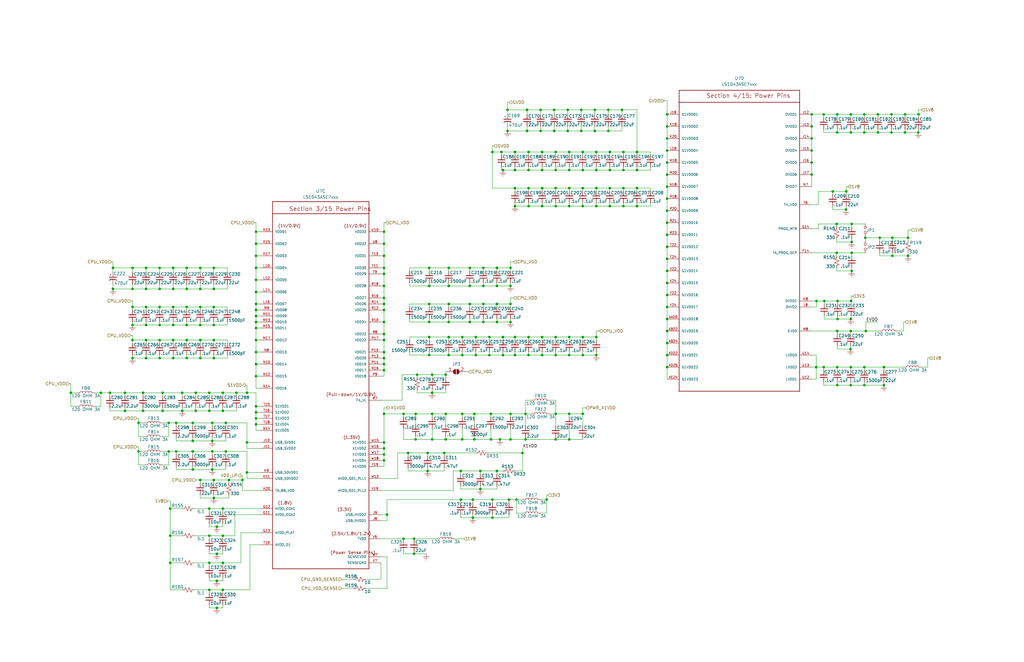
<source format=kicad_sch>
(kicad_sch (version 20200828) (generator eeschema)
  (page 7 12)
  (paper "USLedger")
  (title_block (title "AP2100-power-proto") (date "2020-10-06") (rev "1") (company "ISis ImageStream Internet Solutions, Inc."))
  (junction (at 29.845 165.735) (diameter 0.9144))
  (junction (at 42.545 165.735) (diameter 0.9144))
  (junction (at 46.355 165.735) (diameter 0.9144))
  (junction (at 47.625 113.03) (diameter 0.9144))
  (junction (at 47.625 121.92) (diameter 0.9144))
  (junction (at 52.705 165.735) (diameter 0.9144))
  (junction (at 52.705 173.355) (diameter 0.9144))
  (junction (at 55.88 113.03) (diameter 0.9144))
  (junction (at 55.88 121.92) (diameter 0.9144))
  (junction (at 55.88 129.54) (diameter 0.9144))
  (junction (at 55.88 137.16) (diameter 0.9144))
  (junction (at 55.88 143.51) (diameter 0.9144))
  (junction (at 55.88 151.13) (diameter 0.9144))
  (junction (at 58.42 178.435) (diameter 0.9144))
  (junction (at 58.42 190.5) (diameter 0.9144))
  (junction (at 60.325 165.735) (diameter 0.9144))
  (junction (at 60.325 173.355) (diameter 0.9144))
  (junction (at 61.595 113.03) (diameter 0.9144))
  (junction (at 61.595 121.92) (diameter 0.9144))
  (junction (at 61.595 129.54) (diameter 0.9144))
  (junction (at 61.595 137.16) (diameter 0.9144))
  (junction (at 61.595 143.51) (diameter 0.9144))
  (junction (at 61.595 151.13) (diameter 0.9144))
  (junction (at 67.31 113.03) (diameter 0.9144))
  (junction (at 67.31 121.92) (diameter 0.9144))
  (junction (at 67.31 129.54) (diameter 0.9144))
  (junction (at 67.31 137.16) (diameter 0.9144))
  (junction (at 67.31 143.51) (diameter 0.9144))
  (junction (at 67.31 151.13) (diameter 0.9144))
  (junction (at 68.58 165.735) (diameter 0.9144))
  (junction (at 68.58 173.355) (diameter 0.9144))
  (junction (at 71.12 178.435) (diameter 0.9144))
  (junction (at 71.12 190.5) (diameter 0.9144))
  (junction (at 71.755 214.63) (diameter 0.9144))
  (junction (at 71.755 226.06) (diameter 0.9144))
  (junction (at 71.755 237.49) (diameter 0.9144))
  (junction (at 73.025 113.03) (diameter 0.9144))
  (junction (at 73.025 121.92) (diameter 0.9144))
  (junction (at 73.025 129.54) (diameter 0.9144))
  (junction (at 73.025 137.16) (diameter 0.9144))
  (junction (at 73.025 143.51) (diameter 0.9144))
  (junction (at 73.025 151.13) (diameter 0.9144))
  (junction (at 74.295 178.435) (diameter 0.9144))
  (junction (at 74.295 190.5) (diameter 0.9144))
  (junction (at 76.835 165.735) (diameter 0.9144))
  (junction (at 76.835 173.355) (diameter 0.9144))
  (junction (at 78.74 113.03) (diameter 0.9144))
  (junction (at 78.74 121.92) (diameter 0.9144))
  (junction (at 78.74 129.54) (diameter 0.9144))
  (junction (at 78.74 137.16) (diameter 0.9144))
  (junction (at 78.74 143.51) (diameter 0.9144))
  (junction (at 78.74 151.13) (diameter 0.9144))
  (junction (at 81.28 178.435) (diameter 0.9144))
  (junction (at 81.28 186.055) (diameter 0.9144))
  (junction (at 81.28 190.5) (diameter 0.9144))
  (junction (at 81.28 198.12) (diameter 0.9144))
  (junction (at 82.55 165.735) (diameter 0.9144))
  (junction (at 82.55 173.355) (diameter 0.9144))
  (junction (at 84.455 113.03) (diameter 0.9144))
  (junction (at 84.455 121.92) (diameter 0.9144))
  (junction (at 84.455 129.54) (diameter 0.9144))
  (junction (at 84.455 137.16) (diameter 0.9144))
  (junction (at 84.455 143.51) (diameter 0.9144))
  (junction (at 84.455 151.13) (diameter 0.9144))
  (junction (at 84.455 202.565) (diameter 0.9144))
  (junction (at 88.265 165.735) (diameter 0.9144))
  (junction (at 88.265 173.355) (diameter 0.9144))
  (junction (at 88.265 214.63) (diameter 0.9144))
  (junction (at 88.265 226.06) (diameter 0.9144))
  (junction (at 88.265 237.49) (diameter 0.9144))
  (junction (at 88.265 248.92) (diameter 0.9144))
  (junction (at 89.535 178.435) (diameter 0.9144))
  (junction (at 89.535 186.055) (diameter 0.9144))
  (junction (at 89.535 190.5) (diameter 0.9144))
  (junction (at 89.535 198.12) (diameter 0.9144))
  (junction (at 90.17 113.03) (diameter 0.9144))
  (junction (at 90.17 121.92) (diameter 0.9144))
  (junction (at 90.17 129.54) (diameter 0.9144))
  (junction (at 90.17 137.16) (diameter 0.9144))
  (junction (at 90.17 143.51) (diameter 0.9144))
  (junction (at 90.17 151.13) (diameter 0.9144))
  (junction (at 90.17 202.565) (diameter 0.9144))
  (junction (at 90.17 210.185) (diameter 0.9144))
  (junction (at 91.44 222.25) (diameter 0.9144))
  (junction (at 91.44 233.68) (diameter 0.9144))
  (junction (at 91.44 245.11) (diameter 0.9144))
  (junction (at 91.44 256.54) (diameter 0.9144))
  (junction (at 93.98 165.735) (diameter 0.9144))
  (junction (at 93.98 173.355) (diameter 0.9144))
  (junction (at 93.98 214.63) (diameter 0.9144))
  (junction (at 93.98 226.06) (diameter 0.9144))
  (junction (at 93.98 237.49) (diameter 0.9144))
  (junction (at 93.98 248.92) (diameter 0.9144))
  (junction (at 95.25 178.435) (diameter 0.9144))
  (junction (at 95.25 190.5) (diameter 0.9144))
  (junction (at 96.52 202.565) (diameter 0.9144))
  (junction (at 99.695 165.735) (diameter 0.9144))
  (junction (at 102.235 202.565) (diameter 0.9144))
  (junction (at 104.14 165.735) (diameter 0.9144))
  (junction (at 104.14 186.69) (diameter 0.9144))
  (junction (at 104.14 199.39) (diameter 0.9144))
  (junction (at 107.95 97.79) (diameter 0.9144))
  (junction (at 107.95 102.87) (diameter 0.9144))
  (junction (at 107.95 107.95) (diameter 0.9144))
  (junction (at 107.95 113.03) (diameter 0.9144))
  (junction (at 107.95 118.11) (diameter 0.9144))
  (junction (at 107.95 123.19) (diameter 0.9144))
  (junction (at 107.95 128.27) (diameter 0.9144))
  (junction (at 107.95 130.81) (diameter 0.9144))
  (junction (at 107.95 133.35) (diameter 0.9144))
  (junction (at 107.95 135.89) (diameter 0.9144))
  (junction (at 107.95 138.43) (diameter 0.9144))
  (junction (at 107.95 143.51) (diameter 0.9144))
  (junction (at 107.95 148.59) (diameter 0.9144))
  (junction (at 107.95 153.67) (diameter 0.9144))
  (junction (at 107.95 158.75) (diameter 0.9144))
  (junction (at 107.95 171.45) (diameter 0.9144))
  (junction (at 107.95 173.99) (diameter 0.9144))
  (junction (at 107.95 176.53) (diameter 0.9144))
  (junction (at 107.95 179.07) (diameter 0.9144))
  (junction (at 161.925 97.79) (diameter 0.9144))
  (junction (at 161.925 102.87) (diameter 0.9144))
  (junction (at 161.925 107.95) (diameter 0.9144))
  (junction (at 161.925 113.03) (diameter 0.9144))
  (junction (at 161.925 115.57) (diameter 0.9144))
  (junction (at 161.925 120.65) (diameter 0.9144))
  (junction (at 161.925 125.73) (diameter 0.9144))
  (junction (at 161.925 128.27) (diameter 0.9144))
  (junction (at 161.925 130.81) (diameter 0.9144))
  (junction (at 161.925 135.89) (diameter 0.9144))
  (junction (at 161.925 140.97) (diameter 0.9144))
  (junction (at 161.925 143.51) (diameter 0.9144))
  (junction (at 161.925 148.59) (diameter 0.9144))
  (junction (at 161.925 151.13) (diameter 0.9144))
  (junction (at 161.925 153.67) (diameter 0.9144))
  (junction (at 161.925 156.21) (diameter 0.9144))
  (junction (at 161.925 174.625) (diameter 0.9144))
  (junction (at 161.925 186.69) (diameter 0.9144))
  (junction (at 161.925 189.23) (diameter 0.9144))
  (junction (at 161.925 191.77) (diameter 0.9144))
  (junction (at 161.925 194.31) (diameter 0.9144))
  (junction (at 163.195 217.17) (diameter 0.9144))
  (junction (at 170.18 174.625) (diameter 0.9144))
  (junction (at 170.18 227.33) (diameter 0.9144))
  (junction (at 172.085 191.135) (diameter 0.9144))
  (junction (at 174.625 227.33) (diameter 0.9144))
  (junction (at 174.625 233.68) (diameter 0.9144))
  (junction (at 175.26 174.625) (diameter 0.9144))
  (junction (at 175.26 185.42) (diameter 0.9144))
  (junction (at 175.895 158.115) (diameter 0.9144))
  (junction (at 180.34 191.135) (diameter 0.9144))
  (junction (at 180.34 198.755) (diameter 0.9144))
  (junction (at 180.975 113.03) (diameter 0.9144))
  (junction (at 180.975 120.65) (diameter 0.9144))
  (junction (at 180.975 128.27) (diameter 0.9144))
  (junction (at 180.975 135.89) (diameter 0.9144))
  (junction (at 180.975 142.24) (diameter 0.9144))
  (junction (at 180.975 149.86) (diameter 0.9144))
  (junction (at 182.245 158.115) (diameter 0.9144))
  (junction (at 182.245 165.735) (diameter 0.9144))
  (junction (at 182.245 174.625) (diameter 0.9144))
  (junction (at 182.245 185.42) (diameter 0.9144))
  (junction (at 187.325 191.135) (diameter 0.9144))
  (junction (at 187.96 158.115) (diameter 0.9144))
  (junction (at 187.96 174.625) (diameter 0.9144))
  (junction (at 187.96 185.42) (diameter 0.9144))
  (junction (at 189.23 113.03) (diameter 0.9144))
  (junction (at 189.23 120.65) (diameter 0.9144))
  (junction (at 189.23 128.27) (diameter 0.9144))
  (junction (at 189.23 135.89) (diameter 0.9144))
  (junction (at 189.23 142.24) (diameter 0.9144))
  (junction (at 189.23 149.86) (diameter 0.9144))
  (junction (at 194.31 198.755) (diameter 0.9144))
  (junction (at 194.31 210.82) (diameter 0.9144))
  (junction (at 194.945 142.24) (diameter 0.9144))
  (junction (at 194.945 149.86) (diameter 0.9144))
  (junction (at 194.945 174.625) (diameter 0.9144))
  (junction (at 194.945 185.42) (diameter 0.9144))
  (junction (at 198.12 113.03) (diameter 0.9144))
  (junction (at 198.12 120.65) (diameter 0.9144))
  (junction (at 198.12 128.27) (diameter 0.9144))
  (junction (at 198.12 135.89) (diameter 0.9144))
  (junction (at 199.39 210.82) (diameter 0.9144))
  (junction (at 199.39 218.44) (diameter 0.9144))
  (junction (at 200.025 174.625) (diameter 0.9144))
  (junction (at 200.025 185.42) (diameter 0.9144))
  (junction (at 200.66 142.24) (diameter 0.9144))
  (junction (at 200.66 149.86) (diameter 0.9144))
  (junction (at 202.565 198.755) (diameter 0.9144))
  (junction (at 202.565 206.375) (diameter 0.9144))
  (junction (at 203.835 113.03) (diameter 0.9144))
  (junction (at 203.835 120.65) (diameter 0.9144))
  (junction (at 203.835 128.27) (diameter 0.9144))
  (junction (at 203.835 135.89) (diameter 0.9144))
  (junction (at 206.375 142.24) (diameter 0.9144))
  (junction (at 206.375 149.86) (diameter 0.9144))
  (junction (at 207.01 174.625) (diameter 0.9144))
  (junction (at 207.01 185.42) (diameter 0.9144))
  (junction (at 207.645 64.135) (diameter 0.9144))
  (junction (at 207.645 210.82) (diameter 0.9144))
  (junction (at 207.645 218.44) (diameter 0.9144))
  (junction (at 209.55 113.03) (diameter 0.9144))
  (junction (at 209.55 120.65) (diameter 0.9144))
  (junction (at 209.55 128.27) (diameter 0.9144))
  (junction (at 209.55 135.89) (diameter 0.9144))
  (junction (at 209.55 198.755) (diameter 0.9144))
  (junction (at 210.82 185.42) (diameter 0.9144))
  (junction (at 211.455 64.135) (diameter 0.9144))
  (junction (at 212.09 71.755) (diameter 0.9144))
  (junction (at 212.09 142.24) (diameter 0.9144))
  (junction (at 212.09 149.86) (diameter 0.9144))
  (junction (at 213.995 46.355) (diameter 0.9144))
  (junction (at 213.995 55.245) (diameter 0.9144))
  (junction (at 214.63 210.82) (diameter 0.9144))
  (junction (at 215.265 113.03) (diameter 0.9144))
  (junction (at 215.265 120.65) (diameter 0.9144))
  (junction (at 215.265 128.27) (diameter 0.9144))
  (junction (at 215.265 135.89) (diameter 0.9144))
  (junction (at 215.265 174.625) (diameter 0.9144))
  (junction (at 215.265 185.42) (diameter 0.9144))
  (junction (at 217.17 64.135) (diameter 0.9144))
  (junction (at 217.17 71.755) (diameter 0.9144))
  (junction (at 217.17 79.375) (diameter 0.9144))
  (junction (at 217.17 86.995) (diameter 0.9144))
  (junction (at 217.17 142.24) (diameter 0.9144))
  (junction (at 217.17 149.86) (diameter 0.9144))
  (junction (at 217.805 210.82) (diameter 0.9144))
  (junction (at 220.345 191.135) (diameter 0.9144))
  (junction (at 221.615 174.625) (diameter 0.9144))
  (junction (at 221.615 185.42) (diameter 0.9144))
  (junction (at 222.25 46.355) (diameter 0.9144))
  (junction (at 222.25 55.245) (diameter 0.9144))
  (junction (at 222.885 64.135) (diameter 0.9144))
  (junction (at 222.885 71.755) (diameter 0.9144))
  (junction (at 222.885 79.375) (diameter 0.9144))
  (junction (at 222.885 86.995) (diameter 0.9144))
  (junction (at 222.885 142.24) (diameter 0.9144))
  (junction (at 222.885 149.86) (diameter 0.9144))
  (junction (at 227.965 46.355) (diameter 0.9144))
  (junction (at 227.965 55.245) (diameter 0.9144))
  (junction (at 228.6 64.135) (diameter 0.9144))
  (junction (at 228.6 71.755) (diameter 0.9144))
  (junction (at 228.6 79.375) (diameter 0.9144))
  (junction (at 228.6 86.995) (diameter 0.9144))
  (junction (at 228.6 142.24) (diameter 0.9144))
  (junction (at 228.6 149.86) (diameter 0.9144))
  (junction (at 230.505 210.82) (diameter 0.9144))
  (junction (at 233.68 46.355) (diameter 0.9144))
  (junction (at 233.68 55.245) (diameter 0.9144))
  (junction (at 234.315 64.135) (diameter 0.9144))
  (junction (at 234.315 71.755) (diameter 0.9144))
  (junction (at 234.315 79.375) (diameter 0.9144))
  (junction (at 234.315 86.995) (diameter 0.9144))
  (junction (at 234.315 142.24) (diameter 0.9144))
  (junction (at 234.315 149.86) (diameter 0.9144))
  (junction (at 234.315 174.625) (diameter 0.9144))
  (junction (at 234.315 185.42) (diameter 0.9144))
  (junction (at 239.395 46.355) (diameter 0.9144))
  (junction (at 239.395 55.245) (diameter 0.9144))
  (junction (at 240.03 64.135) (diameter 0.9144))
  (junction (at 240.03 71.755) (diameter 0.9144))
  (junction (at 240.03 79.375) (diameter 0.9144))
  (junction (at 240.03 86.995) (diameter 0.9144))
  (junction (at 240.03 142.24) (diameter 0.9144))
  (junction (at 240.03 149.86) (diameter 0.9144))
  (junction (at 240.03 174.625) (diameter 0.9144))
  (junction (at 240.03 185.42) (diameter 0.9144))
  (junction (at 245.11 46.355) (diameter 0.9144))
  (junction (at 245.11 55.245) (diameter 0.9144))
  (junction (at 245.745 64.135) (diameter 0.9144))
  (junction (at 245.745 71.755) (diameter 0.9144))
  (junction (at 245.745 79.375) (diameter 0.9144))
  (junction (at 245.745 86.995) (diameter 0.9144))
  (junction (at 245.745 142.24) (diameter 0.9144))
  (junction (at 245.745 149.86) (diameter 0.9144))
  (junction (at 245.745 174.625) (diameter 0.9144))
  (junction (at 250.825 46.355) (diameter 0.9144))
  (junction (at 250.825 55.245) (diameter 0.9144))
  (junction (at 251.46 64.135) (diameter 0.9144))
  (junction (at 251.46 71.755) (diameter 0.9144))
  (junction (at 251.46 79.375) (diameter 0.9144))
  (junction (at 251.46 86.995) (diameter 0.9144))
  (junction (at 251.46 142.24) (diameter 0.9144))
  (junction (at 251.46 149.86) (diameter 0.9144))
  (junction (at 256.54 46.355) (diameter 0.9144))
  (junction (at 256.54 55.245) (diameter 0.9144))
  (junction (at 257.175 64.135) (diameter 0.9144))
  (junction (at 257.175 71.755) (diameter 0.9144))
  (junction (at 257.175 79.375) (diameter 0.9144))
  (junction (at 257.175 86.995) (diameter 0.9144))
  (junction (at 262.255 46.355) (diameter 0.9144))
  (junction (at 262.89 64.135) (diameter 0.9144))
  (junction (at 262.89 71.755) (diameter 0.9144))
  (junction (at 262.89 79.375) (diameter 0.9144))
  (junction (at 262.89 86.995) (diameter 0.9144))
  (junction (at 268.605 64.135) (diameter 0.9144))
  (junction (at 268.605 71.755) (diameter 0.9144))
  (junction (at 268.605 79.375) (diameter 0.9144))
  (junction (at 268.605 86.995) (diameter 0.9144))
  (junction (at 281.305 48.26) (diameter 0.9144))
  (junction (at 281.305 53.34) (diameter 0.9144))
  (junction (at 281.305 58.42) (diameter 0.9144))
  (junction (at 281.305 63.5) (diameter 0.9144))
  (junction (at 281.305 68.58) (diameter 0.9144))
  (junction (at 281.305 73.66) (diameter 0.9144))
  (junction (at 281.305 78.74) (diameter 0.9144))
  (junction (at 281.305 83.82) (diameter 0.9144))
  (junction (at 281.305 88.9) (diameter 0.9144))
  (junction (at 281.305 93.98) (diameter 0.9144))
  (junction (at 281.305 99.06) (diameter 0.9144))
  (junction (at 281.305 104.14) (diameter 0.9144))
  (junction (at 281.305 109.22) (diameter 0.9144))
  (junction (at 281.305 114.3) (diameter 0.9144))
  (junction (at 281.305 119.38) (diameter 0.9144))
  (junction (at 281.305 124.46) (diameter 0.9144))
  (junction (at 281.305 129.54) (diameter 0.9144))
  (junction (at 281.305 134.62) (diameter 0.9144))
  (junction (at 281.305 139.7) (diameter 0.9144))
  (junction (at 281.305 144.78) (diameter 0.9144))
  (junction (at 281.305 149.86) (diameter 0.9144))
  (junction (at 281.305 154.94) (diameter 0.9144))
  (junction (at 342.265 48.26) (diameter 0.9144))
  (junction (at 342.265 53.34) (diameter 0.9144))
  (junction (at 342.265 58.42) (diameter 0.9144))
  (junction (at 342.265 63.5) (diameter 0.9144))
  (junction (at 342.265 68.58) (diameter 0.9144))
  (junction (at 342.265 73.66) (diameter 0.9144))
  (junction (at 344.17 154.94) (diameter 0.9144))
  (junction (at 344.297 127) (diameter 0.9144))
  (junction (at 347.345 48.26) (diameter 0.9144))
  (junction (at 347.345 154.94) (diameter 0.9144))
  (junction (at 347.599 127) (diameter 0.9144))
  (junction (at 351.155 80.772) (diameter 0.9144))
  (junction (at 352.806 94.488) (diameter 0.9144))
  (junction (at 352.806 106.68) (diameter 0.9144))
  (junction (at 353.06 48.26) (diameter 0.9144))
  (junction (at 353.06 55.88) (diameter 0.9144))
  (junction (at 353.06 139.7) (diameter 0.9144))
  (junction (at 353.06 154.94) (diameter 0.9144))
  (junction (at 353.06 162.56) (diameter 0.9144))
  (junction (at 353.187 127) (diameter 0.9144))
  (junction (at 353.187 134.62) (diameter 0.9144))
  (junction (at 356.743 88.392) (diameter 0.9144))
  (junction (at 356.87 80.772) (diameter 0.9144))
  (junction (at 358.648 147.32) (diameter 0.9144))
  (junction (at 358.775 48.26) (diameter 0.9144))
  (junction (at 358.775 55.88) (diameter 0.9144))
  (junction (at 358.775 134.62) (diameter 0.9144))
  (junction (at 358.775 139.7) (diameter 0.9144))
  (junction (at 358.775 154.94) (diameter 0.9144))
  (junction (at 358.775 162.56) (diameter 0.9144))
  (junction (at 358.902 127) (diameter 0.9144))
  (junction (at 359.156 94.488) (diameter 0.9144))
  (junction (at 359.156 102.108) (diameter 0.9144))
  (junction (at 359.156 106.68) (diameter 0.9144))
  (junction (at 359.156 114.3) (diameter 0.9144))
  (junction (at 364.49 48.26) (diameter 0.9144))
  (junction (at 364.49 55.88) (diameter 0.9144))
  (junction (at 364.49 154.94) (diameter 0.9144))
  (junction (at 364.49 162.56) (diameter 0.9144))
  (junction (at 364.871 100.33) (diameter 0.9144))
  (junction (at 365.125 139.7) (diameter 0.9144))
  (junction (at 370.205 48.26) (diameter 0.9144))
  (junction (at 370.205 55.88) (diameter 0.9144))
  (junction (at 370.967 100.33) (diameter 0.9144))
  (junction (at 372.745 154.94) (diameter 0.9144))
  (junction (at 372.745 162.56) (diameter 0.9144))
  (junction (at 375.92 48.26) (diameter 0.9144))
  (junction (at 375.92 55.88) (diameter 0.9144))
  (junction (at 376.301 100.33) (diameter 0.9144))
  (junction (at 376.301 107.95) (diameter 0.9144))
  (junction (at 381.635 48.26) (diameter 0.9144))
  (junction (at 381.635 55.88) (diameter 0.9144))
  (junction (at 382.905 100.33) (diameter 0.9144))
  (junction (at 382.905 107.95) (diameter 0.9144))
  (junction (at 387.223 55.88) (diameter 0.9144))
  (junction (at 387.35 48.26) (diameter 0.9144))
  (wire (pts (xy 29.21 161.925) (xy 29.845 161.925)))
  (wire (pts (xy 29.845 161.925) (xy 29.845 165.735)))
  (wire (pts (xy 29.845 165.735) (xy 32.385 165.735)))
  (wire (pts (xy 29.845 171.45) (xy 29.845 165.735)))
  (wire (pts (xy 29.845 171.45) (xy 32.385 171.45)))
  (wire (pts (xy 40.005 165.735) (xy 42.545 165.735)))
  (wire (pts (xy 40.005 171.45) (xy 42.545 171.45)))
  (wire (pts (xy 42.545 165.735) (xy 42.545 171.45)))
  (wire (pts (xy 42.545 165.735) (xy 46.355 165.735)))
  (wire (pts (xy 46.355 165.735) (xy 46.355 167.005)))
  (wire (pts (xy 46.355 165.735) (xy 52.705 165.735)))
  (wire (pts (xy 46.355 172.085) (xy 46.355 173.355)))
  (wire (pts (xy 46.355 173.355) (xy 52.705 173.355)))
  (wire (pts (xy 47.625 110.49) (xy 46.99 110.49)))
  (wire (pts (xy 47.625 110.49) (xy 47.625 113.03)))
  (wire (pts (xy 47.625 113.03) (xy 55.88 113.03)))
  (wire (pts (xy 47.625 114.935) (xy 47.625 113.03)))
  (wire (pts (xy 47.625 120.015) (xy 47.625 121.92)))
  (wire (pts (xy 47.625 121.92) (xy 55.88 121.92)))
  (wire (pts (xy 52.705 165.735) (xy 52.705 167.005)))
  (wire (pts (xy 52.705 165.735) (xy 60.325 165.735)))
  (wire (pts (xy 52.705 172.085) (xy 52.705 173.355)))
  (wire (pts (xy 52.705 173.355) (xy 60.325 173.355)))
  (wire (pts (xy 55.88 113.03) (xy 55.88 114.935)))
  (wire (pts (xy 55.88 113.03) (xy 61.595 113.03)))
  (wire (pts (xy 55.88 120.015) (xy 55.88 121.92)))
  (wire (pts (xy 55.88 121.92) (xy 61.595 121.92)))
  (wire (pts (xy 55.88 127) (xy 55.245 127)))
  (wire (pts (xy 55.88 127) (xy 55.88 129.54)))
  (wire (pts (xy 55.88 129.54) (xy 55.88 130.81)))
  (wire (pts (xy 55.88 135.89) (xy 55.88 137.16)))
  (wire (pts (xy 55.88 137.16) (xy 61.595 137.16)))
  (wire (pts (xy 55.88 141.605) (xy 55.245 141.605)))
  (wire (pts (xy 55.88 141.605) (xy 55.88 143.51)))
  (wire (pts (xy 55.88 143.51) (xy 55.88 144.78)))
  (wire (pts (xy 55.88 149.86) (xy 55.88 151.13)))
  (wire (pts (xy 55.88 151.13) (xy 61.595 151.13)))
  (wire (pts (xy 57.785 176.53) (xy 58.42 176.53)))
  (wire (pts (xy 57.785 188.595) (xy 58.42 188.595)))
  (wire (pts (xy 58.42 176.53) (xy 58.42 178.435)))
  (wire (pts (xy 58.42 178.435) (xy 60.96 178.435)))
  (wire (pts (xy 58.42 184.15) (xy 58.42 178.435)))
  (wire (pts (xy 58.42 184.15) (xy 60.96 184.15)))
  (wire (pts (xy 58.42 188.595) (xy 58.42 190.5)))
  (wire (pts (xy 58.42 190.5) (xy 60.96 190.5)))
  (wire (pts (xy 58.42 196.215) (xy 58.42 190.5)))
  (wire (pts (xy 58.42 196.215) (xy 60.96 196.215)))
  (wire (pts (xy 60.325 165.735) (xy 60.325 167.005)))
  (wire (pts (xy 60.325 165.735) (xy 68.58 165.735)))
  (wire (pts (xy 60.325 172.085) (xy 60.325 173.355)))
  (wire (pts (xy 60.325 173.355) (xy 68.58 173.355)))
  (wire (pts (xy 61.595 113.03) (xy 61.595 114.935)))
  (wire (pts (xy 61.595 113.03) (xy 67.31 113.03)))
  (wire (pts (xy 61.595 120.015) (xy 61.595 121.92)))
  (wire (pts (xy 61.595 121.92) (xy 67.31 121.92)))
  (wire (pts (xy 61.595 129.54) (xy 55.88 129.54)))
  (wire (pts (xy 61.595 129.54) (xy 61.595 130.81)))
  (wire (pts (xy 61.595 129.54) (xy 67.31 129.54)))
  (wire (pts (xy 61.595 135.89) (xy 61.595 137.16)))
  (wire (pts (xy 61.595 137.16) (xy 67.31 137.16)))
  (wire (pts (xy 61.595 143.51) (xy 55.88 143.51)))
  (wire (pts (xy 61.595 143.51) (xy 61.595 144.78)))
  (wire (pts (xy 61.595 143.51) (xy 67.31 143.51)))
  (wire (pts (xy 61.595 149.86) (xy 61.595 151.13)))
  (wire (pts (xy 61.595 151.13) (xy 67.31 151.13)))
  (wire (pts (xy 67.31 113.03) (xy 67.31 114.935)))
  (wire (pts (xy 67.31 113.03) (xy 73.025 113.03)))
  (wire (pts (xy 67.31 120.015) (xy 67.31 121.92)))
  (wire (pts (xy 67.31 121.92) (xy 73.025 121.92)))
  (wire (pts (xy 67.31 129.54) (xy 73.025 129.54)))
  (wire (pts (xy 67.31 130.81) (xy 67.31 129.54)))
  (wire (pts (xy 67.31 135.89) (xy 67.31 137.16)))
  (wire (pts (xy 67.31 137.16) (xy 73.025 137.16)))
  (wire (pts (xy 67.31 143.51) (xy 73.025 143.51)))
  (wire (pts (xy 67.31 144.78) (xy 67.31 143.51)))
  (wire (pts (xy 67.31 149.86) (xy 67.31 151.13)))
  (wire (pts (xy 67.31 151.13) (xy 73.025 151.13)))
  (wire (pts (xy 68.58 165.735) (xy 68.58 167.005)))
  (wire (pts (xy 68.58 165.735) (xy 76.835 165.735)))
  (wire (pts (xy 68.58 172.085) (xy 68.58 173.355)))
  (wire (pts (xy 68.58 173.355) (xy 76.835 173.355)))
  (wire (pts (xy 68.58 178.435) (xy 71.12 178.435)))
  (wire (pts (xy 68.58 184.15) (xy 71.12 184.15)))
  (wire (pts (xy 68.58 190.5) (xy 71.12 190.5)))
  (wire (pts (xy 68.58 196.215) (xy 71.12 196.215)))
  (wire (pts (xy 70.485 211.455) (xy 71.755 211.455)))
  (wire (pts (xy 71.12 178.435) (xy 71.12 184.15)))
  (wire (pts (xy 71.12 178.435) (xy 74.295 178.435)))
  (wire (pts (xy 71.12 190.5) (xy 71.12 196.215)))
  (wire (pts (xy 71.12 190.5) (xy 74.295 190.5)))
  (wire (pts (xy 71.755 211.455) (xy 71.755 214.63)))
  (wire (pts (xy 71.755 214.63) (xy 71.755 226.06)))
  (wire (pts (xy 71.755 226.06) (xy 71.755 237.49)))
  (wire (pts (xy 71.755 237.49) (xy 71.755 248.92)))
  (wire (pts (xy 73.025 113.03) (xy 73.025 114.935)))
  (wire (pts (xy 73.025 113.03) (xy 78.74 113.03)))
  (wire (pts (xy 73.025 120.015) (xy 73.025 121.92)))
  (wire (pts (xy 73.025 121.92) (xy 78.74 121.92)))
  (wire (pts (xy 73.025 129.54) (xy 73.025 130.81)))
  (wire (pts (xy 73.025 129.54) (xy 78.74 129.54)))
  (wire (pts (xy 73.025 135.89) (xy 73.025 137.16)))
  (wire (pts (xy 73.025 137.16) (xy 78.74 137.16)))
  (wire (pts (xy 73.025 143.51) (xy 73.025 144.78)))
  (wire (pts (xy 73.025 143.51) (xy 78.74 143.51)))
  (wire (pts (xy 73.025 149.86) (xy 73.025 151.13)))
  (wire (pts (xy 73.025 151.13) (xy 78.74 151.13)))
  (wire (pts (xy 74.295 178.435) (xy 74.295 179.705)))
  (wire (pts (xy 74.295 178.435) (xy 81.28 178.435)))
  (wire (pts (xy 74.295 184.785) (xy 74.295 186.055)))
  (wire (pts (xy 74.295 186.055) (xy 81.28 186.055)))
  (wire (pts (xy 74.295 190.5) (xy 74.295 191.77)))
  (wire (pts (xy 74.295 190.5) (xy 81.28 190.5)))
  (wire (pts (xy 74.295 196.85) (xy 74.295 198.12)))
  (wire (pts (xy 74.295 198.12) (xy 81.28 198.12)))
  (wire (pts (xy 76.835 165.735) (xy 76.835 167.005)))
  (wire (pts (xy 76.835 172.085) (xy 76.835 173.355)))
  (wire (pts (xy 76.835 173.355) (xy 82.55 173.355)))
  (wire (pts (xy 76.835 214.63) (xy 71.755 214.63)))
  (wire (pts (xy 76.835 226.06) (xy 71.755 226.06)))
  (wire (pts (xy 76.835 237.49) (xy 71.755 237.49)))
  (wire (pts (xy 76.835 248.92) (xy 71.755 248.92)))
  (wire (pts (xy 78.74 113.03) (xy 78.74 114.935)))
  (wire (pts (xy 78.74 113.03) (xy 84.455 113.03)))
  (wire (pts (xy 78.74 120.015) (xy 78.74 121.92)))
  (wire (pts (xy 78.74 121.92) (xy 84.455 121.92)))
  (wire (pts (xy 78.74 129.54) (xy 78.74 130.81)))
  (wire (pts (xy 78.74 129.54) (xy 84.455 129.54)))
  (wire (pts (xy 78.74 135.89) (xy 78.74 137.16)))
  (wire (pts (xy 78.74 137.16) (xy 84.455 137.16)))
  (wire (pts (xy 78.74 143.51) (xy 78.74 144.78)))
  (wire (pts (xy 78.74 143.51) (xy 84.455 143.51)))
  (wire (pts (xy 78.74 149.86) (xy 78.74 151.13)))
  (wire (pts (xy 78.74 151.13) (xy 84.455 151.13)))
  (wire (pts (xy 81.28 178.435) (xy 81.28 179.705)))
  (wire (pts (xy 81.28 178.435) (xy 89.535 178.435)))
  (wire (pts (xy 81.28 184.785) (xy 81.28 186.055)))
  (wire (pts (xy 81.28 186.055) (xy 89.535 186.055)))
  (wire (pts (xy 81.28 190.5) (xy 81.28 191.77)))
  (wire (pts (xy 81.28 190.5) (xy 89.535 190.5)))
  (wire (pts (xy 81.28 196.85) (xy 81.28 198.12)))
  (wire (pts (xy 81.28 198.12) (xy 89.535 198.12)))
  (wire (pts (xy 81.915 214.63) (xy 88.265 214.63)))
  (wire (pts (xy 81.915 226.06) (xy 88.265 226.06)))
  (wire (pts (xy 81.915 237.49) (xy 88.265 237.49)))
  (wire (pts (xy 81.915 248.92) (xy 88.265 248.92)))
  (wire (pts (xy 82.55 165.735) (xy 76.835 165.735)))
  (wire (pts (xy 82.55 165.735) (xy 82.55 167.005)))
  (wire (pts (xy 82.55 165.735) (xy 88.265 165.735)))
  (wire (pts (xy 82.55 172.085) (xy 82.55 173.355)))
  (wire (pts (xy 82.55 173.355) (xy 88.265 173.355)))
  (wire (pts (xy 82.55 202.565) (xy 84.455 202.565)))
  (wire (pts (xy 84.455 113.03) (xy 84.455 114.935)))
  (wire (pts (xy 84.455 113.03) (xy 90.17 113.03)))
  (wire (pts (xy 84.455 120.015) (xy 84.455 121.92)))
  (wire (pts (xy 84.455 121.92) (xy 90.17 121.92)))
  (wire (pts (xy 84.455 129.54) (xy 90.17 129.54)))
  (wire (pts (xy 84.455 130.81) (xy 84.455 129.54)))
  (wire (pts (xy 84.455 135.89) (xy 84.455 137.16)))
  (wire (pts (xy 84.455 137.16) (xy 90.17 137.16)))
  (wire (pts (xy 84.455 143.51) (xy 90.17 143.51)))
  (wire (pts (xy 84.455 144.78) (xy 84.455 143.51)))
  (wire (pts (xy 84.455 149.86) (xy 84.455 151.13)))
  (wire (pts (xy 84.455 151.13) (xy 90.17 151.13)))
  (wire (pts (xy 84.455 202.565) (xy 90.17 202.565)))
  (wire (pts (xy 84.455 203.835) (xy 84.455 202.565)))
  (wire (pts (xy 84.455 208.915) (xy 84.455 210.185)))
  (wire (pts (xy 84.455 210.185) (xy 90.17 210.185)))
  (wire (pts (xy 88.265 165.735) (xy 93.98 165.735)))
  (wire (pts (xy 88.265 167.005) (xy 88.265 165.735)))
  (wire (pts (xy 88.265 172.085) (xy 88.265 173.355)))
  (wire (pts (xy 88.265 173.355) (xy 93.98 173.355)))
  (wire (pts (xy 88.265 214.63) (xy 88.265 215.9)))
  (wire (pts (xy 88.265 220.98) (xy 88.265 222.25)))
  (wire (pts (xy 88.265 222.25) (xy 91.44 222.25)))
  (wire (pts (xy 88.265 226.06) (xy 88.265 227.33)))
  (wire (pts (xy 88.265 232.41) (xy 88.265 233.68)))
  (wire (pts (xy 88.265 233.68) (xy 91.44 233.68)))
  (wire (pts (xy 88.265 237.49) (xy 88.265 238.76)))
  (wire (pts (xy 88.265 243.84) (xy 88.265 245.11)))
  (wire (pts (xy 88.265 245.11) (xy 91.44 245.11)))
  (wire (pts (xy 88.265 248.92) (xy 88.265 250.19)))
  (wire (pts (xy 88.265 255.27) (xy 88.265 256.54)))
  (wire (pts (xy 88.265 256.54) (xy 91.44 256.54)))
  (wire (pts (xy 89.535 178.435) (xy 89.535 179.705)))
  (wire (pts (xy 89.535 178.435) (xy 95.25 178.435)))
  (wire (pts (xy 89.535 184.785) (xy 89.535 186.055)))
  (wire (pts (xy 89.535 186.055) (xy 95.25 186.055)))
  (wire (pts (xy 89.535 190.5) (xy 89.535 191.77)))
  (wire (pts (xy 89.535 190.5) (xy 95.25 190.5)))
  (wire (pts (xy 89.535 196.85) (xy 89.535 198.12)))
  (wire (pts (xy 89.535 198.12) (xy 95.25 198.12)))
  (wire (pts (xy 90.17 113.03) (xy 90.17 114.935)))
  (wire (pts (xy 90.17 113.03) (xy 95.885 113.03)))
  (wire (pts (xy 90.17 120.015) (xy 90.17 121.92)))
  (wire (pts (xy 90.17 121.92) (xy 95.885 121.92)))
  (wire (pts (xy 90.17 129.54) (xy 90.17 130.81)))
  (wire (pts (xy 90.17 129.54) (xy 95.885 129.54)))
  (wire (pts (xy 90.17 135.89) (xy 90.17 137.16)))
  (wire (pts (xy 90.17 137.16) (xy 95.885 137.16)))
  (wire (pts (xy 90.17 143.51) (xy 90.17 144.78)))
  (wire (pts (xy 90.17 143.51) (xy 95.885 143.51)))
  (wire (pts (xy 90.17 149.86) (xy 90.17 151.13)))
  (wire (pts (xy 90.17 151.13) (xy 95.885 151.13)))
  (wire (pts (xy 90.17 202.565) (xy 90.17 203.835)))
  (wire (pts (xy 90.17 202.565) (xy 96.52 202.565)))
  (wire (pts (xy 90.17 208.915) (xy 90.17 210.185)))
  (wire (pts (xy 90.17 210.185) (xy 96.52 210.185)))
  (wire (pts (xy 91.44 222.25) (xy 93.98 222.25)))
  (wire (pts (xy 91.44 233.68) (xy 93.98 233.68)))
  (wire (pts (xy 91.44 245.11) (xy 93.98 245.11)))
  (wire (pts (xy 91.44 256.54) (xy 93.98 256.54)))
  (wire (pts (xy 93.98 165.735) (xy 93.98 167.005)))
  (wire (pts (xy 93.98 165.735) (xy 99.695 165.735)))
  (wire (pts (xy 93.98 172.085) (xy 93.98 173.355)))
  (wire (pts (xy 93.98 173.355) (xy 99.695 173.355)))
  (wire (pts (xy 93.98 214.63) (xy 88.265 214.63)))
  (wire (pts (xy 93.98 214.63) (xy 109.855 214.63)))
  (wire (pts (xy 93.98 215.9) (xy 93.98 214.63)))
  (wire (pts (xy 93.98 222.25) (xy 93.98 220.98)))
  (wire (pts (xy 93.98 226.06) (xy 88.265 226.06)))
  (wire (pts (xy 93.98 227.33) (xy 93.98 226.06)))
  (wire (pts (xy 93.98 233.68) (xy 93.98 232.41)))
  (wire (pts (xy 93.98 237.49) (xy 88.265 237.49)))
  (wire (pts (xy 93.98 238.76) (xy 93.98 237.49)))
  (wire (pts (xy 93.98 245.11) (xy 93.98 243.84)))
  (wire (pts (xy 93.98 248.92) (xy 88.265 248.92)))
  (wire (pts (xy 93.98 250.19) (xy 93.98 248.92)))
  (wire (pts (xy 93.98 256.54) (xy 93.98 255.27)))
  (wire (pts (xy 95.25 178.435) (xy 95.25 179.705)))
  (wire (pts (xy 95.25 178.435) (xy 104.14 178.435)))
  (wire (pts (xy 95.25 184.785) (xy 95.25 186.055)))
  (wire (pts (xy 95.25 190.5) (xy 95.25 191.77)))
  (wire (pts (xy 95.25 196.85) (xy 95.25 198.12)))
  (wire (pts (xy 95.885 113.03) (xy 95.885 114.935)))
  (wire (pts (xy 95.885 121.92) (xy 95.885 120.015)))
  (wire (pts (xy 95.885 129.54) (xy 95.885 130.81)))
  (wire (pts (xy 95.885 135.89) (xy 95.885 137.16)))
  (wire (pts (xy 95.885 143.51) (xy 95.885 144.78)))
  (wire (pts (xy 95.885 149.86) (xy 95.885 151.13)))
  (wire (pts (xy 96.52 202.565) (xy 96.52 203.835)))
  (wire (pts (xy 96.52 202.565) (xy 102.235 202.565)))
  (wire (pts (xy 96.52 208.915) (xy 96.52 210.185)))
  (wire (pts (xy 99.06 217.17) (xy 99.06 226.06)))
  (wire (pts (xy 99.06 226.06) (xy 93.98 226.06)))
  (wire (pts (xy 99.695 165.735) (xy 99.695 167.005)))
  (wire (pts (xy 99.695 165.735) (xy 104.14 165.735)))
  (wire (pts (xy 99.695 172.085) (xy 99.695 173.355)))
  (wire (pts (xy 101.6 200.66) (xy 102.235 200.66)))
  (wire (pts (xy 101.6 224.79) (xy 101.6 237.49)))
  (wire (pts (xy 101.6 237.49) (xy 93.98 237.49)))
  (wire (pts (xy 102.235 200.66) (xy 102.235 202.565)))
  (wire (pts (xy 102.235 202.565) (xy 102.235 207.01)))
  (wire (pts (xy 102.235 207.01) (xy 109.855 207.01)))
  (wire (pts (xy 103.505 162.56) (xy 104.14 162.56)))
  (wire (pts (xy 104.14 162.56) (xy 104.14 165.735)))
  (wire (pts (xy 104.14 165.735) (xy 107.95 165.735)))
  (wire (pts (xy 104.14 178.435) (xy 104.14 186.69)))
  (wire (pts (xy 104.14 186.69) (xy 104.14 189.23)))
  (wire (pts (xy 104.14 186.69) (xy 109.855 186.69)))
  (wire (pts (xy 104.14 189.23) (xy 109.855 189.23)))
  (wire (pts (xy 104.14 190.5) (xy 95.25 190.5)))
  (wire (pts (xy 104.14 199.39) (xy 104.14 190.5)))
  (wire (pts (xy 104.14 199.39) (xy 104.14 201.93)))
  (wire (pts (xy 104.14 201.93) (xy 109.855 201.93)))
  (wire (pts (xy 105.41 229.87) (xy 105.41 248.92)))
  (wire (pts (xy 105.41 248.92) (xy 93.98 248.92)))
  (wire (pts (xy 107.315 93.98) (xy 107.95 93.98)))
  (wire (pts (xy 107.95 93.98) (xy 107.95 97.79)))
  (wire (pts (xy 107.95 97.79) (xy 107.95 102.87)))
  (wire (pts (xy 107.95 102.87) (xy 107.95 107.95)))
  (wire (pts (xy 107.95 102.87) (xy 109.855 102.87)))
  (wire (pts (xy 107.95 107.95) (xy 107.95 113.03)))
  (wire (pts (xy 107.95 107.95) (xy 109.855 107.95)))
  (wire (pts (xy 107.95 113.03) (xy 107.95 118.11)))
  (wire (pts (xy 107.95 113.03) (xy 109.855 113.03)))
  (wire (pts (xy 107.95 118.11) (xy 107.95 123.19)))
  (wire (pts (xy 107.95 118.11) (xy 109.855 118.11)))
  (wire (pts (xy 107.95 123.19) (xy 107.95 128.27)))
  (wire (pts (xy 107.95 123.19) (xy 109.855 123.19)))
  (wire (pts (xy 107.95 128.27) (xy 107.95 130.81)))
  (wire (pts (xy 107.95 128.27) (xy 109.855 128.27)))
  (wire (pts (xy 107.95 130.81) (xy 107.95 133.35)))
  (wire (pts (xy 107.95 130.81) (xy 109.855 130.81)))
  (wire (pts (xy 107.95 133.35) (xy 107.95 135.89)))
  (wire (pts (xy 107.95 133.35) (xy 109.855 133.35)))
  (wire (pts (xy 107.95 135.89) (xy 107.95 138.43)))
  (wire (pts (xy 107.95 135.89) (xy 109.855 135.89)))
  (wire (pts (xy 107.95 138.43) (xy 107.95 143.51)))
  (wire (pts (xy 107.95 138.43) (xy 109.855 138.43)))
  (wire (pts (xy 107.95 143.51) (xy 107.95 148.59)))
  (wire (pts (xy 107.95 143.51) (xy 109.855 143.51)))
  (wire (pts (xy 107.95 148.59) (xy 107.95 153.67)))
  (wire (pts (xy 107.95 148.59) (xy 109.855 148.59)))
  (wire (pts (xy 107.95 153.67) (xy 107.95 158.75)))
  (wire (pts (xy 107.95 153.67) (xy 109.855 153.67)))
  (wire (pts (xy 107.95 158.75) (xy 107.95 163.83)))
  (wire (pts (xy 107.95 158.75) (xy 109.855 158.75)))
  (wire (pts (xy 107.95 163.83) (xy 109.855 163.83)))
  (wire (pts (xy 107.95 165.735) (xy 107.95 171.45)))
  (wire (pts (xy 107.95 171.45) (xy 107.95 173.99)))
  (wire (pts (xy 107.95 171.45) (xy 109.855 171.45)))
  (wire (pts (xy 107.95 173.99) (xy 107.95 176.53)))
  (wire (pts (xy 107.95 173.99) (xy 109.855 173.99)))
  (wire (pts (xy 107.95 176.53) (xy 107.95 179.07)))
  (wire (pts (xy 107.95 176.53) (xy 109.855 176.53)))
  (wire (pts (xy 107.95 179.07) (xy 107.95 181.61)))
  (wire (pts (xy 107.95 179.07) (xy 109.855 179.07)))
  (wire (pts (xy 107.95 181.61) (xy 109.855 181.61)))
  (wire (pts (xy 109.855 97.79) (xy 107.95 97.79)))
  (wire (pts (xy 109.855 199.39) (xy 104.14 199.39)))
  (wire (pts (xy 109.855 217.17) (xy 99.06 217.17)))
  (wire (pts (xy 109.855 224.79) (xy 101.6 224.79)))
  (wire (pts (xy 109.855 229.87) (xy 105.41 229.87)))
  (wire (pts (xy 144.145 244.475) (xy 149.225 244.475)))
  (wire (pts (xy 144.145 248.285) (xy 149.225 248.285)))
  (wire (pts (xy 160.655 97.79) (xy 161.925 97.79)))
  (wire (pts (xy 160.655 186.69) (xy 161.925 186.69)))
  (wire (pts (xy 160.655 201.93) (xy 167.64 201.93)))
  (wire (pts (xy 160.655 207.01) (xy 191.135 207.01)))
  (wire (pts (xy 160.655 219.71) (xy 163.195 219.71)))
  (wire (pts (xy 160.655 227.33) (xy 170.18 227.33)))
  (wire (pts (xy 160.655 234.95) (xy 163.195 234.95)))
  (wire (pts (xy 160.655 237.49) (xy 160.655 244.475)))
  (wire (pts (xy 160.655 244.475) (xy 154.305 244.475)))
  (wire (pts (xy 161.925 93.98) (xy 162.56 93.98)))
  (wire (pts (xy 161.925 97.79) (xy 161.925 93.98)))
  (wire (pts (xy 161.925 97.79) (xy 161.925 102.87)))
  (wire (pts (xy 161.925 102.87) (xy 160.655 102.87)))
  (wire (pts (xy 161.925 102.87) (xy 161.925 107.95)))
  (wire (pts (xy 161.925 107.95) (xy 160.655 107.95)))
  (wire (pts (xy 161.925 107.95) (xy 161.925 113.03)))
  (wire (pts (xy 161.925 113.03) (xy 160.655 113.03)))
  (wire (pts (xy 161.925 113.03) (xy 161.925 115.57)))
  (wire (pts (xy 161.925 115.57) (xy 160.655 115.57)))
  (wire (pts (xy 161.925 115.57) (xy 161.925 120.65)))
  (wire (pts (xy 161.925 120.65) (xy 160.655 120.65)))
  (wire (pts (xy 161.925 120.65) (xy 161.925 125.73)))
  (wire (pts (xy 161.925 125.73) (xy 160.655 125.73)))
  (wire (pts (xy 161.925 125.73) (xy 161.925 128.27)))
  (wire (pts (xy 161.925 128.27) (xy 160.655 128.27)))
  (wire (pts (xy 161.925 128.27) (xy 161.925 130.81)))
  (wire (pts (xy 161.925 130.81) (xy 160.655 130.81)))
  (wire (pts (xy 161.925 130.81) (xy 161.925 135.89)))
  (wire (pts (xy 161.925 135.89) (xy 160.655 135.89)))
  (wire (pts (xy 161.925 135.89) (xy 161.925 140.97)))
  (wire (pts (xy 161.925 140.97) (xy 160.655 140.97)))
  (wire (pts (xy 161.925 140.97) (xy 161.925 143.51)))
  (wire (pts (xy 161.925 143.51) (xy 160.655 143.51)))
  (wire (pts (xy 161.925 143.51) (xy 161.925 148.59)))
  (wire (pts (xy 161.925 148.59) (xy 160.655 148.59)))
  (wire (pts (xy 161.925 148.59) (xy 161.925 151.13)))
  (wire (pts (xy 161.925 151.13) (xy 160.655 151.13)))
  (wire (pts (xy 161.925 151.13) (xy 161.925 153.67)))
  (wire (pts (xy 161.925 153.67) (xy 160.655 153.67)))
  (wire (pts (xy 161.925 153.67) (xy 161.925 156.21)))
  (wire (pts (xy 161.925 156.21) (xy 160.655 156.21)))
  (wire (pts (xy 161.925 156.21) (xy 161.925 158.75)))
  (wire (pts (xy 161.925 158.75) (xy 160.655 158.75)))
  (wire (pts (xy 161.925 172.085) (xy 161.925 174.625)))
  (wire (pts (xy 161.925 174.625) (xy 161.925 186.69)))
  (wire (pts (xy 161.925 174.625) (xy 170.18 174.625)))
  (wire (pts (xy 161.925 186.69) (xy 161.925 189.23)))
  (wire (pts (xy 161.925 189.23) (xy 160.655 189.23)))
  (wire (pts (xy 161.925 189.23) (xy 161.925 191.77)))
  (wire (pts (xy 161.925 191.77) (xy 160.655 191.77)))
  (wire (pts (xy 161.925 191.77) (xy 161.925 194.31)))
  (wire (pts (xy 161.925 194.31) (xy 160.655 194.31)))
  (wire (pts (xy 161.925 194.31) (xy 161.925 196.85)))
  (wire (pts (xy 161.925 196.85) (xy 160.655 196.85)))
  (wire (pts (xy 163.195 172.085) (xy 161.925 172.085)))
  (wire (pts (xy 163.195 210.82) (xy 194.31 210.82)))
  (wire (pts (xy 163.195 217.17) (xy 160.655 217.17)))
  (wire (pts (xy 163.195 217.17) (xy 163.195 210.82)))
  (wire (pts (xy 163.195 219.71) (xy 163.195 217.17)))
  (wire (pts (xy 163.195 234.95) (xy 163.195 248.285)))
  (wire (pts (xy 163.195 248.285) (xy 154.305 248.285)))
  (wire (pts (xy 167.64 191.135) (xy 172.085 191.135)))
  (wire (pts (xy 167.64 201.93) (xy 167.64 191.135)))
  (wire (pts (xy 169.545 158.115) (xy 169.545 168.91)))
  (wire (pts (xy 169.545 168.91) (xy 160.655 168.91)))
  (wire (pts (xy 170.18 174.625) (xy 170.18 175.895)))
  (wire (pts (xy 170.18 174.625) (xy 175.26 174.625)))
  (wire (pts (xy 170.18 180.975) (xy 170.18 185.42)))
  (wire (pts (xy 170.18 185.42) (xy 175.26 185.42)))
  (wire (pts (xy 170.18 227.33) (xy 174.625 227.33)))
  (wire (pts (xy 170.18 227.965) (xy 170.18 227.33)))
  (wire (pts (xy 170.18 233.045) (xy 170.18 233.68)))
  (wire (pts (xy 170.18 233.68) (xy 174.625 233.68)))
  (wire (pts (xy 172.085 191.135) (xy 172.085 192.405)))
  (wire (pts (xy 172.085 191.135) (xy 180.34 191.135)))
  (wire (pts (xy 172.085 197.485) (xy 172.085 198.755)))
  (wire (pts (xy 172.085 198.755) (xy 180.34 198.755)))
  (wire (pts (xy 172.72 113.03) (xy 172.72 114.3)))
  (wire (pts (xy 172.72 113.03) (xy 180.975 113.03)))
  (wire (pts (xy 172.72 120.65) (xy 172.72 119.38)))
  (wire (pts (xy 172.72 120.65) (xy 180.975 120.65)))
  (wire (pts (xy 172.72 128.27) (xy 180.975 128.27)))
  (wire (pts (xy 172.72 129.54) (xy 172.72 128.27)))
  (wire (pts (xy 172.72 134.62) (xy 172.72 135.89)))
  (wire (pts (xy 172.72 135.89) (xy 180.975 135.89)))
  (wire (pts (xy 172.72 142.24) (xy 172.72 143.51)))
  (wire (pts (xy 172.72 149.86) (xy 172.72 148.59)))
  (wire (pts (xy 174.625 227.33) (xy 174.625 227.965)))
  (wire (pts (xy 174.625 227.33) (xy 184.15 227.33)))
  (wire (pts (xy 174.625 233.045) (xy 174.625 233.68)))
  (wire (pts (xy 174.625 233.68) (xy 179.705 233.68)))
  (wire (pts (xy 175.26 174.625) (xy 175.26 179.07)))
  (wire (pts (xy 175.26 174.625) (xy 182.245 174.625)))
  (wire (pts (xy 175.26 184.15) (xy 175.26 185.42)))
  (wire (pts (xy 175.26 185.42) (xy 182.245 185.42)))
  (wire (pts (xy 175.895 158.115) (xy 169.545 158.115)))
  (wire (pts (xy 175.895 158.115) (xy 175.895 159.385)))
  (wire (pts (xy 175.895 164.465) (xy 175.895 165.735)))
  (wire (pts (xy 180.34 191.135) (xy 180.34 192.405)))
  (wire (pts (xy 180.34 198.755) (xy 180.34 197.485)))
  (wire (pts (xy 180.34 198.755) (xy 187.325 198.755)))
  (wire (pts (xy 180.975 113.03) (xy 180.975 114.3)))
  (wire (pts (xy 180.975 113.03) (xy 189.23 113.03)))
  (wire (pts (xy 180.975 119.38) (xy 180.975 120.65)))
  (wire (pts (xy 180.975 120.65) (xy 189.23 120.65)))
  (wire (pts (xy 180.975 128.27) (xy 180.975 129.54)))
  (wire (pts (xy 180.975 128.27) (xy 189.23 128.27)))
  (wire (pts (xy 180.975 134.62) (xy 180.975 135.89)))
  (wire (pts (xy 180.975 135.89) (xy 189.23 135.89)))
  (wire (pts (xy 180.975 142.24) (xy 172.72 142.24)))
  (wire (pts (xy 180.975 142.24) (xy 180.975 143.51)))
  (wire (pts (xy 180.975 148.59) (xy 180.975 149.86)))
  (wire (pts (xy 180.975 149.86) (xy 172.72 149.86)))
  (wire (pts (xy 182.245 158.115) (xy 175.895 158.115)))
  (wire (pts (xy 182.245 158.115) (xy 182.245 159.385)))
  (wire (pts (xy 182.245 164.465) (xy 182.245 165.735)))
  (wire (pts (xy 182.245 165.735) (xy 175.895 165.735)))
  (wire (pts (xy 182.245 174.625) (xy 182.245 175.895)))
  (wire (pts (xy 182.245 174.625) (xy 187.96 174.625)))
  (wire (pts (xy 182.245 180.975) (xy 182.245 185.42)))
  (wire (pts (xy 182.245 185.42) (xy 187.96 185.42)))
  (wire (pts (xy 187.325 191.135) (xy 180.34 191.135)))
  (wire (pts (xy 187.325 191.135) (xy 200.66 191.135)))
  (wire (pts (xy 187.325 192.405) (xy 187.325 191.135)))
  (wire (pts (xy 187.325 198.755) (xy 187.325 197.485)))
  (wire (pts (xy 187.96 156.845) (xy 187.96 158.115)))
  (wire (pts (xy 187.96 158.115) (xy 182.245 158.115)))
  (wire (pts (xy 187.96 159.385) (xy 187.96 158.115)))
  (wire (pts (xy 187.96 164.465) (xy 187.96 165.735)))
  (wire (pts (xy 187.96 165.735) (xy 182.245 165.735)))
  (wire (pts (xy 187.96 174.625) (xy 187.96 179.07)))
  (wire (pts (xy 187.96 174.625) (xy 194.945 174.625)))
  (wire (pts (xy 187.96 185.42) (xy 187.96 184.15)))
  (wire (pts (xy 187.96 185.42) (xy 194.945 185.42)))
  (wire (pts (xy 188.595 156.845) (xy 187.96 156.845)))
  (wire (pts (xy 189.23 113.03) (xy 189.23 114.3)))
  (wire (pts (xy 189.23 113.03) (xy 198.12 113.03)))
  (wire (pts (xy 189.23 120.65) (xy 189.23 119.38)))
  (wire (pts (xy 189.23 120.65) (xy 198.12 120.65)))
  (wire (pts (xy 189.23 128.27) (xy 189.23 129.54)))
  (wire (pts (xy 189.23 128.27) (xy 198.12 128.27)))
  (wire (pts (xy 189.23 135.89) (xy 189.23 134.62)))
  (wire (pts (xy 189.23 135.89) (xy 198.12 135.89)))
  (wire (pts (xy 189.23 142.24) (xy 180.975 142.24)))
  (wire (pts (xy 189.23 142.24) (xy 189.23 143.51)))
  (wire (pts (xy 189.23 148.59) (xy 189.23 149.86)))
  (wire (pts (xy 189.23 149.86) (xy 180.975 149.86)))
  (wire (pts (xy 191.135 198.755) (xy 194.31 198.755)))
  (wire (pts (xy 191.135 207.01) (xy 191.135 198.755)))
  (wire (pts (xy 191.77 227.33) (xy 195.58 227.33)))
  (wire (pts (xy 194.31 198.755) (xy 194.31 200.025)))
  (wire (pts (xy 194.31 198.755) (xy 202.565 198.755)))
  (wire (pts (xy 194.31 205.105) (xy 194.31 206.375)))
  (wire (pts (xy 194.31 206.375) (xy 202.565 206.375)))
  (wire (pts (xy 194.31 210.82) (xy 194.31 212.09)))
  (wire (pts (xy 194.31 217.17) (xy 194.31 218.44)))
  (wire (pts (xy 194.945 142.24) (xy 189.23 142.24)))
  (wire (pts (xy 194.945 142.24) (xy 194.945 143.51)))
  (wire (pts (xy 194.945 148.59) (xy 194.945 149.86)))
  (wire (pts (xy 194.945 149.86) (xy 189.23 149.86)))
  (wire (pts (xy 194.945 174.625) (xy 194.945 175.895)))
  (wire (pts (xy 194.945 174.625) (xy 200.025 174.625)))
  (wire (pts (xy 194.945 185.42) (xy 194.945 180.975)))
  (wire (pts (xy 196.215 156.845) (xy 197.485 156.845)))
  (wire (pts (xy 198.12 113.03) (xy 198.12 114.3)))
  (wire (pts (xy 198.12 113.03) (xy 203.835 113.03)))
  (wire (pts (xy 198.12 119.38) (xy 198.12 120.65)))
  (wire (pts (xy 198.12 120.65) (xy 203.835 120.65)))
  (wire (pts (xy 198.12 128.27) (xy 198.12 129.54)))
  (wire (pts (xy 198.12 128.27) (xy 203.835 128.27)))
  (wire (pts (xy 198.12 134.62) (xy 198.12 135.89)))
  (wire (pts (xy 198.12 135.89) (xy 203.835 135.89)))
  (wire (pts (xy 199.39 210.82) (xy 194.31 210.82)))
  (wire (pts (xy 199.39 210.82) (xy 199.39 212.09)))
  (wire (pts (xy 199.39 217.17) (xy 199.39 218.44)))
  (wire (pts (xy 199.39 218.44) (xy 194.31 218.44)))
  (wire (pts (xy 200.025 174.625) (xy 200.025 179.07)))
  (wire (pts (xy 200.025 174.625) (xy 207.01 174.625)))
  (wire (pts (xy 200.025 184.15) (xy 200.025 185.42)))
  (wire (pts (xy 200.025 185.42) (xy 194.945 185.42)))
  (wire (pts (xy 200.66 142.24) (xy 194.945 142.24)))
  (wire (pts (xy 200.66 143.51) (xy 200.66 142.24)))
  (wire (pts (xy 200.66 148.59) (xy 200.66 149.86)))
  (wire (pts (xy 200.66 149.86) (xy 194.945 149.86)))
  (wire (pts (xy 202.565 198.755) (xy 202.565 200.025)))
  (wire (pts (xy 202.565 198.755) (xy 209.55 198.755)))
  (wire (pts (xy 202.565 206.375) (xy 202.565 205.105)))
  (wire (pts (xy 202.565 206.375) (xy 209.55 206.375)))
  (wire (pts (xy 203.835 113.03) (xy 203.835 114.3)))
  (wire (pts (xy 203.835 113.03) (xy 209.55 113.03)))
  (wire (pts (xy 203.835 120.65) (xy 203.835 119.38)))
  (wire (pts (xy 203.835 120.65) (xy 209.55 120.65)))
  (wire (pts (xy 203.835 128.27) (xy 203.835 129.54)))
  (wire (pts (xy 203.835 128.27) (xy 209.55 128.27)))
  (wire (pts (xy 203.835 135.89) (xy 203.835 134.62)))
  (wire (pts (xy 203.835 135.89) (xy 209.55 135.89)))
  (wire (pts (xy 205.74 191.135) (xy 220.345 191.135)))
  (wire (pts (xy 206.375 142.24) (xy 200.66 142.24)))
  (wire (pts (xy 206.375 142.24) (xy 206.375 143.51)))
  (wire (pts (xy 206.375 148.59) (xy 206.375 149.86)))
  (wire (pts (xy 206.375 149.86) (xy 200.66 149.86)))
  (wire (pts (xy 207.01 174.625) (xy 207.01 175.895)))
  (wire (pts (xy 207.01 174.625) (xy 215.265 174.625)))
  (wire (pts (xy 207.01 180.975) (xy 207.01 185.42)))
  (wire (pts (xy 207.01 185.42) (xy 200.025 185.42)))
  (wire (pts (xy 207.645 61.595) (xy 207.645 64.135)))
  (wire (pts (xy 207.645 79.375) (xy 207.645 64.135)))
  (wire (pts (xy 207.645 79.375) (xy 217.17 79.375)))
  (wire (pts (xy 207.645 210.82) (xy 199.39 210.82)))
  (wire (pts (xy 207.645 210.82) (xy 207.645 212.09)))
  (wire (pts (xy 207.645 217.17) (xy 207.645 218.44)))
  (wire (pts (xy 207.645 218.44) (xy 199.39 218.44)))
  (wire (pts (xy 208.28 61.595) (xy 207.645 61.595)))
  (wire (pts (xy 209.55 113.03) (xy 209.55 114.3)))
  (wire (pts (xy 209.55 113.03) (xy 215.265 113.03)))
  (wire (pts (xy 209.55 120.65) (xy 209.55 119.38)))
  (wire (pts (xy 209.55 120.65) (xy 215.265 120.65)))
  (wire (pts (xy 209.55 128.27) (xy 209.55 129.54)))
  (wire (pts (xy 209.55 128.27) (xy 215.265 128.27)))
  (wire (pts (xy 209.55 135.89) (xy 209.55 134.62)))
  (wire (pts (xy 209.55 135.89) (xy 215.265 135.89)))
  (wire (pts (xy 209.55 198.755) (xy 209.55 200.025)))
  (wire (pts (xy 209.55 198.755) (xy 212.09 198.755)))
  (wire (pts (xy 209.55 206.375) (xy 209.55 205.105)))
  (wire (pts (xy 210.82 185.42) (xy 207.01 185.42)))
  (wire (pts (xy 210.82 185.42) (xy 215.265 185.42)))
  (wire (pts (xy 211.455 64.135) (xy 207.645 64.135)))
  (wire (pts (xy 211.455 64.135) (xy 211.455 65.405)))
  (wire (pts (xy 211.455 70.485) (xy 211.455 71.755)))
  (wire (pts (xy 211.455 71.755) (xy 212.09 71.755)))
  (wire (pts (xy 212.09 71.755) (xy 217.17 71.755)))
  (wire (pts (xy 212.09 142.24) (xy 206.375 142.24)))
  (wire (pts (xy 212.09 142.24) (xy 212.09 143.51)))
  (wire (pts (xy 212.09 149.86) (xy 206.375 149.86)))
  (wire (pts (xy 212.09 149.86) (xy 212.09 148.59)))
  (wire (pts (xy 213.995 43.18) (xy 213.995 46.355)))
  (wire (pts (xy 213.995 46.355) (xy 222.25 46.355)))
  (wire (pts (xy 213.995 48.26) (xy 213.995 46.355)))
  (wire (pts (xy 213.995 53.34) (xy 213.995 55.245)))
  (wire (pts (xy 213.995 55.245) (xy 222.25 55.245)))
  (wire (pts (xy 214.63 43.18) (xy 213.995 43.18)))
  (wire (pts (xy 214.63 210.82) (xy 207.645 210.82)))
  (wire (pts (xy 214.63 210.82) (xy 214.63 212.09)))
  (wire (pts (xy 214.63 217.17) (xy 214.63 218.44)))
  (wire (pts (xy 214.63 218.44) (xy 207.645 218.44)))
  (wire (pts (xy 215.265 110.49) (xy 216.535 110.49)))
  (wire (pts (xy 215.265 113.03) (xy 215.265 110.49)))
  (wire (pts (xy 215.265 113.03) (xy 215.265 114.3)))
  (wire (pts (xy 215.265 119.38) (xy 215.265 120.65)))
  (wire (pts (xy 215.265 125.73) (xy 216.535 125.73)))
  (wire (pts (xy 215.265 128.27) (xy 215.265 125.73)))
  (wire (pts (xy 215.265 128.27) (xy 215.265 129.54)))
  (wire (pts (xy 215.265 134.62) (xy 215.265 135.89)))
  (wire (pts (xy 215.265 174.625) (xy 215.265 175.895)))
  (wire (pts (xy 215.265 174.625) (xy 221.615 174.625)))
  (wire (pts (xy 215.265 180.975) (xy 215.265 185.42)))
  (wire (pts (xy 217.17 64.135) (xy 211.455 64.135)))
  (wire (pts (xy 217.17 64.135) (xy 217.17 65.405)))
  (wire (pts (xy 217.17 64.135) (xy 222.885 64.135)))
  (wire (pts (xy 217.17 70.485) (xy 217.17 71.755)))
  (wire (pts (xy 217.17 71.755) (xy 222.885 71.755)))
  (wire (pts (xy 217.17 79.375) (xy 217.17 80.645)))
  (wire (pts (xy 217.17 85.725) (xy 217.17 86.995)))
  (wire (pts (xy 217.17 86.995) (xy 222.885 86.995)))
  (wire (pts (xy 217.17 142.24) (xy 212.09 142.24)))
  (wire (pts (xy 217.17 142.24) (xy 217.17 143.51)))
  (wire (pts (xy 217.17 149.86) (xy 212.09 149.86)))
  (wire (pts (xy 217.17 149.86) (xy 217.17 148.59)))
  (wire (pts (xy 217.17 198.755) (xy 220.345 198.755)))
  (wire (pts (xy 217.805 210.82) (xy 214.63 210.82)))
  (wire (pts (xy 217.805 210.82) (xy 217.805 216.535)))
  (wire (pts (xy 220.345 189.23) (xy 220.345 191.135)))
  (wire (pts (xy 220.345 198.755) (xy 220.345 191.135)))
  (wire (pts (xy 220.345 210.82) (xy 217.805 210.82)))
  (wire (pts (xy 220.345 216.535) (xy 217.805 216.535)))
  (wire (pts (xy 221.615 168.91) (xy 224.155 168.91)))
  (wire (pts (xy 221.615 174.625) (xy 221.615 168.91)))
  (wire (pts (xy 221.615 174.625) (xy 221.615 179.705)))
  (wire (pts (xy 221.615 174.625) (xy 224.155 174.625)))
  (wire (pts (xy 221.615 184.785) (xy 221.615 185.42)))
  (wire (pts (xy 221.615 185.42) (xy 215.265 185.42)))
  (wire (pts (xy 222.25 46.355) (xy 222.25 48.26)))
  (wire (pts (xy 222.25 46.355) (xy 227.965 46.355)))
  (wire (pts (xy 222.25 53.34) (xy 222.25 55.245)))
  (wire (pts (xy 222.25 55.245) (xy 227.965 55.245)))
  (wire (pts (xy 222.885 64.135) (xy 228.6 64.135)))
  (wire (pts (xy 222.885 65.405) (xy 222.885 64.135)))
  (wire (pts (xy 222.885 70.485) (xy 222.885 71.755)))
  (wire (pts (xy 222.885 71.755) (xy 228.6 71.755)))
  (wire (pts (xy 222.885 79.375) (xy 217.17 79.375)))
  (wire (pts (xy 222.885 79.375) (xy 222.885 80.645)))
  (wire (pts (xy 222.885 79.375) (xy 228.6 79.375)))
  (wire (pts (xy 222.885 85.725) (xy 222.885 86.995)))
  (wire (pts (xy 222.885 86.995) (xy 228.6 86.995)))
  (wire (pts (xy 222.885 142.24) (xy 217.17 142.24)))
  (wire (pts (xy 222.885 142.24) (xy 222.885 143.51)))
  (wire (pts (xy 222.885 148.59) (xy 222.885 149.86)))
  (wire (pts (xy 222.885 149.86) (xy 217.17 149.86)))
  (wire (pts (xy 227.965 46.355) (xy 227.965 48.26)))
  (wire (pts (xy 227.965 46.355) (xy 233.68 46.355)))
  (wire (pts (xy 227.965 53.34) (xy 227.965 55.245)))
  (wire (pts (xy 227.965 55.245) (xy 233.68 55.245)))
  (wire (pts (xy 228.6 64.135) (xy 228.6 65.405)))
  (wire (pts (xy 228.6 64.135) (xy 234.315 64.135)))
  (wire (pts (xy 228.6 70.485) (xy 228.6 71.755)))
  (wire (pts (xy 228.6 71.755) (xy 234.315 71.755)))
  (wire (pts (xy 228.6 79.375) (xy 234.315 79.375)))
  (wire (pts (xy 228.6 80.645) (xy 228.6 79.375)))
  (wire (pts (xy 228.6 85.725) (xy 228.6 86.995)))
  (wire (pts (xy 228.6 86.995) (xy 234.315 86.995)))
  (wire (pts (xy 228.6 142.24) (xy 222.885 142.24)))
  (wire (pts (xy 228.6 142.24) (xy 228.6 143.51)))
  (wire (pts (xy 228.6 148.59) (xy 228.6 149.86)))
  (wire (pts (xy 228.6 149.86) (xy 222.885 149.86)))
  (wire (pts (xy 230.505 208.915) (xy 230.505 210.82)))
  (wire (pts (xy 230.505 210.82) (xy 227.965 210.82)))
  (wire (pts (xy 230.505 216.535) (xy 227.965 216.535)))
  (wire (pts (xy 230.505 216.535) (xy 230.505 210.82)))
  (wire (pts (xy 231.14 208.915) (xy 230.505 208.915)))
  (wire (pts (xy 231.775 168.91) (xy 234.315 168.91)))
  (wire (pts (xy 231.775 174.625) (xy 234.315 174.625)))
  (wire (pts (xy 233.68 46.355) (xy 233.68 48.26)))
  (wire (pts (xy 233.68 46.355) (xy 239.395 46.355)))
  (wire (pts (xy 233.68 53.34) (xy 233.68 55.245)))
  (wire (pts (xy 233.68 55.245) (xy 239.395 55.245)))
  (wire (pts (xy 234.315 64.135) (xy 234.315 65.405)))
  (wire (pts (xy 234.315 64.135) (xy 240.03 64.135)))
  (wire (pts (xy 234.315 70.485) (xy 234.315 71.755)))
  (wire (pts (xy 234.315 71.755) (xy 240.03 71.755)))
  (wire (pts (xy 234.315 79.375) (xy 234.315 80.645)))
  (wire (pts (xy 234.315 79.375) (xy 240.03 79.375)))
  (wire (pts (xy 234.315 85.725) (xy 234.315 86.995)))
  (wire (pts (xy 234.315 86.995) (xy 240.03 86.995)))
  (wire (pts (xy 234.315 142.24) (xy 228.6 142.24)))
  (wire (pts (xy 234.315 142.24) (xy 234.315 143.51)))
  (wire (pts (xy 234.315 148.59) (xy 234.315 149.86)))
  (wire (pts (xy 234.315 149.86) (xy 228.6 149.86)))
  (wire (pts (xy 234.315 168.91) (xy 234.315 174.625)))
  (wire (pts (xy 234.315 174.625) (xy 234.315 179.705)))
  (wire (pts (xy 234.315 184.785) (xy 234.315 185.42)))
  (wire (pts (xy 234.315 185.42) (xy 221.615 185.42)))
  (wire (pts (xy 239.395 46.355) (xy 239.395 48.26)))
  (wire (pts (xy 239.395 46.355) (xy 245.11 46.355)))
  (wire (pts (xy 239.395 53.34) (xy 239.395 55.245)))
  (wire (pts (xy 239.395 55.245) (xy 245.11 55.245)))
  (wire (pts (xy 240.03 64.135) (xy 240.03 65.405)))
  (wire (pts (xy 240.03 64.135) (xy 245.745 64.135)))
  (wire (pts (xy 240.03 70.485) (xy 240.03 71.755)))
  (wire (pts (xy 240.03 71.755) (xy 245.745 71.755)))
  (wire (pts (xy 240.03 79.375) (xy 240.03 80.645)))
  (wire (pts (xy 240.03 79.375) (xy 245.745 79.375)))
  (wire (pts (xy 240.03 85.725) (xy 240.03 86.995)))
  (wire (pts (xy 240.03 86.995) (xy 245.745 86.995)))
  (wire (pts (xy 240.03 142.24) (xy 234.315 142.24)))
  (wire (pts (xy 240.03 143.51) (xy 240.03 142.24)))
  (wire (pts (xy 240.03 148.59) (xy 240.03 149.86)))
  (wire (pts (xy 240.03 149.86) (xy 234.315 149.86)))
  (wire (pts (xy 240.03 174.625) (xy 234.315 174.625)))
  (wire (pts (xy 240.03 174.625) (xy 240.03 175.895)))
  (wire (pts (xy 240.03 174.625) (xy 245.745 174.625)))
  (wire (pts (xy 240.03 180.975) (xy 240.03 185.42)))
  (wire (pts (xy 240.03 185.42) (xy 234.315 185.42)))
  (wire (pts (xy 245.11 46.355) (xy 245.11 48.26)))
  (wire (pts (xy 245.11 46.355) (xy 250.825 46.355)))
  (wire (pts (xy 245.11 53.34) (xy 245.11 55.245)))
  (wire (pts (xy 245.11 55.245) (xy 250.825 55.245)))
  (wire (pts (xy 245.745 64.135) (xy 245.745 65.405)))
  (wire (pts (xy 245.745 64.135) (xy 251.46 64.135)))
  (wire (pts (xy 245.745 71.755) (xy 245.745 70.485)))
  (wire (pts (xy 245.745 71.755) (xy 251.46 71.755)))
  (wire (pts (xy 245.745 79.375) (xy 245.745 80.645)))
  (wire (pts (xy 245.745 79.375) (xy 251.46 79.375)))
  (wire (pts (xy 245.745 85.725) (xy 245.745 86.995)))
  (wire (pts (xy 245.745 86.995) (xy 251.46 86.995)))
  (wire (pts (xy 245.745 142.24) (xy 240.03 142.24)))
  (wire (pts (xy 245.745 142.24) (xy 245.745 143.51)))
  (wire (pts (xy 245.745 142.24) (xy 251.46 142.24)))
  (wire (pts (xy 245.745 148.59) (xy 245.745 149.86)))
  (wire (pts (xy 245.745 149.86) (xy 240.03 149.86)))
  (wire (pts (xy 245.745 172.085) (xy 247.015 172.085)))
  (wire (pts (xy 245.745 174.625) (xy 245.745 172.085)))
  (wire (pts (xy 245.745 174.625) (xy 245.745 179.705)))
  (wire (pts (xy 245.745 184.785) (xy 245.745 185.42)))
  (wire (pts (xy 245.745 185.42) (xy 240.03 185.42)))
  (wire (pts (xy 250.825 46.355) (xy 250.825 48.26)))
  (wire (pts (xy 250.825 46.355) (xy 256.54 46.355)))
  (wire (pts (xy 250.825 53.34) (xy 250.825 55.245)))
  (wire (pts (xy 250.825 55.245) (xy 256.54 55.245)))
  (wire (pts (xy 251.46 64.135) (xy 251.46 65.405)))
  (wire (pts (xy 251.46 64.135) (xy 257.175 64.135)))
  (wire (pts (xy 251.46 71.755) (xy 251.46 70.485)))
  (wire (pts (xy 251.46 71.755) (xy 257.175 71.755)))
  (wire (pts (xy 251.46 79.375) (xy 251.46 80.645)))
  (wire (pts (xy 251.46 79.375) (xy 257.175 79.375)))
  (wire (pts (xy 251.46 86.995) (xy 251.46 85.725)))
  (wire (pts (xy 251.46 86.995) (xy 257.175 86.995)))
  (wire (pts (xy 251.46 139.7) (xy 252.73 139.7)))
  (wire (pts (xy 251.46 142.24) (xy 251.46 139.7)))
  (wire (pts (xy 251.46 142.24) (xy 251.46 143.51)))
  (wire (pts (xy 251.46 148.59) (xy 251.46 149.86)))
  (wire (pts (xy 251.46 149.86) (xy 245.745 149.86)))
  (wire (pts (xy 256.54 46.355) (xy 256.54 48.26)))
  (wire (pts (xy 256.54 46.355) (xy 262.255 46.355)))
  (wire (pts (xy 256.54 53.34) (xy 256.54 55.245)))
  (wire (pts (xy 256.54 55.245) (xy 262.255 55.245)))
  (wire (pts (xy 257.175 64.135) (xy 257.175 65.405)))
  (wire (pts (xy 257.175 64.135) (xy 262.89 64.135)))
  (wire (pts (xy 257.175 70.485) (xy 257.175 71.755)))
  (wire (pts (xy 257.175 71.755) (xy 262.89 71.755)))
  (wire (pts (xy 257.175 79.375) (xy 257.175 80.645)))
  (wire (pts (xy 257.175 79.375) (xy 262.89 79.375)))
  (wire (pts (xy 257.175 86.995) (xy 257.175 85.725)))
  (wire (pts (xy 257.175 86.995) (xy 262.89 86.995)))
  (wire (pts (xy 262.255 46.355) (xy 262.255 48.26)))
  (wire (pts (xy 262.255 46.355) (xy 268.605 46.355)))
  (wire (pts (xy 262.255 55.245) (xy 262.255 53.34)))
  (wire (pts (xy 262.89 64.135) (xy 268.605 64.135)))
  (wire (pts (xy 262.89 65.405) (xy 262.89 64.135)))
  (wire (pts (xy 262.89 70.485) (xy 262.89 71.755)))
  (wire (pts (xy 262.89 71.755) (xy 268.605 71.755)))
  (wire (pts (xy 262.89 79.375) (xy 262.89 80.645)))
  (wire (pts (xy 262.89 79.375) (xy 268.605 79.375)))
  (wire (pts (xy 262.89 85.725) (xy 262.89 86.995)))
  (wire (pts (xy 262.89 86.995) (xy 268.605 86.995)))
  (wire (pts (xy 268.605 46.355) (xy 268.605 64.135)))
  (wire (pts (xy 268.605 64.135) (xy 268.605 65.405)))
  (wire (pts (xy 268.605 64.135) (xy 274.32 64.135)))
  (wire (pts (xy 268.605 70.485) (xy 268.605 71.755)))
  (wire (pts (xy 268.605 71.755) (xy 274.32 71.755)))
  (wire (pts (xy 268.605 79.375) (xy 274.32 79.375)))
  (wire (pts (xy 268.605 80.645) (xy 268.605 79.375)))
  (wire (pts (xy 268.605 85.725) (xy 268.605 86.995)))
  (wire (pts (xy 268.605 86.995) (xy 274.32 86.995)))
  (wire (pts (xy 274.32 64.135) (xy 274.32 65.405)))
  (wire (pts (xy 274.32 70.485) (xy 274.32 71.755)))
  (wire (pts (xy 274.32 79.375) (xy 274.32 80.645)))
  (wire (pts (xy 274.32 85.725) (xy 274.32 86.995)))
  (wire (pts (xy 280.035 42.545) (xy 281.305 42.545)))
  (wire (pts (xy 281.305 42.545) (xy 281.305 48.26)))
  (wire (pts (xy 281.305 48.26) (xy 281.305 53.34)))
  (wire (pts (xy 281.305 53.34) (xy 281.305 58.42)))
  (wire (pts (xy 281.305 58.42) (xy 281.305 63.5)))
  (wire (pts (xy 281.305 63.5) (xy 281.305 68.58)))
  (wire (pts (xy 281.305 68.58) (xy 281.305 73.66)))
  (wire (pts (xy 281.305 73.66) (xy 281.305 78.74)))
  (wire (pts (xy 281.305 78.74) (xy 281.305 83.82)))
  (wire (pts (xy 281.305 83.82) (xy 281.305 88.9)))
  (wire (pts (xy 281.305 88.9) (xy 281.305 93.98)))
  (wire (pts (xy 281.305 93.98) (xy 281.305 99.06)))
  (wire (pts (xy 281.305 99.06) (xy 281.305 104.14)))
  (wire (pts (xy 281.305 104.14) (xy 281.305 109.22)))
  (wire (pts (xy 281.305 109.22) (xy 281.305 114.3)))
  (wire (pts (xy 281.305 114.3) (xy 281.305 119.38)))
  (wire (pts (xy 281.305 119.38) (xy 281.305 124.46)))
  (wire (pts (xy 281.305 124.46) (xy 281.305 129.54)))
  (wire (pts (xy 281.305 129.54) (xy 281.305 134.62)))
  (wire (pts (xy 281.305 134.62) (xy 281.305 139.7)))
  (wire (pts (xy 281.305 139.7) (xy 281.305 144.78)))
  (wire (pts (xy 281.305 144.78) (xy 281.305 149.86)))
  (wire (pts (xy 281.305 149.86) (xy 281.305 154.94)))
  (wire (pts (xy 281.305 154.94) (xy 281.305 160.02)))
  (wire (pts (xy 342.265 48.26) (xy 342.265 53.34)))
  (wire (pts (xy 342.265 48.26) (xy 347.345 48.26)))
  (wire (pts (xy 342.265 53.34) (xy 342.265 58.42)))
  (wire (pts (xy 342.265 58.42) (xy 342.265 63.5)))
  (wire (pts (xy 342.265 63.5) (xy 342.265 68.58)))
  (wire (pts (xy 342.265 68.58) (xy 342.265 73.66)))
  (wire (pts (xy 342.265 73.66) (xy 342.265 78.74)))
  (wire (pts (xy 342.265 106.68) (xy 352.806 106.68)))
  (wire (pts (xy 342.265 127) (xy 344.297 127)))
  (wire (pts (xy 342.265 139.7) (xy 353.06 139.7)))
  (wire (pts (xy 342.265 149.86) (xy 344.17 149.86)))
  (wire (pts (xy 342.265 154.94) (xy 344.17 154.94)))
  (wire (pts (xy 344.17 149.86) (xy 344.17 154.94)))
  (wire (pts (xy 344.17 154.94) (xy 344.17 160.02)))
  (wire (pts (xy 344.17 154.94) (xy 347.345 154.94)))
  (wire (pts (xy 344.17 160.02) (xy 342.265 160.02)))
  (wire (pts (xy 344.297 127) (xy 344.297 129.54)))
  (wire (pts (xy 344.297 127) (xy 347.599 127)))
  (wire (pts (xy 344.297 129.54) (xy 342.265 129.54)))
  (wire (pts (xy 345.059 80.772) (xy 345.059 86.36)))
  (wire (pts (xy 345.059 86.36) (xy 342.265 86.36)))
  (wire (pts (xy 345.059 94.488) (xy 345.059 96.52)))
  (wire (pts (xy 345.059 94.488) (xy 352.806 94.488)))
  (wire (pts (xy 345.059 96.52) (xy 342.265 96.52)))
  (wire (pts (xy 347.345 48.26) (xy 347.345 49.53)))
  (wire (pts (xy 347.345 54.61) (xy 347.345 55.88)))
  (wire (pts (xy 347.345 55.88) (xy 353.06 55.88)))
  (wire (pts (xy 347.345 156.21) (xy 347.345 154.94)))
  (wire (pts (xy 347.345 161.29) (xy 347.345 162.56)))
  (wire (pts (xy 347.599 127) (xy 347.599 128.27)))
  (wire (pts (xy 347.599 127) (xy 353.187 127)))
  (wire (pts (xy 347.599 133.35) (xy 347.599 134.62)))
  (wire (pts (xy 347.599 134.62) (xy 353.187 134.62)))
  (wire (pts (xy 351.155 80.772) (xy 345.059 80.772)))
  (wire (pts (xy 351.155 80.772) (xy 351.155 82.042)))
  (wire (pts (xy 351.155 80.772) (xy 356.87 80.772)))
  (wire (pts (xy 351.155 87.122) (xy 351.155 88.392)))
  (wire (pts (xy 351.155 88.392) (xy 356.743 88.392)))
  (wire (pts (xy 352.806 94.488) (xy 352.806 95.758)))
  (wire (pts (xy 352.806 100.838) (xy 352.806 102.108)))
  (wire (pts (xy 352.806 106.68) (xy 352.806 107.95)))
  (wire (pts (xy 352.806 113.03) (xy 352.806 114.3)))
  (wire (pts (xy 353.06 48.26) (xy 347.345 48.26)))
  (wire (pts (xy 353.06 48.26) (xy 353.06 49.53)))
  (wire (pts (xy 353.06 48.26) (xy 358.775 48.26)))
  (wire (pts (xy 353.06 54.61) (xy 353.06 55.88)))
  (wire (pts (xy 353.06 55.88) (xy 358.775 55.88)))
  (wire (pts (xy 353.06 139.7) (xy 353.06 140.97)))
  (wire (pts (xy 353.06 139.7) (xy 358.775 139.7)))
  (wire (pts (xy 353.06 146.05) (xy 353.06 147.32)))
  (wire (pts (xy 353.06 147.32) (xy 358.648 147.32)))
  (wire (pts (xy 353.06 154.94) (xy 347.345 154.94)))
  (wire (pts (xy 353.06 154.94) (xy 353.06 156.21)))
  (wire (pts (xy 353.06 154.94) (xy 358.775 154.94)))
  (wire (pts (xy 353.06 161.29) (xy 353.06 162.56)))
  (wire (pts (xy 353.06 162.56) (xy 347.345 162.56)))
  (wire (pts (xy 353.187 127) (xy 353.187 128.27)))
  (wire (pts (xy 353.187 127) (xy 358.902 127)))
  (wire (pts (xy 353.187 133.35) (xy 353.187 134.62)))
  (wire (pts (xy 353.187 134.62) (xy 358.775 134.62)))
  (wire (pts (xy 356.743 88.392) (xy 356.87 88.392)))
  (wire (pts (xy 356.87 78.74) (xy 356.87 80.772)))
  (wire (pts (xy 356.87 80.772) (xy 356.87 82.042)))
  (wire (pts (xy 356.87 87.122) (xy 356.87 88.392)))
  (wire (pts (xy 357.505 78.74) (xy 356.87 78.74)))
  (wire (pts (xy 358.648 147.32) (xy 358.775 147.32)))
  (wire (pts (xy 358.775 48.26) (xy 364.49 48.26)))
  (wire (pts (xy 358.775 49.53) (xy 358.775 48.26)))
  (wire (pts (xy 358.775 54.61) (xy 358.775 55.88)))
  (wire (pts (xy 358.775 55.88) (xy 364.49 55.88)))
  (wire (pts (xy 358.775 134.62) (xy 358.902 134.62)))
  (wire (pts (xy 358.775 139.7) (xy 358.775 140.97)))
  (wire (pts (xy 358.775 139.7) (xy 365.125 139.7)))
  (wire (pts (xy 358.775 146.05) (xy 358.775 147.32)))
  (wire (pts (xy 358.775 154.94) (xy 358.775 156.21)))
  (wire (pts (xy 358.775 161.29) (xy 358.775 162.56)))
  (wire (pts (xy 358.775 162.56) (xy 353.06 162.56)))
  (wire (pts (xy 358.902 124.968) (xy 358.902 127)))
  (wire (pts (xy 358.902 127) (xy 358.902 128.27)))
  (wire (pts (xy 358.902 133.35) (xy 358.902 134.62)))
  (wire (pts (xy 359.156 94.488) (xy 352.806 94.488)))
  (wire (pts (xy 359.156 94.488) (xy 359.156 95.758)))
  (wire (pts (xy 359.156 100.838) (xy 359.156 102.108)))
  (wire (pts (xy 359.156 102.108) (xy 352.806 102.108)))
  (wire (pts (xy 359.156 106.68) (xy 352.806 106.68)))
  (wire (pts (xy 359.156 106.68) (xy 359.156 107.95)))
  (wire (pts (xy 359.156 113.03) (xy 359.156 114.3)))
  (wire (pts (xy 359.156 114.3) (xy 352.806 114.3)))
  (wire (pts (xy 359.537 124.968) (xy 358.902 124.968)))
  (wire (pts (xy 364.49 48.26) (xy 364.49 49.53)))
  (wire (pts (xy 364.49 48.26) (xy 370.205 48.26)))
  (wire (pts (xy 364.49 54.61) (xy 364.49 55.88)))
  (wire (pts (xy 364.49 55.88) (xy 370.205 55.88)))
  (wire (pts (xy 364.49 154.94) (xy 358.775 154.94)))
  (wire (pts (xy 364.49 154.94) (xy 364.49 156.21)))
  (wire (pts (xy 364.49 154.94) (xy 372.745 154.94)))
  (wire (pts (xy 364.49 161.29) (xy 364.49 162.56)))
  (wire (pts (xy 364.49 162.56) (xy 358.775 162.56)))
  (wire (pts (xy 364.49 162.56) (xy 372.745 162.56)))
  (wire (pts (xy 364.871 94.488) (xy 359.156 94.488)))
  (wire (pts (xy 364.871 100.33) (xy 364.871 99.568)))
  (wire (pts (xy 364.871 100.33) (xy 370.967 100.33)))
  (wire (pts (xy 364.871 101.6) (xy 364.871 100.33)))
  (wire (pts (xy 364.871 106.68) (xy 359.156 106.68)))
  (wire (pts (xy 365.125 135.89) (xy 365.125 139.7)))
  (wire (pts (xy 365.125 139.7) (xy 370.84 139.7)))
  (wire (pts (xy 370.205 48.26) (xy 370.205 49.53)))
  (wire (pts (xy 370.205 48.26) (xy 375.92 48.26)))
  (wire (pts (xy 370.205 54.61) (xy 370.205 55.88)))
  (wire (pts (xy 370.205 55.88) (xy 375.92 55.88)))
  (wire (pts (xy 370.205 135.89) (xy 365.125 135.89)))
  (wire (pts (xy 370.967 100.33) (xy 370.967 101.6)))
  (wire (pts (xy 370.967 100.33) (xy 376.301 100.33)))
  (wire (pts (xy 370.967 106.68) (xy 370.967 107.95)))
  (wire (pts (xy 370.967 107.95) (xy 376.301 107.95)))
  (wire (pts (xy 372.745 154.94) (xy 372.745 156.21)))
  (wire (pts (xy 372.745 154.94) (xy 381 154.94)))
  (wire (pts (xy 372.745 162.56) (xy 372.745 161.29)))
  (wire (pts (xy 375.92 48.26) (xy 381.635 48.26)))
  (wire (pts (xy 375.92 49.53) (xy 375.92 48.26)))
  (wire (pts (xy 375.92 54.61) (xy 375.92 55.88)))
  (wire (pts (xy 375.92 55.88) (xy 381.635 55.88)))
  (wire (pts (xy 376.301 100.33) (xy 376.301 101.6)))
  (wire (pts (xy 376.301 100.33) (xy 382.905 100.33)))
  (wire (pts (xy 376.301 106.68) (xy 376.301 107.95)))
  (wire (pts (xy 376.301 107.95) (xy 382.905 107.95)))
  (wire (pts (xy 381 135.89) (xy 381 139.7)))
  (wire (pts (xy 381 139.7) (xy 378.46 139.7)))
  (wire (pts (xy 381.635 48.26) (xy 381.635 49.53)))
  (wire (pts (xy 381.635 48.26) (xy 387.35 48.26)))
  (wire (pts (xy 381.635 54.61) (xy 381.635 55.88)))
  (wire (pts (xy 381.635 55.88) (xy 387.223 55.88)))
  (wire (pts (xy 381.635 135.89) (xy 381 135.89)))
  (wire (pts (xy 382.905 97.028) (xy 382.905 100.33)))
  (wire (pts (xy 382.905 97.028) (xy 384.175 97.028)))
  (wire (pts (xy 382.905 100.33) (xy 382.905 101.6)))
  (wire (pts (xy 382.905 107.95) (xy 382.905 106.68)))
  (wire (pts (xy 387.223 55.88) (xy 387.35 55.88)))
  (wire (pts (xy 387.35 46.355) (xy 387.35 48.26)))
  (wire (pts (xy 387.35 48.26) (xy 387.35 49.53)))
  (wire (pts (xy 387.35 55.88) (xy 387.35 54.61)))
  (wire (pts (xy 388.62 46.355) (xy 387.35 46.355)))
  (wire (pts (xy 391.16 151.13) (xy 391.16 154.94)))
  (wire (pts (xy 391.16 154.94) (xy 388.62 154.94)))
  (wire (pts (xy 391.795 151.13) (xy 391.16 151.13)))
  (label "X1VDD" (at 220.345 189.23 0))
  (label "EVDD" (at 370.205 135.89 180))
  (hierarchical_label "CPU_VDD" (shape input) (at 29.21 161.925 180))
  (hierarchical_label "CPU_VDD" (shape input) (at 46.99 110.49 180))
  (hierarchical_label "CPU_VDD" (shape input) (at 55.245 127 180))
  (hierarchical_label "CPU_VDD" (shape input) (at 55.245 141.605 180))
  (hierarchical_label "CPU_VDD" (shape input) (at 57.785 176.53 180))
  (hierarchical_label "CPU_VDD" (shape input) (at 57.785 188.595 180))
  (hierarchical_label "1V8" (shape input) (at 70.485 211.455 180))
  (hierarchical_label "CPU_VDD" (shape input) (at 82.55 202.565 180))
  (hierarchical_label "VDD_LP" (shape output) (at 101.6 200.66 180))
  (hierarchical_label "S1VDD" (shape output) (at 103.505 162.56 180))
  (hierarchical_label "CPU_VDD" (shape input) (at 107.315 93.98 180))
  (hierarchical_label "CPU_GND_SENSE" (shape input) (at 144.145 244.475 180))
  (hierarchical_label "CPU_VDD_SENSE" (shape input) (at 144.145 248.285 180))
  (hierarchical_label "CPU_VDD" (shape input) (at 162.56 93.98 0))
  (hierarchical_label "X1VDD" (shape output) (at 163.195 172.085 0))
  (hierarchical_label "1V8" (shape input) (at 195.58 227.33 0))
  (hierarchical_label "CPU_VDD" (shape input) (at 197.485 156.845 0))
  (hierarchical_label "GVDD" (shape input) (at 208.28 61.595 0))
  (hierarchical_label "GVDD" (shape input) (at 214.63 43.18 0))
  (hierarchical_label "CPU_VDD" (shape input) (at 216.535 110.49 0))
  (hierarchical_label "CPU_VDD" (shape input) (at 216.535 125.73 0))
  (hierarchical_label "3V3" (shape input) (at 231.14 208.915 0))
  (hierarchical_label "PWR_X1VDD" (shape input) (at 247.015 172.085 0))
  (hierarchical_label "CPU_VDD" (shape input) (at 252.73 139.7 0))
  (hierarchical_label "GVDD" (shape input) (at 280.035 42.545 180))
  (hierarchical_label "1V8" (shape input) (at 357.505 78.74 0))
  (hierarchical_label "3V3" (shape input) (at 359.537 124.968 0))
  (hierarchical_label "1V8" (shape input) (at 381.635 135.89 0))
  (hierarchical_label "1V8" (shape input) (at 384.175 97.028 0))
  (hierarchical_label "1V8" (shape input) (at 388.62 46.355 0))
  (hierarchical_label "1V8" (shape input) (at 391.795 151.13 0))
  (symbol (lib_id "Device:Jumper_NO_Small") (at 364.871 97.028 90) (unit 1)
    (property "Reference" "JP1" (at 367.157 97.155 90))
    (property "Value" "SolderJumper_2_Open" (effects hide))
    (property "Footprint" "Jumper:SolderJumper-2_P1.3mm_Open_TrianglePad1.0x1.5mm" (effects hide))
  )
  (symbol (lib_id "Device:Jumper_NO_Small") (at 364.871 104.14 90) (unit 1)
    (property "Reference" "JP2" (at 367.157 104.267 90))
    (property "Value" "SolderJumper_2_Open" (effects hide))
    (property "Footprint" "Jumper:SolderJumper-2_P1.3mm_Open_TrianglePad1.0x1.5mm" (effects hide))
  )
  (symbol (lib_id "Device:L") (at 36.195 165.735 90) (unit 1)
    (property "Reference" "FB9" (at 36.195 163.83 90))
    (property "Value" "120 OHM 3A" (at 36.195 167.005 90))
    (property "Footprint" "Inductor_SMD:L_0603_1608Metric" (effects hide))
    (property "PartsBoxID" "0603-120R-3A" (effects hide))
  )
  (symbol (lib_id "Device:L") (at 36.195 171.45 90) (unit 1)
    (property "Reference" "FB11" (at 36.195 169.545 90))
    (property "Value" "120 OHM 3A" (at 36.195 172.72 90))
    (property "Footprint" "Inductor_SMD:L_0603_1608Metric" (effects hide))
    (property "PartsBoxID" "0603-120R-3A" (effects hide))
  )
  (symbol (lib_id "Device:L") (at 64.77 178.435 90) (unit 1)
    (property "Reference" "FB13" (at 64.77 176.53 90))
    (property "Value" "120 OHM 3A" (at 64.77 179.705 90))
    (property "Footprint" "Inductor_SMD:L_0603_1608Metric" (effects hide))
    (property "PartsBoxID" "0603-120R-3A" (effects hide))
  )
  (symbol (lib_id "Device:L") (at 64.77 184.15 90) (unit 1)
    (property "Reference" "FB14" (at 64.77 182.245 90))
    (property "Value" "120 OHM 3A" (at 64.77 185.42 90))
    (property "Footprint" "Inductor_SMD:L_0603_1608Metric" (effects hide))
    (property "PartsBoxID" "0603-120R-3A" (effects hide))
  )
  (symbol (lib_id "Device:L") (at 64.77 190.5 90) (unit 1)
    (property "Reference" "FB15" (at 64.77 188.595 90))
    (property "Value" "120 OHM 3A" (at 64.77 191.77 90))
    (property "Footprint" "Inductor_SMD:L_0603_1608Metric" (effects hide))
    (property "PartsBoxID" "0603-120R-3A" (effects hide))
  )
  (symbol (lib_id "Device:L") (at 64.77 196.215 90) (unit 1)
    (property "Reference" "FB16" (at 64.77 194.31 90))
    (property "Value" "120 OHM 3A" (at 64.77 197.485 90))
    (property "Footprint" "Inductor_SMD:L_0603_1608Metric" (effects hide))
    (property "PartsBoxID" "0603-120R-3A" (effects hide))
  )
  (symbol (lib_id "Device:L") (at 187.96 227.33 270) (mirror x) (unit 1)
    (property "Reference" "FB19" (at 187.96 225.425 90))
    (property "Value" "120 OHM 3A" (at 187.96 228.6 90))
    (property "Footprint" "Inductor_SMD:L_0603_1608Metric" (effects hide))
    (property "PartsBoxID" "0603-120R-3A" (effects hide))
  )
  (symbol (lib_id "Device:L") (at 224.155 210.82 270) (mirror x) (unit 1)
    (property "Reference" "FB17" (at 224.155 208.915 90))
    (property "Value" "120 OHM 3A" (at 224.155 212.09 90))
    (property "Footprint" "Inductor_SMD:L_0603_1608Metric" (effects hide))
    (property "PartsBoxID" "0603-120R-3A" (effects hide))
  )
  (symbol (lib_id "Device:L") (at 224.155 216.535 270) (mirror x) (unit 1)
    (property "Reference" "FB18" (at 224.155 214.63 90))
    (property "Value" "120 OHM 3A" (at 224.155 217.805 90))
    (property "Footprint" "Inductor_SMD:L_0603_1608Metric" (effects hide))
    (property "PartsBoxID" "0603-120R-3A" (effects hide))
  )
  (symbol (lib_id "Device:L") (at 227.965 168.91 90) (unit 1)
    (property "Reference" "FB10" (at 227.965 167.005 90))
    (property "Value" "120 OHM 3A" (at 227.965 170.18 90))
    (property "Footprint" "Inductor_SMD:L_0603_1608Metric" (effects hide))
    (property "PartsBoxID" "0603-120R-3A" (effects hide))
  )
  (symbol (lib_id "Device:L") (at 227.965 174.625 90) (unit 1)
    (property "Reference" "FB12" (at 227.965 172.72 90))
    (property "Value" "120 OHM 3A" (at 227.965 175.895 90))
    (property "Footprint" "Inductor_SMD:L_0603_1608Metric" (effects hide))
    (property "PartsBoxID" "0603-120R-3A" (effects hide))
  )
  (symbol (lib_id "Device:L") (at 374.65 139.7 270) (mirror x) (unit 1)
    (property "Reference" "FB7" (at 374.65 137.795 90))
    (property "Value" "120 OHM 3A" (at 374.65 140.97 90))
    (property "Footprint" "Inductor_SMD:L_0603_1608Metric" (effects hide))
    (property "PartsBoxID" "0603-120R-3A" (effects hide))
  )
  (symbol (lib_id "Device:L") (at 384.81 154.94 270) (mirror x) (unit 1)
    (property "Reference" "FB8" (at 384.81 153.035 90))
    (property "Value" "120 OHM 3A" (at 384.81 156.21 90))
    (property "Footprint" "Inductor_SMD:L_0603_1608Metric" (effects hide))
    (property "PartsBoxID" "0603-120R-3A" (effects hide))
  )
  (symbol (lib_id "AP2100-rescue:GND-Scott") (at 47.625 121.92 0) (mirror y) (unit 1)
    (property "Reference" "#PWR0141" (effects hide))
    (property "Value" "GND" (effects hide))
  )
  (symbol (lib_id "AP2100-rescue:GND-Scott") (at 55.88 137.16 0) (mirror y) (unit 1)
    (property "Reference" "#PWR0144" (effects hide))
    (property "Value" "GND" (effects hide))
  )
  (symbol (lib_id "AP2100-rescue:GND-Scott") (at 55.88 151.13 0) (mirror y) (unit 1)
    (property "Reference" "#PWR0147" (effects hide))
    (property "Value" "GND" (effects hide))
  )
  (symbol (lib_id "AP2100-rescue:GND-Scott") (at 76.835 173.355 0) (mirror y) (unit 1)
    (property "Reference" "#PWR0150" (effects hide))
    (property "Value" "GND" (effects hide))
  )
  (symbol (lib_id "AP2100-rescue:GND-Scott") (at 89.535 186.055 0) (mirror y) (unit 1)
    (property "Reference" "#PWR0152" (effects hide))
    (property "Value" "GND" (effects hide))
  )
  (symbol (lib_id "AP2100-rescue:GND-Scott") (at 89.535 198.12 0) (mirror y) (unit 1)
    (property "Reference" "#PWR0153" (effects hide))
    (property "Value" "GND" (effects hide))
  )
  (symbol (lib_id "AP2100-rescue:GND-Scott") (at 90.17 210.185 0) (mirror y) (unit 1)
    (property "Reference" "#PWR0156" (effects hide))
    (property "Value" "GND" (effects hide))
  )
  (symbol (lib_id "AP2100-rescue:GND-Scott") (at 91.44 222.25 0) (mirror y) (unit 1)
    (property "Reference" "#PWR0158" (effects hide))
    (property "Value" "GND" (effects hide))
  )
  (symbol (lib_id "AP2100-rescue:GND-Scott") (at 91.44 233.68 0) (mirror y) (unit 1)
    (property "Reference" "#PWR0159" (effects hide))
    (property "Value" "GND" (effects hide))
  )
  (symbol (lib_id "AP2100-rescue:GND-Scott") (at 91.44 245.11 0) (mirror y) (unit 1)
    (property "Reference" "#PWR0161" (effects hide))
    (property "Value" "GND" (effects hide))
  )
  (symbol (lib_id "AP2100-rescue:GND-Scott") (at 91.44 256.54 0) (mirror y) (unit 1)
    (property "Reference" "#PWR0162" (effects hide))
    (property "Value" "GND" (effects hide))
  )
  (symbol (lib_id "AP2100-rescue:GND-Scott") (at 179.705 233.68 0) (unit 1)
    (property "Reference" "#PWR0160" (effects hide))
    (property "Value" "GND" (effects hide))
  )
  (symbol (lib_id "AP2100-rescue:GND-Scott") (at 180.34 198.755 0) (mirror y) (unit 1)
    (property "Reference" "#PWR0154" (effects hide))
    (property "Value" "GND" (effects hide))
  )
  (symbol (lib_id "AP2100-rescue:GND-Scott") (at 182.245 165.735 0) (unit 1)
    (property "Reference" "#PWR0149" (effects hide))
    (property "Value" "GND" (effects hide))
  )
  (symbol (lib_id "AP2100-rescue:GND-Scott") (at 199.39 218.44 0) (unit 1)
    (property "Reference" "#PWR0157" (effects hide))
    (property "Value" "GND" (effects hide))
  )
  (symbol (lib_id "AP2100-rescue:GND-Scott") (at 202.565 206.375 0) (mirror y) (unit 1)
    (property "Reference" "#PWR0155" (effects hide))
    (property "Value" "GND" (effects hide))
  )
  (symbol (lib_id "AP2100-rescue:GND-Scott") (at 210.82 185.42 0) (mirror y) (unit 1)
    (property "Reference" "#PWR0151" (effects hide))
    (property "Value" "GND" (effects hide))
  )
  (symbol (lib_id "AP2100-rescue:GND-Scott") (at 212.09 71.755 0) (mirror y) (unit 1)
    (property "Reference" "#PWR0134" (effects hide))
    (property "Value" "GND" (effects hide))
  )
  (symbol (lib_id "AP2100-rescue:GND-Scott") (at 213.995 55.245 0) (mirror y) (unit 1)
    (property "Reference" "#PWR0132" (effects hide))
    (property "Value" "GND" (effects hide))
  )
  (symbol (lib_id "AP2100-rescue:GND-Scott") (at 215.265 120.65 0) (mirror y) (unit 1)
    (property "Reference" "#PWR0140" (effects hide))
    (property "Value" "GND" (effects hide))
  )
  (symbol (lib_id "AP2100-rescue:GND-Scott") (at 215.265 135.89 0) (mirror y) (unit 1)
    (property "Reference" "#PWR0143" (effects hide))
    (property "Value" "GND" (effects hide))
  )
  (symbol (lib_id "AP2100-rescue:GND-Scott") (at 217.17 86.995 0) (mirror y) (unit 1)
    (property "Reference" "#PWR0135" (effects hide))
    (property "Value" "GND" (effects hide))
  )
  (symbol (lib_id "AP2100-rescue:GND-Scott") (at 251.46 149.86 0) (unit 1)
    (property "Reference" "#PWR0146" (effects hide))
    (property "Value" "GND" (effects hide))
  )
  (symbol (lib_id "AP2100-rescue:GND-Scott") (at 356.743 88.392 0) (mirror y) (unit 1)
    (property "Reference" "#PWR0136" (effects hide))
    (property "Value" "GND" (effects hide))
  )
  (symbol (lib_id "AP2100-rescue:GND-Scott") (at 358.648 147.32 0) (mirror y) (unit 1)
    (property "Reference" "#PWR0145" (effects hide))
    (property "Value" "GND" (effects hide))
  )
  (symbol (lib_id "AP2100-rescue:GND-Scott") (at 358.775 134.62 0) (mirror y) (unit 1)
    (property "Reference" "#PWR0142" (effects hide))
    (property "Value" "GND" (effects hide))
  )
  (symbol (lib_id "AP2100-rescue:GND-Scott") (at 359.156 102.108 0) (unit 1)
    (property "Reference" "#PWR0137" (effects hide))
    (property "Value" "GND" (effects hide))
  )
  (symbol (lib_id "AP2100-rescue:GND-Scott") (at 359.156 114.3 0) (unit 1)
    (property "Reference" "#PWR0139" (effects hide))
    (property "Value" "GND" (effects hide))
  )
  (symbol (lib_id "AP2100-rescue:GND-Scott") (at 372.745 162.56 0) (unit 1)
    (property "Reference" "#PWR0148" (effects hide))
    (property "Value" "GND" (effects hide))
  )
  (symbol (lib_id "AP2100-rescue:GND-Scott") (at 382.905 107.95 0) (unit 1)
    (property "Reference" "#PWR0138" (effects hide))
    (property "Value" "GND" (effects hide))
  )
  (symbol (lib_id "AP2100-rescue:GND-Scott") (at 387.223 55.88 0) (mirror y) (unit 1)
    (property "Reference" "#PWR0133" (effects hide))
    (property "Value" "GND" (effects hide))
  )
  (symbol (lib_id "Device:R_Small_US") (at 79.375 214.63 90) (unit 1)
    (property "Reference" "R155" (at 77.47 213.36 90) (effects (justify left)))
    (property "Value" "5.1" (at 86.36 215.9 90) (effects (justify left)))
    (property "Footprint" "Resistor_SMD:R_0402_1005Metric" (effects hide))
    (property "PartsBoxID" "0402-5.1-1%" (effects hide))
  )
  (symbol (lib_id "Device:R_Small_US") (at 79.375 226.06 90) (unit 1)
    (property "Reference" "R156" (at 77.47 224.79 90) (effects (justify left)))
    (property "Value" "5.1" (at 86.36 227.33 90) (effects (justify left)))
    (property "Footprint" "Resistor_SMD:R_0402_1005Metric" (effects hide))
    (property "PartsBoxID" "0402-5.1-1%" (effects hide))
  )
  (symbol (lib_id "Device:R_Small_US") (at 79.375 237.49 90) (unit 1)
    (property "Reference" "R157" (at 77.47 236.22 90) (effects (justify left)))
    (property "Value" "5.1" (at 86.36 238.76 90) (effects (justify left)))
    (property "Footprint" "Resistor_SMD:R_0402_1005Metric" (effects hide))
    (property "PartsBoxID" "0402-5.1-1%" (effects hide))
  )
  (symbol (lib_id "Device:R_Small_US") (at 79.375 248.92 90) (unit 1)
    (property "Reference" "R160" (at 77.47 247.65 90) (effects (justify left)))
    (property "Value" "5.1" (at 86.36 250.19 90) (effects (justify left)))
    (property "Footprint" "Resistor_SMD:R_0402_1005Metric" (effects hide))
    (property "PartsBoxID" "0402-5.1-1%" (effects hide))
  )
  (symbol (lib_id "Device:R_Small_US") (at 96.52 206.375 180) (unit 1)
    (property "Reference" "R154" (at 102.235 204.47 0) (effects (justify left)))
    (property "Value" "330" (at 100.965 208.28 0) (effects (justify left)))
    (property "Footprint" "Resistor_SMD:R_0402_1005Metric" (effects hide))
    (property "PartsBoxID" "0402-330-1%" (effects hide))
  )
  (symbol (lib_id "Device:R_Small_US") (at 151.765 244.475 270) (unit 1)
    (property "Reference" "R158" (at 145.415 243.205 90) (effects (justify left)))
    (property "Value" "10" (at 153.67 245.745 90) (effects (justify left)))
    (property "Footprint" "Resistor_SMD:R_0402_1005Metric" (effects hide))
    (property "PartsBoxID" "0402-10-1%" (effects hide))
  )
  (symbol (lib_id "Device:R_Small_US") (at 151.765 248.285 270) (unit 1)
    (property "Reference" "R159" (at 145.415 247.015 90) (effects (justify left)))
    (property "Value" "10" (at 153.67 249.555 90) (effects (justify left)))
    (property "Footprint" "Resistor_SMD:R_0402_1005Metric" (effects hide))
    (property "PartsBoxID" "0402-10-1%" (effects hide))
  )
  (symbol (lib_id "Device:R_Small_US") (at 175.895 161.925 0) (mirror x) (unit 1)
    (property "Reference" "R151" (at 170.18 160.02 0) (effects (justify left)))
    (property "Value" "330" (at 171.45 163.83 0) (effects (justify left)))
    (property "Footprint" "Resistor_SMD:R_0402_1005Metric" (effects hide))
    (property "PartsBoxID" "0402-330-1%" (effects hide))
  )
  (symbol (lib_id "Device:R_Small_US") (at 203.2 191.135 90) (unit 1)
    (property "Reference" "R152" (at 201.295 189.865 90) (effects (justify left)))
    (property "Value" "0R33" (at 210.185 192.405 90) (effects (justify left)))
    (property "Footprint" "Resistor_SMD:R_0402_1005Metric" (effects hide))
    (property "PartsBoxID" "0402-0R33-1%" (effects hide))
  )
  (symbol (lib_id "Device:R_Small_US") (at 214.63 198.755 90) (unit 1)
    (property "Reference" "R153" (at 216.535 196.85 90) (effects (justify left)))
    (property "Value" "0R33" (at 221.615 200.025 90) (effects (justify left)))
    (property "Footprint" "Resistor_SMD:R_0402_1005Metric" (effects hide))
    (property "PartsBoxID" "0402-0R33-1%" (effects hide))
  )
  (symbol (lib_id "Device:R_Small_US") (at 352.806 98.298 0) (mirror x) (unit 1)
    (property "Reference" "R148" (at 347.091 96.393 0) (effects (justify left)))
    (property "Value" "330" (at 348.361 100.203 0) (effects (justify left)))
    (property "Footprint" "Resistor_SMD:R_0402_1005Metric" (effects hide))
    (property "PartsBoxID" "0402-330-1%" (effects hide))
  )
  (symbol (lib_id "Device:R_Small_US") (at 352.806 110.49 0) (mirror x) (unit 1)
    (property "Reference" "R150" (at 347.091 108.585 0) (effects (justify left)))
    (property "Value" "330" (at 348.361 112.395 0) (effects (justify left)))
    (property "Footprint" "Resistor_SMD:R_0402_1005Metric" (effects hide))
    (property "PartsBoxID" "0402-330-1%" (effects hide))
  )
  (symbol (lib_id "Device:R_Small_US") (at 382.905 104.14 0) (mirror y) (unit 1)
    (property "Reference" "R149" (at 388.747 102.362 0) (effects (justify left)))
    (property "Value" "330" (at 387.096 106.299 0) (effects (justify left)))
    (property "Footprint" "Resistor_SMD:R_0402_1005Metric" (effects hide))
    (property "PartsBoxID" "0402-330-1%" (effects hide))
  )
  (symbol (lib_id "Device:CP1_Small") (at 47.625 117.475 0) (unit 1)
    (property "Reference" "C222" (at 52.9082 115.4684 0) (effects (justify right)))
    (property "Value" "470uF" (at 54.1782 119.507 0) (effects (justify right)))
    (property "Footprint" "Capacitor_SMD:C_Elec_10x10.2" (effects hide))
    (property "Datasheet" "https://www.mouser.com/datasheet/2/315/ABA0000C1229-1316762.pdf" (effects hide))
    (property "PartsBoxID" "10x10.2-470uF-AOP-25V" (effects hide))
    (property "MPN" "EEH-ZK1E471P" (effects hide))
    (property "SPR" "Capacitor_SMD:C_1210_3225Metric" (effects hide))
    (property "SPN" "22uF" (effects hide))
  )
  (symbol (lib_id "Device:CP1_Small") (at 213.995 50.8 0) (unit 1)
    (property "Reference" "C169" (at 219.2782 48.7934 0) (effects (justify right)))
    (property "Value" "470uF" (at 220.5482 52.832 0) (effects (justify right)))
    (property "Footprint" "Capacitor_SMD:C_Elec_10x10.2" (effects hide))
    (property "Datasheet" "https://www.mouser.com/datasheet/2/315/ABA0000C1229-1316762.pdf" (effects hide))
    (property "PartsBoxID" "10x10.2-470uF-AOP-25V" (effects hide))
    (property "MPN" "EEH-ZK1E471P" (effects hide))
    (property "SPR" "Capacitor_SMD:C_1210_3225Metric" (effects hide))
    (property "SPN" "22uF" (effects hide))
  )
  (symbol (lib_id "Device:C_Small") (at 46.355 169.545 180) (unit 1)
    (property "Reference" "C280" (at 46.7868 167.7416 0) (effects (justify right)))
    (property "Value" "2.2uF" (at 46.7868 171.323 0) (effects (justify right)))
    (property "Footprint" "Capacitor_SMD:C_0402_1005Metric" (effects hide))
    (property "PartsBoxID" "0402-2.2uF-X5R-25V" (effects hide))
    (property "MPN" "-" (effects hide))
    (property "SPR" "-" (effects hide))
    (property "SPN" "-" (effects hide))
    (property "SPURL" "-" (effects hide))
  )
  (symbol (lib_id "Device:C_Small") (at 52.705 169.545 180) (unit 1)
    (property "Reference" "C281" (at 53.1368 167.7416 0) (effects (justify right)))
    (property "Value" "2.2uF" (at 53.1368 171.323 0) (effects (justify right)))
    (property "Footprint" "Capacitor_SMD:C_0402_1005Metric" (effects hide))
    (property "PartsBoxID" "0402-2.2uF-X5R-25V" (effects hide))
    (property "MPN" "-" (effects hide))
    (property "SPR" "-" (effects hide))
    (property "SPN" "-" (effects hide))
    (property "SPURL" "-" (effects hide))
  )
  (symbol (lib_id "Device:C_Small") (at 55.88 117.475 180) (unit 1)
    (property "Reference" "C223" (at 56.3118 115.6716 0) (effects (justify right)))
    (property "Value" "22uF" (at 56.3118 119.253 0) (effects (justify right)))
    (property "Footprint" "Capacitor_SMD:C_0805_2012Metric" (effects hide))
    (property "PartsBoxID" "0805-22uF-X7R-25V" (effects hide))
    (property "MPN" "-" (effects hide))
    (property "SPR" "Capacitor_SMD:C_1210_3225Metric" (effects hide))
    (property "SPN" "22uF" (effects hide))
  )
  (symbol (lib_id "Device:C_Small") (at 55.88 133.35 180) (unit 1)
    (property "Reference" "C241" (at 56.3118 131.5466 0) (effects (justify right)))
    (property "Value" ".1uF" (at 56.3118 135.128 0) (effects (justify right)))
    (property "Footprint" "Capacitor_SMD:C_0201_0603Metric" (effects hide))
    (property "PartsBoxID" "0201-.1uF-X5R-25V" (effects hide))
    (property "MPN" "-" (effects hide))
    (property "SPR" "-" (effects hide))
    (property "SPN" "-" (effects hide))
    (property "SPURL" "-" (effects hide))
  )
  (symbol (lib_id "Device:C_Small") (at 55.88 147.32 180) (unit 1)
    (property "Reference" "C265" (at 56.3118 145.5166 0) (effects (justify right)))
    (property "Value" ".1uF" (at 56.3118 149.098 0) (effects (justify right)))
    (property "Footprint" "Capacitor_SMD:C_0201_0603Metric" (effects hide))
    (property "PartsBoxID" "0201-.1uF-X5R-25V" (effects hide))
    (property "MPN" "-" (effects hide))
    (property "SPR" "-" (effects hide))
    (property "SPN" "-" (effects hide))
    (property "SPURL" "-" (effects hide))
  )
  (symbol (lib_id "Device:C_Small") (at 60.325 169.545 180) (unit 1)
    (property "Reference" "C282" (at 60.7568 167.7416 0) (effects (justify right)))
    (property "Value" "3000pF" (at 60.7568 171.323 0) (effects (justify right)))
    (property "Footprint" "Capacitor_SMD:C_0402_1005Metric" (effects hide))
    (property "PartsBoxID" "0402-3000pF-X5R-25V" (effects hide))
    (property "MPN" "-" (effects hide))
    (property "SPR" "-" (effects hide))
    (property "SPN" "-" (effects hide))
    (property "SPURL" "-" (effects hide))
  )
  (symbol (lib_id "Device:C_Small") (at 61.595 117.475 180) (unit 1)
    (property "Reference" "C224" (at 62.0268 115.6716 0) (effects (justify right)))
    (property "Value" "22uF" (at 62.0268 119.253 0) (effects (justify right)))
    (property "Footprint" "Capacitor_SMD:C_0805_2012Metric" (effects hide))
    (property "PartsBoxID" "0805-22uF-X7R-25V" (effects hide))
    (property "MPN" "-" (effects hide))
    (property "SPR" "Capacitor_SMD:C_1210_3225Metric" (effects hide))
    (property "SPN" "22uF" (effects hide))
  )
  (symbol (lib_id "Device:C_Small") (at 61.595 133.35 180) (unit 1)
    (property "Reference" "C242" (at 62.0268 131.5466 0) (effects (justify right)))
    (property "Value" ".1uF" (at 62.0268 135.128 0) (effects (justify right)))
    (property "Footprint" "Capacitor_SMD:C_0201_0603Metric" (effects hide))
    (property "PartsBoxID" "0201-.1uF-X5R-25V" (effects hide))
    (property "MPN" "-" (effects hide))
    (property "SPR" "-" (effects hide))
    (property "SPN" "-" (effects hide))
    (property "SPURL" "-" (effects hide))
  )
  (symbol (lib_id "Device:C_Small") (at 61.595 147.32 180) (unit 1)
    (property "Reference" "C266" (at 62.0268 145.5166 0) (effects (justify right)))
    (property "Value" ".1uF" (at 62.0268 149.098 0) (effects (justify right)))
    (property "Footprint" "Capacitor_SMD:C_0201_0603Metric" (effects hide))
    (property "PartsBoxID" "0201-.1uF-X5R-25V" (effects hide))
    (property "MPN" "-" (effects hide))
    (property "SPR" "-" (effects hide))
    (property "SPN" "-" (effects hide))
    (property "SPURL" "-" (effects hide))
  )
  (symbol (lib_id "Device:C_Small") (at 67.31 117.475 180) (unit 1)
    (property "Reference" "C225" (at 67.7418 115.6716 0) (effects (justify right)))
    (property "Value" "22uF" (at 67.7418 119.253 0) (effects (justify right)))
    (property "Footprint" "Capacitor_SMD:C_0805_2012Metric" (effects hide))
    (property "PartsBoxID" "0805-22uF-X7R-25V" (effects hide))
    (property "MPN" "-" (effects hide))
    (property "SPR" "Capacitor_SMD:C_1210_3225Metric" (effects hide))
    (property "SPN" "22uF" (effects hide))
  )
  (symbol (lib_id "Device:C_Small") (at 67.31 133.35 180) (unit 1)
    (property "Reference" "C243" (at 67.7418 131.5466 0) (effects (justify right)))
    (property "Value" ".1uF" (at 67.7418 135.128 0) (effects (justify right)))
    (property "Footprint" "Capacitor_SMD:C_0201_0603Metric" (effects hide))
    (property "PartsBoxID" "0201-.1uF-X5R-25V" (effects hide))
    (property "MPN" "-" (effects hide))
    (property "SPR" "-" (effects hide))
    (property "SPN" "-" (effects hide))
    (property "SPURL" "-" (effects hide))
  )
  (symbol (lib_id "Device:C_Small") (at 67.31 147.32 180) (unit 1)
    (property "Reference" "C267" (at 67.7418 145.5166 0) (effects (justify right)))
    (property "Value" ".1uF" (at 67.7418 149.098 0) (effects (justify right)))
    (property "Footprint" "Capacitor_SMD:C_0201_0603Metric" (effects hide))
    (property "PartsBoxID" "0201-.1uF-X5R-25V" (effects hide))
    (property "MPN" "-" (effects hide))
    (property "SPR" "-" (effects hide))
    (property "SPN" "-" (effects hide))
    (property "SPURL" "-" (effects hide))
  )
  (symbol (lib_id "Device:C_Small") (at 68.58 169.545 180) (unit 1)
    (property "Reference" "C283" (at 69.0118 167.7416 0) (effects (justify right)))
    (property "Value" "1500pF" (at 69.0118 171.323 0) (effects (justify right)))
    (property "Footprint" "Capacitor_SMD:C_0201_0603Metric" (effects hide))
    (property "PartsBoxID" "0201-1500pF-X5R-25V" (effects hide))
    (property "MPN" "-" (effects hide))
    (property "SPR" "-" (effects hide))
    (property "SPN" "-" (effects hide))
    (property "SPURL" "-" (effects hide))
  )
  (symbol (lib_id "Device:C_Small") (at 73.025 117.475 180) (unit 1)
    (property "Reference" "C226" (at 73.4568 115.6716 0) (effects (justify right)))
    (property "Value" "22uF" (at 73.4568 119.253 0) (effects (justify right)))
    (property "Footprint" "Capacitor_SMD:C_0805_2012Metric" (effects hide))
    (property "PartsBoxID" "0805-22uF-X7R-25V" (effects hide))
    (property "MPN" "-" (effects hide))
    (property "SPR" "Capacitor_SMD:C_1210_3225Metric" (effects hide))
    (property "SPN" "22uF" (effects hide))
  )
  (symbol (lib_id "Device:C_Small") (at 73.025 133.35 180) (unit 1)
    (property "Reference" "C244" (at 73.4568 131.5466 0) (effects (justify right)))
    (property "Value" ".1uF" (at 73.4568 135.128 0) (effects (justify right)))
    (property "Footprint" "Capacitor_SMD:C_0201_0603Metric" (effects hide))
    (property "PartsBoxID" "0201-.1uF-X5R-25V" (effects hide))
    (property "MPN" "-" (effects hide))
    (property "SPR" "-" (effects hide))
    (property "SPN" "-" (effects hide))
    (property "SPURL" "-" (effects hide))
  )
  (symbol (lib_id "Device:C_Small") (at 73.025 147.32 180) (unit 1)
    (property "Reference" "C268" (at 73.4568 145.5166 0) (effects (justify right)))
    (property "Value" ".1uF" (at 73.4568 149.098 0) (effects (justify right)))
    (property "Footprint" "Capacitor_SMD:C_0201_0603Metric" (effects hide))
    (property "PartsBoxID" "0201-.1uF-X5R-25V" (effects hide))
    (property "MPN" "-" (effects hide))
    (property "SPR" "-" (effects hide))
    (property "SPN" "-" (effects hide))
    (property "SPURL" "-" (effects hide))
  )
  (symbol (lib_id "Device:C_Small") (at 74.295 182.245 180) (unit 1)
    (property "Reference" "C298" (at 74.7268 180.4416 0) (effects (justify right)))
    (property "Value" "2.2uF" (at 74.7268 184.023 0) (effects (justify right)))
    (property "Footprint" "Capacitor_SMD:C_0402_1005Metric" (effects hide))
    (property "PartsBoxID" "0402-2.2uF-X5R-25V" (effects hide))
    (property "MPN" "-" (effects hide))
    (property "SPR" "-" (effects hide))
    (property "SPN" "-" (effects hide))
    (property "SPURL" "-" (effects hide))
  )
  (symbol (lib_id "Device:C_Small") (at 74.295 194.31 180) (unit 1)
    (property "Reference" "C305" (at 74.7268 192.5066 0) (effects (justify right)))
    (property "Value" "2.2uF" (at 74.7268 196.088 0) (effects (justify right)))
    (property "Footprint" "Capacitor_SMD:C_0402_1005Metric" (effects hide))
    (property "PartsBoxID" "0402-2.2uF-X5R-25V" (effects hide))
    (property "MPN" "-" (effects hide))
    (property "SPR" "-" (effects hide))
    (property "SPN" "-" (effects hide))
    (property "SPURL" "-" (effects hide))
  )
  (symbol (lib_id "Device:C_Small") (at 76.835 169.545 180) (unit 1)
    (property "Reference" "C284" (at 77.2668 167.7416 0) (effects (justify right)))
    (property "Value" ".1uF" (at 77.2668 171.323 0) (effects (justify right)))
    (property "Footprint" "Capacitor_SMD:C_0201_0603Metric" (effects hide))
    (property "PartsBoxID" "0201-.1uF-X5R-25V" (effects hide))
    (property "MPN" "-" (effects hide))
    (property "SPR" "-" (effects hide))
    (property "SPN" "-" (effects hide))
    (property "SPURL" "-" (effects hide))
  )
  (symbol (lib_id "Device:C_Small") (at 78.74 117.475 180) (unit 1)
    (property "Reference" "C227" (at 79.1718 115.6716 0) (effects (justify right)))
    (property "Value" "22uF" (at 79.1718 119.253 0) (effects (justify right)))
    (property "Footprint" "Capacitor_SMD:C_0805_2012Metric" (effects hide))
    (property "PartsBoxID" "0805-22uF-X7R-25V" (effects hide))
    (property "MPN" "-" (effects hide))
    (property "SPR" "Capacitor_SMD:C_1210_3225Metric" (effects hide))
    (property "SPN" "22uF" (effects hide))
  )
  (symbol (lib_id "Device:C_Small") (at 78.74 133.35 180) (unit 1)
    (property "Reference" "C245" (at 79.1718 131.5466 0) (effects (justify right)))
    (property "Value" ".1uF" (at 79.1718 135.128 0) (effects (justify right)))
    (property "Footprint" "Capacitor_SMD:C_0201_0603Metric" (effects hide))
    (property "PartsBoxID" "0201-.1uF-X5R-25V" (effects hide))
    (property "MPN" "-" (effects hide))
    (property "SPR" "-" (effects hide))
    (property "SPN" "-" (effects hide))
    (property "SPURL" "-" (effects hide))
  )
  (symbol (lib_id "Device:C_Small") (at 78.74 147.32 180) (unit 1)
    (property "Reference" "C269" (at 79.1718 145.5166 0) (effects (justify right)))
    (property "Value" ".1uF" (at 79.1718 149.098 0) (effects (justify right)))
    (property "Footprint" "Capacitor_SMD:C_0201_0603Metric" (effects hide))
    (property "PartsBoxID" "0201-.1uF-X5R-25V" (effects hide))
    (property "MPN" "-" (effects hide))
    (property "SPR" "-" (effects hide))
    (property "SPN" "-" (effects hide))
    (property "SPURL" "-" (effects hide))
  )
  (symbol (lib_id "Device:C_Small") (at 81.28 182.245 180) (unit 1)
    (property "Reference" "C299" (at 81.7118 180.4416 0) (effects (justify right)))
    (property "Value" "3000pF" (at 81.7118 184.023 0) (effects (justify right)))
    (property "Footprint" "Capacitor_SMD:C_0402_1005Metric" (effects hide))
    (property "PartsBoxID" "0402-3000pF-X5R-25V" (effects hide))
    (property "MPN" "-" (effects hide))
    (property "SPR" "-" (effects hide))
    (property "SPN" "-" (effects hide))
    (property "SPURL" "-" (effects hide))
  )
  (symbol (lib_id "Device:C_Small") (at 81.28 194.31 180) (unit 1)
    (property "Reference" "C306" (at 81.7118 192.5066 0) (effects (justify right)))
    (property "Value" "3000pF" (at 81.7118 196.088 0) (effects (justify right)))
    (property "Footprint" "Capacitor_SMD:C_0402_1005Metric" (effects hide))
    (property "PartsBoxID" "0402-3000pF-X5R-25V" (effects hide))
    (property "MPN" "-" (effects hide))
    (property "SPR" "-" (effects hide))
    (property "SPN" "-" (effects hide))
    (property "SPURL" "-" (effects hide))
  )
  (symbol (lib_id "Device:C_Small") (at 82.55 169.545 180) (unit 1)
    (property "Reference" "C285" (at 82.9818 167.7416 0) (effects (justify right)))
    (property "Value" ".1uF" (at 82.9818 171.323 0) (effects (justify right)))
    (property "Footprint" "Capacitor_SMD:C_0201_0603Metric" (effects hide))
    (property "PartsBoxID" "0201-.1uF-X5R-25V" (effects hide))
    (property "MPN" "-" (effects hide))
    (property "SPR" "-" (effects hide))
    (property "SPN" "-" (effects hide))
    (property "SPURL" "-" (effects hide))
  )
  (symbol (lib_id "Device:C_Small") (at 84.455 117.475 180) (unit 1)
    (property "Reference" "C228" (at 84.8868 115.6716 0) (effects (justify right)))
    (property "Value" "22uF" (at 84.8868 119.253 0) (effects (justify right)))
    (property "Footprint" "Capacitor_SMD:C_0805_2012Metric" (effects hide))
    (property "PartsBoxID" "0805-22uF-X7R-25V" (effects hide))
    (property "MPN" "-" (effects hide))
    (property "SPR" "Capacitor_SMD:C_1210_3225Metric" (effects hide))
    (property "SPN" "22uF" (effects hide))
  )
  (symbol (lib_id "Device:C_Small") (at 84.455 133.35 180) (unit 1)
    (property "Reference" "C246" (at 84.8868 131.5466 0) (effects (justify right)))
    (property "Value" ".1uF" (at 84.8868 135.128 0) (effects (justify right)))
    (property "Footprint" "Capacitor_SMD:C_0201_0603Metric" (effects hide))
    (property "PartsBoxID" "0201-.1uF-X5R-25V" (effects hide))
    (property "MPN" "-" (effects hide))
    (property "SPR" "-" (effects hide))
    (property "SPN" "-" (effects hide))
    (property "SPURL" "-" (effects hide))
  )
  (symbol (lib_id "Device:C_Small") (at 84.455 147.32 180) (unit 1)
    (property "Reference" "C270" (at 84.8868 145.5166 0) (effects (justify right)))
    (property "Value" ".1uF" (at 84.8868 149.098 0) (effects (justify right)))
    (property "Footprint" "Capacitor_SMD:C_0201_0603Metric" (effects hide))
    (property "PartsBoxID" "0201-.1uF-X5R-25V" (effects hide))
    (property "MPN" "-" (effects hide))
    (property "SPR" "-" (effects hide))
    (property "SPN" "-" (effects hide))
    (property "SPURL" "-" (effects hide))
  )
  (symbol (lib_id "Device:C_Small") (at 84.455 206.375 180) (unit 1)
    (property "Reference" "C315" (at 84.8868 204.5716 0) (effects (justify right)))
    (property "Value" "22uF" (at 84.8868 208.153 0) (effects (justify right)))
    (property "Footprint" "Capacitor_SMD:C_0805_2012Metric" (effects hide))
    (property "PartsBoxID" "0805-22uF-X7R-25V" (effects hide))
    (property "MPN" "-" (effects hide))
    (property "SPR" "Capacitor_SMD:C_1210_3225Metric" (effects hide))
    (property "SPN" "22uF" (effects hide))
  )
  (symbol (lib_id "Device:C_Small") (at 88.265 169.545 180) (unit 1)
    (property "Reference" "C286" (at 88.6968 167.7416 0) (effects (justify right)))
    (property "Value" ".1uF" (at 88.6968 171.323 0) (effects (justify right)))
    (property "Footprint" "Capacitor_SMD:C_0201_0603Metric" (effects hide))
    (property "PartsBoxID" "0201-.1uF-X5R-25V" (effects hide))
    (property "MPN" "-" (effects hide))
    (property "SPR" "-" (effects hide))
    (property "SPN" "-" (effects hide))
    (property "SPURL" "-" (effects hide))
  )
  (symbol (lib_id "Device:C_Small") (at 88.265 218.44 180) (unit 1)
    (property "Reference" "C321" (at 88.6968 216.6366 0) (effects (justify right)))
    (property "Value" "10uF" (at 88.6968 220.218 0) (effects (justify right)))
    (property "Footprint" "Capacitor_SMD:C_0805_2012Metric" (effects hide))
    (property "PartsBoxID" "0805-10uF-X7R-25V" (effects hide))
    (property "MPN" "-" (effects hide))
    (property "SPR" "Capacitor_SMD:C_1210_3225Metric" (effects hide))
    (property "SPN" "22uF" (effects hide))
  )
  (symbol (lib_id "Device:C_Small") (at 88.265 229.87 180) (unit 1)
    (property "Reference" "C323" (at 88.6968 228.0666 0) (effects (justify right)))
    (property "Value" "10uF" (at 88.6968 231.648 0) (effects (justify right)))
    (property "Footprint" "Capacitor_SMD:C_0805_2012Metric" (effects hide))
    (property "PartsBoxID" "0805-10uF-X7R-25V" (effects hide))
    (property "MPN" "-" (effects hide))
    (property "SPR" "Capacitor_SMD:C_1210_3225Metric" (effects hide))
    (property "SPN" "22uF" (effects hide))
  )
  (symbol (lib_id "Device:C_Small") (at 88.265 241.3 180) (unit 1)
    (property "Reference" "C327" (at 88.6968 239.4966 0) (effects (justify right)))
    (property "Value" "10uF" (at 88.6968 243.078 0) (effects (justify right)))
    (property "Footprint" "Capacitor_SMD:C_0805_2012Metric" (effects hide))
    (property "PartsBoxID" "0805-10uF-X7R-25V" (effects hide))
    (property "MPN" "-" (effects hide))
    (property "SPR" "Capacitor_SMD:C_1210_3225Metric" (effects hide))
    (property "SPN" "22uF" (effects hide))
  )
  (symbol (lib_id "Device:C_Small") (at 88.265 252.73 180) (unit 1)
    (property "Reference" "C329" (at 88.6968 250.9266 0) (effects (justify right)))
    (property "Value" "10uF" (at 88.6968 254.508 0) (effects (justify right)))
    (property "Footprint" "Capacitor_SMD:C_0805_2012Metric" (effects hide))
    (property "PartsBoxID" "0805-10uF-X7R-25V" (effects hide))
    (property "MPN" "-" (effects hide))
    (property "SPR" "Capacitor_SMD:C_1210_3225Metric" (effects hide))
    (property "SPN" "22uF" (effects hide))
  )
  (symbol (lib_id "Device:C_Small") (at 89.535 182.245 180) (unit 1)
    (property "Reference" "C300" (at 89.9668 180.4416 0) (effects (justify right)))
    (property "Value" ".1uF" (at 89.9668 184.023 0) (effects (justify right)))
    (property "Footprint" "Capacitor_SMD:C_0201_0603Metric" (effects hide))
    (property "PartsBoxID" "0201-.1uF-X5R-25V" (effects hide))
    (property "MPN" "-" (effects hide))
    (property "SPR" "-" (effects hide))
    (property "SPN" "-" (effects hide))
    (property "SPURL" "-" (effects hide))
  )
  (symbol (lib_id "Device:C_Small") (at 89.535 194.31 180) (unit 1)
    (property "Reference" "C307" (at 89.9668 192.5066 0) (effects (justify right)))
    (property "Value" ".1uF" (at 89.9668 196.088 0) (effects (justify right)))
    (property "Footprint" "Capacitor_SMD:C_0201_0603Metric" (effects hide))
    (property "PartsBoxID" "0201-.1uF-X5R-25V" (effects hide))
    (property "MPN" "-" (effects hide))
    (property "SPR" "-" (effects hide))
    (property "SPN" "-" (effects hide))
    (property "SPURL" "-" (effects hide))
  )
  (symbol (lib_id "Device:C_Small") (at 90.17 117.475 180) (unit 1)
    (property "Reference" "C229" (at 90.6018 115.6716 0) (effects (justify right)))
    (property "Value" "22uF" (at 90.6018 119.253 0) (effects (justify right)))
    (property "Footprint" "Capacitor_SMD:C_0805_2012Metric" (effects hide))
    (property "PartsBoxID" "0805-22uF-X7R-25V" (effects hide))
    (property "MPN" "-" (effects hide))
    (property "SPR" "Capacitor_SMD:C_1210_3225Metric" (effects hide))
    (property "SPN" "22uF" (effects hide))
  )
  (symbol (lib_id "Device:C_Small") (at 90.17 133.35 180) (unit 1)
    (property "Reference" "C247" (at 90.6018 131.5466 0) (effects (justify right)))
    (property "Value" ".1uF" (at 90.6018 135.128 0) (effects (justify right)))
    (property "Footprint" "Capacitor_SMD:C_0201_0603Metric" (effects hide))
    (property "PartsBoxID" "0201-.1uF-X5R-25V" (effects hide))
    (property "MPN" "-" (effects hide))
    (property "SPR" "-" (effects hide))
    (property "SPN" "-" (effects hide))
    (property "SPURL" "-" (effects hide))
  )
  (symbol (lib_id "Device:C_Small") (at 90.17 147.32 180) (unit 1)
    (property "Reference" "C271" (at 90.6018 145.5166 0) (effects (justify right)))
    (property "Value" ".1uF" (at 90.6018 149.098 0) (effects (justify right)))
    (property "Footprint" "Capacitor_SMD:C_0201_0603Metric" (effects hide))
    (property "PartsBoxID" "0201-.1uF-X5R-25V" (effects hide))
    (property "MPN" "-" (effects hide))
    (property "SPR" "-" (effects hide))
    (property "SPN" "-" (effects hide))
    (property "SPURL" "-" (effects hide))
  )
  (symbol (lib_id "Device:C_Small") (at 90.17 206.375 180) (unit 1)
    (property "Reference" "C316" (at 90.6018 204.5716 0) (effects (justify right)))
    (property "Value" ".1uF" (at 90.6018 208.153 0) (effects (justify right)))
    (property "Footprint" "Capacitor_SMD:C_0201_0603Metric" (effects hide))
    (property "PartsBoxID" "0201-.1uF-X5R-25V" (effects hide))
    (property "MPN" "-" (effects hide))
    (property "SPR" "-" (effects hide))
    (property "SPN" "-" (effects hide))
    (property "SPURL" "-" (effects hide))
  )
  (symbol (lib_id "Device:C_Small") (at 93.98 169.545 180) (unit 1)
    (property "Reference" "C287" (at 94.4118 167.7416 0) (effects (justify right)))
    (property "Value" ".1uF" (at 94.4118 171.323 0) (effects (justify right)))
    (property "Footprint" "Capacitor_SMD:C_0201_0603Metric" (effects hide))
    (property "PartsBoxID" "0201-.1uF-X5R-25V" (effects hide))
    (property "MPN" "-" (effects hide))
    (property "SPR" "-" (effects hide))
    (property "SPN" "-" (effects hide))
    (property "SPURL" "-" (effects hide))
  )
  (symbol (lib_id "Device:C_Small") (at 93.98 218.44 180) (unit 1)
    (property "Reference" "C322" (at 94.4118 216.6366 0) (effects (justify right)))
    (property "Value" "1uF" (at 94.4118 220.218 0) (effects (justify right)))
    (property "Footprint" "Capacitor_SMD:C_0201_0603Metric" (effects hide))
    (property "PartsBoxID" "0201-1uF-X5R-25V" (effects hide))
    (property "MPN" "-" (effects hide))
    (property "SPR" "-" (effects hide))
    (property "SPN" "-" (effects hide))
    (property "SPURL" "-" (effects hide))
  )
  (symbol (lib_id "Device:C_Small") (at 93.98 229.87 180) (unit 1)
    (property "Reference" "C324" (at 94.4118 228.0666 0) (effects (justify right)))
    (property "Value" "1uF" (at 94.4118 231.648 0) (effects (justify right)))
    (property "Footprint" "Capacitor_SMD:C_0201_0603Metric" (effects hide))
    (property "PartsBoxID" "0201-1uF-X5R-25V" (effects hide))
    (property "MPN" "-" (effects hide))
    (property "SPR" "-" (effects hide))
    (property "SPN" "-" (effects hide))
    (property "SPURL" "-" (effects hide))
  )
  (symbol (lib_id "Device:C_Small") (at 93.98 241.3 180) (unit 1)
    (property "Reference" "C328" (at 94.4118 239.4966 0) (effects (justify right)))
    (property "Value" "1uF" (at 94.4118 243.078 0) (effects (justify right)))
    (property "Footprint" "Capacitor_SMD:C_0201_0603Metric" (effects hide))
    (property "PartsBoxID" "0201-1uF-X5R-25V" (effects hide))
    (property "MPN" "-" (effects hide))
    (property "SPR" "-" (effects hide))
    (property "SPN" "-" (effects hide))
    (property "SPURL" "-" (effects hide))
  )
  (symbol (lib_id "Device:C_Small") (at 93.98 252.73 180) (unit 1)
    (property "Reference" "C330" (at 94.4118 250.9266 0) (effects (justify right)))
    (property "Value" "1uF" (at 94.4118 254.508 0) (effects (justify right)))
    (property "Footprint" "Capacitor_SMD:C_0201_0603Metric" (effects hide))
    (property "PartsBoxID" "0201-1uF-X5R-25V" (effects hide))
    (property "MPN" "-" (effects hide))
    (property "SPR" "-" (effects hide))
    (property "SPN" "-" (effects hide))
    (property "SPURL" "-" (effects hide))
  )
  (symbol (lib_id "Device:C_Small") (at 95.25 182.245 180) (unit 1)
    (property "Reference" "C301" (at 95.6818 180.4416 0) (effects (justify right)))
    (property "Value" ".1uF" (at 95.6818 184.023 0) (effects (justify right)))
    (property "Footprint" "Capacitor_SMD:C_0201_0603Metric" (effects hide))
    (property "PartsBoxID" "0201-.1uF-X5R-25V" (effects hide))
    (property "MPN" "-" (effects hide))
    (property "SPR" "-" (effects hide))
    (property "SPN" "-" (effects hide))
    (property "SPURL" "-" (effects hide))
  )
  (symbol (lib_id "Device:C_Small") (at 95.25 194.31 180) (unit 1)
    (property "Reference" "C308" (at 95.6818 192.5066 0) (effects (justify right)))
    (property "Value" ".1uF" (at 95.6818 196.088 0) (effects (justify right)))
    (property "Footprint" "Capacitor_SMD:C_0201_0603Metric" (effects hide))
    (property "PartsBoxID" "0201-.1uF-X5R-25V" (effects hide))
    (property "MPN" "-" (effects hide))
    (property "SPR" "-" (effects hide))
    (property "SPN" "-" (effects hide))
    (property "SPURL" "-" (effects hide))
  )
  (symbol (lib_id "Device:C_Small") (at 95.885 117.475 180) (unit 1)
    (property "Reference" "C230" (at 96.3168 115.6716 0) (effects (justify right)))
    (property "Value" "22uF" (at 96.3168 119.253 0) (effects (justify right)))
    (property "Footprint" "Capacitor_SMD:C_0805_2012Metric" (effects hide))
    (property "PartsBoxID" "0805-22uF-X7R-25V" (effects hide))
    (property "MPN" "-" (effects hide))
    (property "SPR" "Capacitor_SMD:C_1210_3225Metric" (effects hide))
    (property "SPN" "22uF" (effects hide))
  )
  (symbol (lib_id "Device:C_Small") (at 95.885 133.35 180) (unit 1)
    (property "Reference" "C248" (at 96.3168 131.5466 0) (effects (justify right)))
    (property "Value" "1500pF" (at 96.3168 135.128 0) (effects (justify right)))
    (property "Footprint" "Capacitor_SMD:C_0201_0603Metric" (effects hide))
    (property "PartsBoxID" "0201-1500pF-X5R-25V" (effects hide))
    (property "MPN" "-" (effects hide))
    (property "SPR" "-" (effects hide))
    (property "SPN" "-" (effects hide))
    (property "SPURL" "-" (effects hide))
  )
  (symbol (lib_id "Device:C_Small") (at 95.885 147.32 180) (unit 1)
    (property "Reference" "C272" (at 96.3168 145.5166 0) (effects (justify right)))
    (property "Value" "1500pF" (at 96.3168 149.098 0) (effects (justify right)))
    (property "Footprint" "Capacitor_SMD:C_0201_0603Metric" (effects hide))
    (property "PartsBoxID" "0201-1500pF-X5R-25V" (effects hide))
    (property "MPN" "-" (effects hide))
    (property "SPR" "-" (effects hide))
    (property "SPN" "-" (effects hide))
    (property "SPURL" "-" (effects hide))
  )
  (symbol (lib_id "Device:C_Small") (at 99.695 169.545 180) (unit 1)
    (property "Reference" "C288" (at 100.1268 167.7416 0) (effects (justify right)))
    (property "Value" ".1uF" (at 100.1268 171.323 0) (effects (justify right)))
    (property "Footprint" "Capacitor_SMD:C_0201_0603Metric" (effects hide))
    (property "PartsBoxID" "0201-.1uF-X5R-25V" (effects hide))
    (property "MPN" "-" (effects hide))
    (property "SPR" "-" (effects hide))
    (property "SPN" "-" (effects hide))
    (property "SPURL" "-" (effects hide))
  )
  (symbol (lib_id "Device:C_Small") (at 170.18 178.435 180) (unit 1)
    (property "Reference" "C289" (at 170.6118 176.6316 0) (effects (justify right)))
    (property "Value" ".1uF" (at 170.6118 180.213 0) (effects (justify right)))
    (property "Footprint" "Capacitor_SMD:C_0201_0603Metric" (effects hide))
    (property "PartsBoxID" "0201-.1uF-X5R-25V" (effects hide))
    (property "MPN" "-" (effects hide))
    (property "SPR" "-" (effects hide))
    (property "SPN" "-" (effects hide))
    (property "SPURL" "-" (effects hide))
  )
  (symbol (lib_id "Device:C_Small") (at 170.18 230.505 0) (mirror x) (unit 1)
    (property "Reference" "C325" (at 169.7482 228.7016 0) (effects (justify right)))
    (property "Value" ".1uF" (at 169.7482 232.283 0) (effects (justify right)))
    (property "Footprint" "Capacitor_SMD:C_0201_0603Metric" (effects hide))
    (property "PartsBoxID" "0201-.1uF-X5R-25V" (effects hide))
    (property "MPN" "-" (effects hide))
    (property "SPR" "-" (effects hide))
    (property "SPN" "-" (effects hide))
    (property "SPURL" "-" (effects hide))
  )
  (symbol (lib_id "Device:C_Small") (at 172.085 194.945 180) (unit 1)
    (property "Reference" "C309" (at 172.5168 193.1416 0) (effects (justify right)))
    (property "Value" "3000pF" (at 172.5168 196.723 0) (effects (justify right)))
    (property "Footprint" "Capacitor_SMD:C_0402_1005Metric" (effects hide))
    (property "PartsBoxID" "0402-3000pF-X5R-25V" (effects hide))
    (property "MPN" "-" (effects hide))
    (property "SPR" "-" (effects hide))
    (property "SPN" "-" (effects hide))
    (property "SPURL" "-" (effects hide))
  )
  (symbol (lib_id "Device:C_Small") (at 172.72 116.84 180) (unit 1)
    (property "Reference" "C215" (at 173.1518 115.0366 0) (effects (justify right)))
    (property "Value" "1500pF" (at 173.1518 118.618 0) (effects (justify right)))
    (property "Footprint" "Capacitor_SMD:C_0201_0603Metric" (effects hide))
    (property "PartsBoxID" "0201-1500pF-X5R-25V" (effects hide))
    (property "MPN" "-" (effects hide))
    (property "SPR" "-" (effects hide))
    (property "SPN" "-" (effects hide))
    (property "SPURL" "-" (effects hide))
  )
  (symbol (lib_id "Device:C_Small") (at 172.72 132.08 180) (unit 1)
    (property "Reference" "C234" (at 173.1518 130.2766 0) (effects (justify right)))
    (property "Value" "1500pF" (at 173.1518 133.858 0) (effects (justify right)))
    (property "Footprint" "Capacitor_SMD:C_0201_0603Metric" (effects hide))
    (property "PartsBoxID" "0201-1500pF-X5R-25V" (effects hide))
    (property "MPN" "-" (effects hide))
    (property "SPR" "-" (effects hide))
    (property "SPN" "-" (effects hide))
    (property "SPURL" "-" (effects hide))
  )
  (symbol (lib_id "Device:C_Small") (at 172.72 146.05 0) (mirror x) (unit 1)
    (property "Reference" "C251" (at 172.2882 144.2466 0) (effects (justify right)))
    (property "Value" "1500pF" (at 172.2882 147.828 0) (effects (justify right)))
    (property "Footprint" "Capacitor_SMD:C_0201_0603Metric" (effects hide))
    (property "PartsBoxID" "0201-1500pF-X5R-25V" (effects hide))
    (property "MPN" "-" (effects hide))
    (property "SPR" "-" (effects hide))
    (property "SPN" "-" (effects hide))
    (property "SPURL" "-" (effects hide))
  )
  (symbol (lib_id "Device:C_Small") (at 174.625 230.505 180) (unit 1)
    (property "Reference" "C326" (at 175.0568 228.7016 0) (effects (justify right)))
    (property "Value" "22uF" (at 175.0568 232.283 0) (effects (justify right)))
    (property "Footprint" "Capacitor_SMD:C_0805_2012Metric" (effects hide))
    (property "PartsBoxID" "0805-22uF-X7R-25V" (effects hide))
    (property "MPN" "-" (effects hide))
    (property "SPR" "Capacitor_SMD:C_1210_3225Metric" (effects hide))
    (property "SPN" "22uF" (effects hide))
  )
  (symbol (lib_id "Device:C_Small") (at 175.26 181.61 180) (unit 1)
    (property "Reference" "C295" (at 175.6918 179.8066 0) (effects (justify right)))
    (property "Value" ".1uF" (at 175.6918 183.388 0) (effects (justify right)))
    (property "Footprint" "Capacitor_SMD:C_0201_0603Metric" (effects hide))
    (property "PartsBoxID" "0201-.1uF-X5R-25V" (effects hide))
    (property "MPN" "-" (effects hide))
    (property "SPR" "-" (effects hide))
    (property "SPN" "-" (effects hide))
    (property "SPURL" "-" (effects hide))
  )
  (symbol (lib_id "Device:C_Small") (at 180.34 194.945 180) (unit 1)
    (property "Reference" "C310" (at 180.7718 193.1416 0) (effects (justify right)))
    (property "Value" "4.7uF" (at 180.7718 196.723 0) (effects (justify right)))
    (property "Footprint" "Capacitor_SMD:C_0805_2012Metric" (effects hide))
    (property "PartsBoxID" "0805-4.7uF-X7R-25V" (effects hide))
    (property "MPN" "-" (effects hide))
    (property "SPR" "Capacitor_SMD:C_1210_3225Metric" (effects hide))
    (property "SPN" "22uF" (effects hide))
  )
  (symbol (lib_id "Device:C_Small") (at 180.975 116.84 180) (unit 1)
    (property "Reference" "C216" (at 181.4068 115.0366 0) (effects (justify right)))
    (property "Value" "1500pF" (at 181.4068 118.618 0) (effects (justify right)))
    (property "Footprint" "Capacitor_SMD:C_0201_0603Metric" (effects hide))
    (property "PartsBoxID" "0201-1500pF-X5R-25V" (effects hide))
    (property "MPN" "-" (effects hide))
    (property "SPR" "-" (effects hide))
    (property "SPN" "-" (effects hide))
    (property "SPURL" "-" (effects hide))
  )
  (symbol (lib_id "Device:C_Small") (at 180.975 132.08 180) (unit 1)
    (property "Reference" "C235" (at 181.4068 130.2766 0) (effects (justify right)))
    (property "Value" "1500pF" (at 181.4068 133.858 0) (effects (justify right)))
    (property "Footprint" "Capacitor_SMD:C_0201_0603Metric" (effects hide))
    (property "PartsBoxID" "0201-1500pF-X5R-25V" (effects hide))
    (property "MPN" "-" (effects hide))
    (property "SPR" "-" (effects hide))
    (property "SPN" "-" (effects hide))
    (property "SPURL" "-" (effects hide))
  )
  (symbol (lib_id "Device:C_Small") (at 180.975 146.05 0) (mirror x) (unit 1)
    (property "Reference" "C252" (at 180.5432 144.2466 0) (effects (justify right)))
    (property "Value" "1500pF" (at 180.5432 147.828 0) (effects (justify right)))
    (property "Footprint" "Capacitor_SMD:C_0201_0603Metric" (effects hide))
    (property "PartsBoxID" "0201-1500pF-X5R-25V" (effects hide))
    (property "MPN" "-" (effects hide))
    (property "SPR" "-" (effects hide))
    (property "SPN" "-" (effects hide))
    (property "SPURL" "-" (effects hide))
  )
  (symbol (lib_id "Device:C_Small") (at 182.245 161.925 0) (mirror x) (unit 1)
    (property "Reference" "C278" (at 181.8132 160.1216 0) (effects (justify right)))
    (property "Value" ".1uF" (at 181.8132 163.703 0) (effects (justify right)))
    (property "Footprint" "Capacitor_SMD:C_0201_0603Metric" (effects hide))
    (property "PartsBoxID" "0201-.1uF-X5R-25V" (effects hide))
    (property "MPN" "-" (effects hide))
    (property "SPR" "-" (effects hide))
    (property "SPN" "-" (effects hide))
    (property "SPURL" "-" (effects hide))
  )
  (symbol (lib_id "Device:C_Small") (at 182.245 178.435 180) (unit 1)
    (property "Reference" "C290" (at 182.6768 176.6316 0) (effects (justify right)))
    (property "Value" ".1uF" (at 182.6768 180.213 0) (effects (justify right)))
    (property "Footprint" "Capacitor_SMD:C_0201_0603Metric" (effects hide))
    (property "PartsBoxID" "0201-.1uF-X5R-25V" (effects hide))
    (property "MPN" "-" (effects hide))
    (property "SPR" "-" (effects hide))
    (property "SPN" "-" (effects hide))
    (property "SPURL" "-" (effects hide))
  )
  (symbol (lib_id "Device:C_Small") (at 187.325 194.945 180) (unit 1)
    (property "Reference" "C311" (at 187.7568 193.1416 0) (effects (justify right)))
    (property "Value" ".47uF" (at 187.7568 196.723 0) (effects (justify right)))
    (property "Footprint" "Capacitor_SMD:C_0603_1608Metric" (effects hide))
    (property "PartsBoxID" "0603-.47uF-X7R-25V" (effects hide))
    (property "MPN" "-" (effects hide))
    (property "SPR" "Capacitor_SMD:C_1210_3225Metric" (effects hide))
    (property "SPN" "22uF" (effects hide))
  )
  (symbol (lib_id "Device:C_Small") (at 187.96 161.925 0) (mirror x) (unit 1)
    (property "Reference" "C279" (at 187.5282 160.1216 0) (effects (justify right)))
    (property "Value" ".1uF" (at 187.5282 163.703 0) (effects (justify right)))
    (property "Footprint" "Capacitor_SMD:C_0201_0603Metric" (effects hide))
    (property "PartsBoxID" "0201-.1uF-X5R-25V" (effects hide))
    (property "MPN" "-" (effects hide))
    (property "SPR" "-" (effects hide))
    (property "SPN" "-" (effects hide))
    (property "SPURL" "-" (effects hide))
  )
  (symbol (lib_id "Device:C_Small") (at 187.96 181.61 180) (unit 1)
    (property "Reference" "C296" (at 188.3918 179.8066 0) (effects (justify right)))
    (property "Value" ".1uF" (at 188.3918 183.388 0) (effects (justify right)))
    (property "Footprint" "Capacitor_SMD:C_0201_0603Metric" (effects hide))
    (property "PartsBoxID" "0201-.1uF-X5R-25V" (effects hide))
    (property "MPN" "-" (effects hide))
    (property "SPR" "-" (effects hide))
    (property "SPN" "-" (effects hide))
    (property "SPURL" "-" (effects hide))
  )
  (symbol (lib_id "Device:C_Small") (at 189.23 116.84 180) (unit 1)
    (property "Reference" "C217" (at 189.6618 115.0366 0) (effects (justify right)))
    (property "Value" "1500pF" (at 189.6618 118.618 0) (effects (justify right)))
    (property "Footprint" "Capacitor_SMD:C_0201_0603Metric" (effects hide))
    (property "PartsBoxID" "0201-1500pF-X5R-25V" (effects hide))
    (property "MPN" "-" (effects hide))
    (property "SPR" "-" (effects hide))
    (property "SPN" "-" (effects hide))
    (property "SPURL" "-" (effects hide))
  )
  (symbol (lib_id "Device:C_Small") (at 189.23 132.08 180) (unit 1)
    (property "Reference" "C236" (at 189.6618 130.2766 0) (effects (justify right)))
    (property "Value" "1500pF" (at 189.6618 133.858 0) (effects (justify right)))
    (property "Footprint" "Capacitor_SMD:C_0201_0603Metric" (effects hide))
    (property "PartsBoxID" "0201-1500pF-X5R-25V" (effects hide))
    (property "MPN" "-" (effects hide))
    (property "SPR" "-" (effects hide))
    (property "SPN" "-" (effects hide))
    (property "SPURL" "-" (effects hide))
  )
  (symbol (lib_id "Device:C_Small") (at 189.23 146.05 0) (mirror x) (unit 1)
    (property "Reference" "C253" (at 188.7982 144.2466 0) (effects (justify right)))
    (property "Value" "1500pF" (at 188.7982 147.828 0) (effects (justify right)))
    (property "Footprint" "Capacitor_SMD:C_0201_0603Metric" (effects hide))
    (property "PartsBoxID" "0201-1500pF-X5R-25V" (effects hide))
    (property "MPN" "-" (effects hide))
    (property "SPR" "-" (effects hide))
    (property "SPN" "-" (effects hide))
    (property "SPURL" "-" (effects hide))
  )
  (symbol (lib_id "Device:C_Small") (at 194.31 202.565 180) (unit 1)
    (property "Reference" "C312" (at 194.7418 200.7616 0) (effects (justify right)))
    (property "Value" "3000pF" (at 194.7418 204.343 0) (effects (justify right)))
    (property "Footprint" "Capacitor_SMD:C_0402_1005Metric" (effects hide))
    (property "PartsBoxID" "0402-3000pF-X5R-25V" (effects hide))
    (property "MPN" "-" (effects hide))
    (property "SPR" "-" (effects hide))
    (property "SPN" "-" (effects hide))
    (property "SPURL" "-" (effects hide))
  )
  (symbol (lib_id "Device:C_Small") (at 194.31 214.63 0) (mirror x) (unit 1)
    (property "Reference" "C317" (at 193.8782 212.8266 0) (effects (justify right)))
    (property "Value" ".1uF" (at 193.8782 216.408 0) (effects (justify right)))
    (property "Footprint" "Capacitor_SMD:C_0201_0603Metric" (effects hide))
    (property "PartsBoxID" "0201-.1uF-X5R-25V" (effects hide))
    (property "MPN" "-" (effects hide))
    (property "SPR" "-" (effects hide))
    (property "SPN" "-" (effects hide))
    (property "SPURL" "-" (effects hide))
  )
  (symbol (lib_id "Device:C_Small") (at 194.945 146.05 0) (mirror x) (unit 1)
    (property "Reference" "C254" (at 194.5132 144.2466 0) (effects (justify right)))
    (property "Value" ".1uF" (at 194.5132 147.828 0) (effects (justify right)))
    (property "Footprint" "Capacitor_SMD:C_0201_0603Metric" (effects hide))
    (property "PartsBoxID" "0201-.1uF-X5R-25V" (effects hide))
    (property "MPN" "-" (effects hide))
    (property "SPR" "-" (effects hide))
    (property "SPN" "-" (effects hide))
    (property "SPURL" "-" (effects hide))
  )
  (symbol (lib_id "Device:C_Small") (at 194.945 178.435 180) (unit 1)
    (property "Reference" "C291" (at 195.3768 176.6316 0) (effects (justify right)))
    (property "Value" ".1uF" (at 195.3768 180.213 0) (effects (justify right)))
    (property "Footprint" "Capacitor_SMD:C_0201_0603Metric" (effects hide))
    (property "PartsBoxID" "0201-.1uF-X5R-25V" (effects hide))
    (property "MPN" "-" (effects hide))
    (property "SPR" "-" (effects hide))
    (property "SPN" "-" (effects hide))
    (property "SPURL" "-" (effects hide))
  )
  (symbol (lib_id "Device:C_Small") (at 198.12 116.84 180) (unit 1)
    (property "Reference" "C218" (at 198.5518 115.0366 0) (effects (justify right)))
    (property "Value" ".1uF" (at 198.5518 118.618 0) (effects (justify right)))
    (property "Footprint" "Capacitor_SMD:C_0201_0603Metric" (effects hide))
    (property "PartsBoxID" "0201-.1uF-X5R-25V" (effects hide))
    (property "MPN" "-" (effects hide))
    (property "SPR" "-" (effects hide))
    (property "SPN" "-" (effects hide))
    (property "SPURL" "-" (effects hide))
  )
  (symbol (lib_id "Device:C_Small") (at 198.12 132.08 180) (unit 1)
    (property "Reference" "C237" (at 198.5518 130.2766 0) (effects (justify right)))
    (property "Value" ".1uF" (at 198.5518 133.858 0) (effects (justify right)))
    (property "Footprint" "Capacitor_SMD:C_0201_0603Metric" (effects hide))
    (property "PartsBoxID" "0201-.1uF-X5R-25V" (effects hide))
    (property "MPN" "-" (effects hide))
    (property "SPR" "-" (effects hide))
    (property "SPN" "-" (effects hide))
    (property "SPURL" "-" (effects hide))
  )
  (symbol (lib_id "Device:C_Small") (at 199.39 214.63 0) (mirror x) (unit 1)
    (property "Reference" "C318" (at 198.9582 212.8266 0) (effects (justify right)))
    (property "Value" ".1uF" (at 198.9582 216.408 0) (effects (justify right)))
    (property "Footprint" "Capacitor_SMD:C_0201_0603Metric" (effects hide))
    (property "PartsBoxID" "0201-.1uF-X5R-25V" (effects hide))
    (property "MPN" "-" (effects hide))
    (property "SPR" "-" (effects hide))
    (property "SPN" "-" (effects hide))
    (property "SPURL" "-" (effects hide))
  )
  (symbol (lib_id "Device:C_Small") (at 200.025 181.61 180) (unit 1)
    (property "Reference" "C297" (at 200.4568 179.8066 0) (effects (justify right)))
    (property "Value" "3000pF" (at 198.5518 183.388 0) (effects (justify right)))
    (property "Footprint" "Capacitor_SMD:C_0402_1005Metric" (effects hide))
    (property "PartsBoxID" "0402-3000pF-X5R-25V" (effects hide))
    (property "MPN" "-" (effects hide))
    (property "SPR" "-" (effects hide))
    (property "SPN" "-" (effects hide))
    (property "SPURL" "-" (effects hide))
  )
  (symbol (lib_id "Device:C_Small") (at 200.66 146.05 0) (mirror x) (unit 1)
    (property "Reference" "C255" (at 200.2282 144.2466 0) (effects (justify right)))
    (property "Value" ".1uF" (at 200.2282 147.828 0) (effects (justify right)))
    (property "Footprint" "Capacitor_SMD:C_0201_0603Metric" (effects hide))
    (property "PartsBoxID" "0201-.1uF-X5R-25V" (effects hide))
    (property "MPN" "-" (effects hide))
    (property "SPR" "-" (effects hide))
    (property "SPN" "-" (effects hide))
    (property "SPURL" "-" (effects hide))
  )
  (symbol (lib_id "Device:C_Small") (at 202.565 202.565 180) (unit 1)
    (property "Reference" "C313" (at 202.9968 200.7616 0) (effects (justify right)))
    (property "Value" "4.7uF" (at 202.9968 204.343 0) (effects (justify right)))
    (property "Footprint" "Capacitor_SMD:C_0805_2012Metric" (effects hide))
    (property "PartsBoxID" "0805-4.7uF-X7R-25V" (effects hide))
    (property "MPN" "-" (effects hide))
    (property "SPR" "Capacitor_SMD:C_1210_3225Metric" (effects hide))
    (property "SPN" "22uF" (effects hide))
  )
  (symbol (lib_id "Device:C_Small") (at 203.835 116.84 180) (unit 1)
    (property "Reference" "C219" (at 204.2668 115.0366 0) (effects (justify right)))
    (property "Value" ".1uF" (at 204.2668 118.618 0) (effects (justify right)))
    (property "Footprint" "Capacitor_SMD:C_0201_0603Metric" (effects hide))
    (property "PartsBoxID" "0201-.1uF-X5R-25V" (effects hide))
    (property "MPN" "-" (effects hide))
    (property "SPR" "-" (effects hide))
    (property "SPN" "-" (effects hide))
    (property "SPURL" "-" (effects hide))
  )
  (symbol (lib_id "Device:C_Small") (at 203.835 132.08 180) (unit 1)
    (property "Reference" "C238" (at 204.2668 130.2766 0) (effects (justify right)))
    (property "Value" ".1uF" (at 204.2668 133.858 0) (effects (justify right)))
    (property "Footprint" "Capacitor_SMD:C_0201_0603Metric" (effects hide))
    (property "PartsBoxID" "0201-.1uF-X5R-25V" (effects hide))
    (property "MPN" "-" (effects hide))
    (property "SPR" "-" (effects hide))
    (property "SPN" "-" (effects hide))
    (property "SPURL" "-" (effects hide))
  )
  (symbol (lib_id "Device:C_Small") (at 206.375 146.05 0) (mirror x) (unit 1)
    (property "Reference" "C256" (at 205.9432 144.2466 0) (effects (justify right)))
    (property "Value" ".1uF" (at 205.9432 147.828 0) (effects (justify right)))
    (property "Footprint" "Capacitor_SMD:C_0201_0603Metric" (effects hide))
    (property "PartsBoxID" "0201-.1uF-X5R-25V" (effects hide))
    (property "MPN" "-" (effects hide))
    (property "SPR" "-" (effects hide))
    (property "SPN" "-" (effects hide))
    (property "SPURL" "-" (effects hide))
  )
  (symbol (lib_id "Device:C_Small") (at 207.01 178.435 180) (unit 1)
    (property "Reference" "C292" (at 207.4418 176.6316 0) (effects (justify right)))
    (property "Value" "1500pF" (at 207.4418 180.213 0) (effects (justify right)))
    (property "Footprint" "Capacitor_SMD:C_0402_1005Metric" (effects hide))
    (property "PartsBoxID" "0402-1500pF-X5R-25V" (effects hide))
    (property "MPN" "-" (effects hide))
    (property "SPR" "-" (effects hide))
    (property "SPN" "-" (effects hide))
    (property "SPURL" "-" (effects hide))
  )
  (symbol (lib_id "Device:C_Small") (at 207.645 214.63 0) (mirror x) (unit 1)
    (property "Reference" "C319" (at 207.2132 212.8266 0) (effects (justify right)))
    (property "Value" "3000pF" (at 207.2132 216.408 0) (effects (justify right)))
    (property "Footprint" "Capacitor_SMD:C_0402_1005Metric" (effects hide))
    (property "PartsBoxID" "0402-3000pF-X5R-25V" (effects hide))
    (property "MPN" "-" (effects hide))
    (property "SPR" "-" (effects hide))
    (property "SPN" "-" (effects hide))
    (property "SPURL" "-" (effects hide))
  )
  (symbol (lib_id "Device:C_Small") (at 209.55 116.84 180) (unit 1)
    (property "Reference" "C220" (at 209.9818 115.0366 0) (effects (justify right)))
    (property "Value" ".1uF" (at 209.9818 118.618 0) (effects (justify right)))
    (property "Footprint" "Capacitor_SMD:C_0201_0603Metric" (effects hide))
    (property "PartsBoxID" "0201-.1uF-X5R-25V" (effects hide))
    (property "MPN" "-" (effects hide))
    (property "SPR" "-" (effects hide))
    (property "SPN" "-" (effects hide))
    (property "SPURL" "-" (effects hide))
  )
  (symbol (lib_id "Device:C_Small") (at 209.55 132.08 180) (unit 1)
    (property "Reference" "C239" (at 209.9818 130.2766 0) (effects (justify right)))
    (property "Value" ".1uF" (at 209.9818 133.858 0) (effects (justify right)))
    (property "Footprint" "Capacitor_SMD:C_0201_0603Metric" (effects hide))
    (property "PartsBoxID" "0201-.1uF-X5R-25V" (effects hide))
    (property "MPN" "-" (effects hide))
    (property "SPR" "-" (effects hide))
    (property "SPN" "-" (effects hide))
    (property "SPURL" "-" (effects hide))
  )
  (symbol (lib_id "Device:C_Small") (at 209.55 202.565 180) (unit 1)
    (property "Reference" "C314" (at 209.9818 200.7616 0) (effects (justify right)))
    (property "Value" ".47uF" (at 209.9818 204.343 0) (effects (justify right)))
    (property "Footprint" "Capacitor_SMD:C_0603_1608Metric" (effects hide))
    (property "PartsBoxID" "0603-.47uF-X7R-25V" (effects hide))
    (property "MPN" "-" (effects hide))
    (property "SPR" "Capacitor_SMD:C_1210_3225Metric" (effects hide))
    (property "SPN" "22uF" (effects hide))
  )
  (symbol (lib_id "Device:C_Small") (at 211.455 67.945 180) (unit 1)
    (property "Reference" "C186" (at 211.8868 66.1416 0) (effects (justify right)))
    (property "Value" ".1uF" (at 211.8868 69.723 0) (effects (justify right)))
    (property "Footprint" "Capacitor_SMD:C_0201_0603Metric" (effects hide))
    (property "PartsBoxID" "0201-.1uF-X5R-25V" (effects hide))
    (property "MPN" "-" (effects hide))
    (property "SPR" "-" (effects hide))
    (property "SPN" "-" (effects hide))
    (property "SPURL" "-" (effects hide))
  )
  (symbol (lib_id "Device:C_Small") (at 212.09 146.05 0) (mirror x) (unit 1)
    (property "Reference" "C257" (at 211.6582 144.2466 0) (effects (justify right)))
    (property "Value" ".1uF" (at 211.6582 147.828 0) (effects (justify right)))
    (property "Footprint" "Capacitor_SMD:C_0201_0603Metric" (effects hide))
    (property "PartsBoxID" "0201-.1uF-X5R-25V" (effects hide))
    (property "MPN" "-" (effects hide))
    (property "SPR" "-" (effects hide))
    (property "SPN" "-" (effects hide))
    (property "SPURL" "-" (effects hide))
  )
  (symbol (lib_id "Device:C_Small") (at 214.63 214.63 0) (mirror x) (unit 1)
    (property "Reference" "C320" (at 214.1982 212.8266 0) (effects (justify right)))
    (property "Value" "2.2uF" (at 214.1982 216.408 0) (effects (justify right)))
    (property "Footprint" "Capacitor_SMD:C_0402_1005Metric" (effects hide))
    (property "PartsBoxID" "0402-2.2uF-X5R-25V" (effects hide))
    (property "MPN" "-" (effects hide))
    (property "SPR" "-" (effects hide))
    (property "SPN" "-" (effects hide))
    (property "SPURL" "-" (effects hide))
  )
  (symbol (lib_id "Device:C_Small") (at 215.265 116.84 180) (unit 1)
    (property "Reference" "C221" (at 215.6968 115.0366 0) (effects (justify right)))
    (property "Value" ".1uF" (at 215.6968 118.618 0) (effects (justify right)))
    (property "Footprint" "Capacitor_SMD:C_0201_0603Metric" (effects hide))
    (property "PartsBoxID" "0201-.1uF-X5R-25V" (effects hide))
    (property "MPN" "-" (effects hide))
    (property "SPR" "-" (effects hide))
    (property "SPN" "-" (effects hide))
    (property "SPURL" "-" (effects hide))
  )
  (symbol (lib_id "Device:C_Small") (at 215.265 132.08 180) (unit 1)
    (property "Reference" "C240" (at 215.6968 130.2766 0) (effects (justify right)))
    (property "Value" ".1uF" (at 215.6968 133.858 0) (effects (justify right)))
    (property "Footprint" "Capacitor_SMD:C_0201_0603Metric" (effects hide))
    (property "PartsBoxID" "0201-.1uF-X5R-25V" (effects hide))
    (property "MPN" "-" (effects hide))
    (property "SPR" "-" (effects hide))
    (property "SPN" "-" (effects hide))
    (property "SPURL" "-" (effects hide))
  )
  (symbol (lib_id "Device:C_Small") (at 215.265 178.435 180) (unit 1)
    (property "Reference" "C293" (at 215.6968 176.6316 0) (effects (justify right)))
    (property "Value" "2.2uF" (at 215.6968 180.213 0) (effects (justify right)))
    (property "Footprint" "Capacitor_SMD:C_0402_1005Metric" (effects hide))
    (property "PartsBoxID" "0402-2.2uF-X5R-25V" (effects hide))
    (property "MPN" "-" (effects hide))
    (property "SPR" "-" (effects hide))
    (property "SPN" "-" (effects hide))
    (property "SPURL" "-" (effects hide))
  )
  (symbol (lib_id "Device:C_Small") (at 217.17 67.945 180) (unit 1)
    (property "Reference" "C187" (at 217.6018 66.1416 0) (effects (justify right)))
    (property "Value" ".1uF" (at 217.6018 69.723 0) (effects (justify right)))
    (property "Footprint" "Capacitor_SMD:C_0201_0603Metric" (effects hide))
    (property "PartsBoxID" "0201-.1uF-X5R-25V" (effects hide))
    (property "MPN" "-" (effects hide))
    (property "SPR" "-" (effects hide))
    (property "SPN" "-" (effects hide))
    (property "SPURL" "-" (effects hide))
  )
  (symbol (lib_id "Device:C_Small") (at 217.17 83.185 180) (unit 1)
    (property "Reference" "C198" (at 217.6018 81.3816 0) (effects (justify right)))
    (property "Value" ".1uF" (at 217.6018 84.963 0) (effects (justify right)))
    (property "Footprint" "Capacitor_SMD:C_0201_0603Metric" (effects hide))
    (property "PartsBoxID" "0201-.1uF-X5R-25V" (effects hide))
    (property "MPN" "-" (effects hide))
    (property "SPR" "-" (effects hide))
    (property "SPN" "-" (effects hide))
    (property "SPURL" "-" (effects hide))
  )
  (symbol (lib_id "Device:C_Small") (at 217.17 146.05 0) (mirror x) (unit 1)
    (property "Reference" "C258" (at 216.7382 144.2466 0) (effects (justify right)))
    (property "Value" ".1uF" (at 216.7382 147.828 0) (effects (justify right)))
    (property "Footprint" "Capacitor_SMD:C_0201_0603Metric" (effects hide))
    (property "PartsBoxID" "0201-.1uF-X5R-25V" (effects hide))
    (property "MPN" "-" (effects hide))
    (property "SPR" "-" (effects hide))
    (property "SPN" "-" (effects hide))
    (property "SPURL" "-" (effects hide))
  )
  (symbol (lib_id "Device:C_Small") (at 221.615 182.245 180) (unit 1)
    (property "Reference" "C302" (at 222.0468 180.4416 0) (effects (justify right)))
    (property "Value" "2.2uF" (at 222.0468 184.023 0) (effects (justify right)))
    (property "Footprint" "Capacitor_SMD:C_0402_1005Metric" (effects hide))
    (property "PartsBoxID" "0402-2.2uF-X5R-25V" (effects hide))
    (property "MPN" "-" (effects hide))
    (property "SPR" "-" (effects hide))
    (property "SPN" "-" (effects hide))
    (property "SPURL" "-" (effects hide))
  )
  (symbol (lib_id "Device:C_Small") (at 222.25 50.8 180) (unit 1)
    (property "Reference" "C170" (at 222.6818 48.9966 0) (effects (justify right)))
    (property "Value" "22uF" (at 222.6818 52.578 0) (effects (justify right)))
    (property "Footprint" "Capacitor_SMD:C_0805_2012Metric" (effects hide))
    (property "PartsBoxID" "0805-22uF-X7R-25V" (effects hide))
    (property "MPN" "-" (effects hide))
    (property "SPR" "Capacitor_SMD:C_1210_3225Metric" (effects hide))
    (property "SPN" "22uF" (effects hide))
  )
  (symbol (lib_id "Device:C_Small") (at 222.885 67.945 180) (unit 1)
    (property "Reference" "C188" (at 223.3168 66.1416 0) (effects (justify right)))
    (property "Value" ".1uF" (at 223.3168 69.723 0) (effects (justify right)))
    (property "Footprint" "Capacitor_SMD:C_0201_0603Metric" (effects hide))
    (property "PartsBoxID" "0201-.1uF-X5R-25V" (effects hide))
    (property "MPN" "-" (effects hide))
    (property "SPR" "-" (effects hide))
    (property "SPN" "-" (effects hide))
    (property "SPURL" "-" (effects hide))
  )
  (symbol (lib_id "Device:C_Small") (at 222.885 83.185 180) (unit 1)
    (property "Reference" "C199" (at 223.3168 81.3816 0) (effects (justify right)))
    (property "Value" ".1uF" (at 223.3168 84.963 0) (effects (justify right)))
    (property "Footprint" "Capacitor_SMD:C_0201_0603Metric" (effects hide))
    (property "PartsBoxID" "0201-.1uF-X5R-25V" (effects hide))
    (property "MPN" "-" (effects hide))
    (property "SPR" "-" (effects hide))
    (property "SPN" "-" (effects hide))
    (property "SPURL" "-" (effects hide))
  )
  (symbol (lib_id "Device:C_Small") (at 222.885 146.05 0) (mirror x) (unit 1)
    (property "Reference" "C259" (at 222.4532 144.2466 0) (effects (justify right)))
    (property "Value" ".1uF" (at 222.4532 147.828 0) (effects (justify right)))
    (property "Footprint" "Capacitor_SMD:C_0201_0603Metric" (effects hide))
    (property "PartsBoxID" "0201-.1uF-X5R-25V" (effects hide))
    (property "MPN" "-" (effects hide))
    (property "SPR" "-" (effects hide))
    (property "SPN" "-" (effects hide))
    (property "SPURL" "-" (effects hide))
  )
  (symbol (lib_id "Device:C_Small") (at 227.965 50.8 180) (unit 1)
    (property "Reference" "C171" (at 228.3968 48.9966 0) (effects (justify right)))
    (property "Value" "22uF" (at 228.3968 52.578 0) (effects (justify right)))
    (property "Footprint" "Capacitor_SMD:C_0805_2012Metric" (effects hide))
    (property "PartsBoxID" "0805-22uF-X7R-25V" (effects hide))
    (property "MPN" "-" (effects hide))
    (property "SPR" "Capacitor_SMD:C_1210_3225Metric" (effects hide))
    (property "SPN" "22uF" (effects hide))
  )
  (symbol (lib_id "Device:C_Small") (at 228.6 67.945 180) (unit 1)
    (property "Reference" "C189" (at 229.0318 66.1416 0) (effects (justify right)))
    (property "Value" ".1uF" (at 229.0318 69.723 0) (effects (justify right)))
    (property "Footprint" "Capacitor_SMD:C_0201_0603Metric" (effects hide))
    (property "PartsBoxID" "0201-.1uF-X5R-25V" (effects hide))
    (property "MPN" "-" (effects hide))
    (property "SPR" "-" (effects hide))
    (property "SPN" "-" (effects hide))
    (property "SPURL" "-" (effects hide))
  )
  (symbol (lib_id "Device:C_Small") (at 228.6 83.185 180) (unit 1)
    (property "Reference" "C200" (at 229.0318 81.3816 0) (effects (justify right)))
    (property "Value" ".1uF" (at 229.0318 84.963 0) (effects (justify right)))
    (property "Footprint" "Capacitor_SMD:C_0201_0603Metric" (effects hide))
    (property "PartsBoxID" "0201-.1uF-X5R-25V" (effects hide))
    (property "MPN" "-" (effects hide))
    (property "SPR" "-" (effects hide))
    (property "SPN" "-" (effects hide))
    (property "SPURL" "-" (effects hide))
  )
  (symbol (lib_id "Device:C_Small") (at 228.6 146.05 0) (mirror x) (unit 1)
    (property "Reference" "C260" (at 228.1682 144.2466 0) (effects (justify right)))
    (property "Value" ".1uF" (at 228.1682 147.828 0) (effects (justify right)))
    (property "Footprint" "Capacitor_SMD:C_0201_0603Metric" (effects hide))
    (property "PartsBoxID" "0201-.1uF-X5R-25V" (effects hide))
    (property "MPN" "-" (effects hide))
    (property "SPR" "-" (effects hide))
    (property "SPN" "-" (effects hide))
    (property "SPURL" "-" (effects hide))
  )
  (symbol (lib_id "Device:C_Small") (at 233.68 50.8 180) (unit 1)
    (property "Reference" "C172" (at 234.1118 48.9966 0) (effects (justify right)))
    (property "Value" "22uF" (at 234.1118 52.578 0) (effects (justify right)))
    (property "Footprint" "Capacitor_SMD:C_0805_2012Metric" (effects hide))
    (property "PartsBoxID" "0805-22uF-X7R-25V" (effects hide))
    (property "MPN" "-" (effects hide))
    (property "SPR" "Capacitor_SMD:C_1210_3225Metric" (effects hide))
    (property "SPN" "22uF" (effects hide))
  )
  (symbol (lib_id "Device:C_Small") (at 234.315 67.945 180) (unit 1)
    (property "Reference" "C190" (at 234.7468 66.1416 0) (effects (justify right)))
    (property "Value" ".1uF" (at 234.7468 69.723 0) (effects (justify right)))
    (property "Footprint" "Capacitor_SMD:C_0201_0603Metric" (effects hide))
    (property "PartsBoxID" "0201-.1uF-X5R-25V" (effects hide))
    (property "MPN" "-" (effects hide))
    (property "SPR" "-" (effects hide))
    (property "SPN" "-" (effects hide))
    (property "SPURL" "-" (effects hide))
  )
  (symbol (lib_id "Device:C_Small") (at 234.315 83.185 180) (unit 1)
    (property "Reference" "C201" (at 234.7468 81.3816 0) (effects (justify right)))
    (property "Value" ".1uF" (at 234.7468 84.963 0) (effects (justify right)))
    (property "Footprint" "Capacitor_SMD:C_0201_0603Metric" (effects hide))
    (property "PartsBoxID" "0201-.1uF-X5R-25V" (effects hide))
    (property "MPN" "-" (effects hide))
    (property "SPR" "-" (effects hide))
    (property "SPN" "-" (effects hide))
    (property "SPURL" "-" (effects hide))
  )
  (symbol (lib_id "Device:C_Small") (at 234.315 146.05 0) (mirror x) (unit 1)
    (property "Reference" "C261" (at 233.8832 144.2466 0) (effects (justify right)))
    (property "Value" ".1uF" (at 233.8832 147.828 0) (effects (justify right)))
    (property "Footprint" "Capacitor_SMD:C_0201_0603Metric" (effects hide))
    (property "PartsBoxID" "0201-.1uF-X5R-25V" (effects hide))
    (property "MPN" "-" (effects hide))
    (property "SPR" "-" (effects hide))
    (property "SPN" "-" (effects hide))
    (property "SPURL" "-" (effects hide))
  )
  (symbol (lib_id "Device:C_Small") (at 234.315 182.245 180) (unit 1)
    (property "Reference" "C303" (at 234.7468 180.4416 0) (effects (justify right)))
    (property "Value" "22uF" (at 234.7468 184.023 0) (effects (justify right)))
    (property "Footprint" "Capacitor_SMD:C_0805_2012Metric" (effects hide))
    (property "PartsBoxID" "0805-22uF-X7R-25V" (effects hide))
    (property "MPN" "-" (effects hide))
    (property "SPR" "Capacitor_SMD:C_1210_3225Metric" (effects hide))
    (property "SPN" "22uF" (effects hide))
  )
  (symbol (lib_id "Device:C_Small") (at 239.395 50.8 180) (unit 1)
    (property "Reference" "C173" (at 239.8268 48.9966 0) (effects (justify right)))
    (property "Value" "22uF" (at 239.8268 52.578 0) (effects (justify right)))
    (property "Footprint" "Capacitor_SMD:C_0805_2012Metric" (effects hide))
    (property "PartsBoxID" "0805-22uF-X7R-25V" (effects hide))
    (property "MPN" "-" (effects hide))
    (property "SPR" "Capacitor_SMD:C_1210_3225Metric" (effects hide))
    (property "SPN" "22uF" (effects hide))
  )
  (symbol (lib_id "Device:C_Small") (at 240.03 67.945 180) (unit 1)
    (property "Reference" "C191" (at 240.4618 66.1416 0) (effects (justify right)))
    (property "Value" ".1uF" (at 240.4618 69.723 0) (effects (justify right)))
    (property "Footprint" "Capacitor_SMD:C_0201_0603Metric" (effects hide))
    (property "PartsBoxID" "0201-.1uF-X5R-25V" (effects hide))
    (property "MPN" "-" (effects hide))
    (property "SPR" "-" (effects hide))
    (property "SPN" "-" (effects hide))
    (property "SPURL" "-" (effects hide))
  )
  (symbol (lib_id "Device:C_Small") (at 240.03 83.185 180) (unit 1)
    (property "Reference" "C202" (at 240.4618 81.3816 0) (effects (justify right)))
    (property "Value" ".1uF" (at 240.4618 84.963 0) (effects (justify right)))
    (property "Footprint" "Capacitor_SMD:C_0201_0603Metric" (effects hide))
    (property "PartsBoxID" "0201-.1uF-X5R-25V" (effects hide))
    (property "MPN" "-" (effects hide))
    (property "SPR" "-" (effects hide))
    (property "SPN" "-" (effects hide))
    (property "SPURL" "-" (effects hide))
  )
  (symbol (lib_id "Device:C_Small") (at 240.03 146.05 0) (mirror x) (unit 1)
    (property "Reference" "C262" (at 239.5982 144.2466 0) (effects (justify right)))
    (property "Value" ".1uF" (at 239.5982 147.828 0) (effects (justify right)))
    (property "Footprint" "Capacitor_SMD:C_0201_0603Metric" (effects hide))
    (property "PartsBoxID" "0201-.1uF-X5R-25V" (effects hide))
    (property "MPN" "-" (effects hide))
    (property "SPR" "-" (effects hide))
    (property "SPN" "-" (effects hide))
    (property "SPURL" "-" (effects hide))
  )
  (symbol (lib_id "Device:C_Small") (at 240.03 178.435 180) (unit 1)
    (property "Reference" "C294" (at 240.4618 176.6316 0) (effects (justify right)))
    (property "Value" "22uF" (at 240.4618 180.213 0) (effects (justify right)))
    (property "Footprint" "Capacitor_SMD:C_0805_2012Metric" (effects hide))
    (property "PartsBoxID" "0805-22uF-X7R-25V" (effects hide))
    (property "MPN" "-" (effects hide))
    (property "SPR" "Capacitor_SMD:C_1210_3225Metric" (effects hide))
    (property "SPN" "22uF" (effects hide))
  )
  (symbol (lib_id "Device:C_Small") (at 245.11 50.8 180) (unit 1)
    (property "Reference" "C174" (at 245.5418 48.9966 0) (effects (justify right)))
    (property "Value" "22uF" (at 245.5418 52.578 0) (effects (justify right)))
    (property "Footprint" "Capacitor_SMD:C_0805_2012Metric" (effects hide))
    (property "PartsBoxID" "0805-22uF-X7R-25V" (effects hide))
    (property "MPN" "-" (effects hide))
    (property "SPR" "Capacitor_SMD:C_1210_3225Metric" (effects hide))
    (property "SPN" "22uF" (effects hide))
  )
  (symbol (lib_id "Device:C_Small") (at 245.745 67.945 180) (unit 1)
    (property "Reference" "C192" (at 246.1768 66.1416 0) (effects (justify right)))
    (property "Value" ".1uF" (at 246.1768 69.723 0) (effects (justify right)))
    (property "Footprint" "Capacitor_SMD:C_0201_0603Metric" (effects hide))
    (property "PartsBoxID" "0201-.1uF-X5R-25V" (effects hide))
    (property "MPN" "-" (effects hide))
    (property "SPR" "-" (effects hide))
    (property "SPN" "-" (effects hide))
    (property "SPURL" "-" (effects hide))
  )
  (symbol (lib_id "Device:C_Small") (at 245.745 83.185 180) (unit 1)
    (property "Reference" "C203" (at 246.1768 81.3816 0) (effects (justify right)))
    (property "Value" ".1uF" (at 246.1768 84.963 0) (effects (justify right)))
    (property "Footprint" "Capacitor_SMD:C_0201_0603Metric" (effects hide))
    (property "PartsBoxID" "0201-.1uF-X5R-25V" (effects hide))
    (property "MPN" "-" (effects hide))
    (property "SPR" "-" (effects hide))
    (property "SPN" "-" (effects hide))
    (property "SPURL" "-" (effects hide))
  )
  (symbol (lib_id "Device:C_Small") (at 245.745 146.05 0) (mirror x) (unit 1)
    (property "Reference" "C263" (at 245.3132 144.2466 0) (effects (justify right)))
    (property "Value" ".1uF" (at 245.3132 147.828 0) (effects (justify right)))
    (property "Footprint" "Capacitor_SMD:C_0201_0603Metric" (effects hide))
    (property "PartsBoxID" "0201-.1uF-X5R-25V" (effects hide))
    (property "MPN" "-" (effects hide))
    (property "SPR" "-" (effects hide))
    (property "SPN" "-" (effects hide))
    (property "SPURL" "-" (effects hide))
  )
  (symbol (lib_id "Device:C_Small") (at 245.745 182.245 180) (unit 1)
    (property "Reference" "C304" (at 246.1768 180.4416 0) (effects (justify right)))
    (property "Value" "22uF" (at 246.1768 184.023 0) (effects (justify right)))
    (property "Footprint" "Capacitor_SMD:C_0805_2012Metric" (effects hide))
    (property "PartsBoxID" "0805-22uF-X7R-25V" (effects hide))
    (property "MPN" "-" (effects hide))
    (property "SPR" "Capacitor_SMD:C_1210_3225Metric" (effects hide))
    (property "SPN" "22uF" (effects hide))
  )
  (symbol (lib_id "Device:C_Small") (at 250.825 50.8 180) (unit 1)
    (property "Reference" "C175" (at 251.2568 48.9966 0) (effects (justify right)))
    (property "Value" "22uF" (at 251.2568 52.578 0) (effects (justify right)))
    (property "Footprint" "Capacitor_SMD:C_0805_2012Metric" (effects hide))
    (property "PartsBoxID" "0805-22uF-X7R-25V" (effects hide))
    (property "MPN" "-" (effects hide))
    (property "SPR" "Capacitor_SMD:C_1210_3225Metric" (effects hide))
    (property "SPN" "22uF" (effects hide))
  )
  (symbol (lib_id "Device:C_Small") (at 251.46 67.945 180) (unit 1)
    (property "Reference" "C193" (at 251.8918 66.1416 0) (effects (justify right)))
    (property "Value" ".1uF" (at 251.8918 69.723 0) (effects (justify right)))
    (property "Footprint" "Capacitor_SMD:C_0201_0603Metric" (effects hide))
    (property "PartsBoxID" "0201-.1uF-X5R-25V" (effects hide))
    (property "MPN" "-" (effects hide))
    (property "SPR" "-" (effects hide))
    (property "SPN" "-" (effects hide))
    (property "SPURL" "-" (effects hide))
  )
  (symbol (lib_id "Device:C_Small") (at 251.46 83.185 180) (unit 1)
    (property "Reference" "C204" (at 251.8918 81.3816 0) (effects (justify right)))
    (property "Value" ".1uF" (at 251.8918 84.963 0) (effects (justify right)))
    (property "Footprint" "Capacitor_SMD:C_0201_0603Metric" (effects hide))
    (property "PartsBoxID" "0201-.1uF-X5R-25V" (effects hide))
    (property "MPN" "-" (effects hide))
    (property "SPR" "-" (effects hide))
    (property "SPN" "-" (effects hide))
    (property "SPURL" "-" (effects hide))
  )
  (symbol (lib_id "Device:C_Small") (at 251.46 146.05 0) (mirror x) (unit 1)
    (property "Reference" "C264" (at 251.0282 144.2466 0) (effects (justify right)))
    (property "Value" ".1uF" (at 251.0282 147.828 0) (effects (justify right)))
    (property "Footprint" "Capacitor_SMD:C_0201_0603Metric" (effects hide))
    (property "PartsBoxID" "0201-.1uF-X5R-25V" (effects hide))
    (property "MPN" "-" (effects hide))
    (property "SPR" "-" (effects hide))
    (property "SPN" "-" (effects hide))
    (property "SPURL" "-" (effects hide))
  )
  (symbol (lib_id "Device:C_Small") (at 256.54 50.8 180) (unit 1)
    (property "Reference" "C176" (at 256.9718 48.9966 0) (effects (justify right)))
    (property "Value" "22uF" (at 256.9718 52.578 0) (effects (justify right)))
    (property "Footprint" "Capacitor_SMD:C_0805_2012Metric" (effects hide))
    (property "PartsBoxID" "0805-22uF-X7R-25V" (effects hide))
    (property "MPN" "-" (effects hide))
    (property "SPR" "Capacitor_SMD:C_1210_3225Metric" (effects hide))
    (property "SPN" "22uF" (effects hide))
  )
  (symbol (lib_id "Device:C_Small") (at 257.175 67.945 180) (unit 1)
    (property "Reference" "C194" (at 257.6068 66.1416 0) (effects (justify right)))
    (property "Value" ".1uF" (at 257.6068 69.723 0) (effects (justify right)))
    (property "Footprint" "Capacitor_SMD:C_0201_0603Metric" (effects hide))
    (property "PartsBoxID" "0201-.1uF-X5R-25V" (effects hide))
    (property "MPN" "-" (effects hide))
    (property "SPR" "-" (effects hide))
    (property "SPN" "-" (effects hide))
    (property "SPURL" "-" (effects hide))
  )
  (symbol (lib_id "Device:C_Small") (at 257.175 83.185 180) (unit 1)
    (property "Reference" "C205" (at 257.6068 81.3816 0) (effects (justify right)))
    (property "Value" ".1uF" (at 257.6068 84.963 0) (effects (justify right)))
    (property "Footprint" "Capacitor_SMD:C_0201_0603Metric" (effects hide))
    (property "PartsBoxID" "0201-.1uF-X5R-25V" (effects hide))
    (property "MPN" "-" (effects hide))
    (property "SPR" "-" (effects hide))
    (property "SPN" "-" (effects hide))
    (property "SPURL" "-" (effects hide))
  )
  (symbol (lib_id "Device:C_Small") (at 262.255 50.8 180) (unit 1)
    (property "Reference" "C177" (at 262.6868 48.9966 0) (effects (justify right)))
    (property "Value" "22uF" (at 262.6868 52.578 0) (effects (justify right)))
    (property "Footprint" "Capacitor_SMD:C_0805_2012Metric" (effects hide))
    (property "PartsBoxID" "0805-22uF-X7R-25V" (effects hide))
    (property "MPN" "-" (effects hide))
    (property "SPR" "Capacitor_SMD:C_1210_3225Metric" (effects hide))
    (property "SPN" "22uF" (effects hide))
  )
  (symbol (lib_id "Device:C_Small") (at 262.89 67.945 180) (unit 1)
    (property "Reference" "C195" (at 263.3218 66.1416 0) (effects (justify right)))
    (property "Value" ".1uF" (at 263.3218 69.723 0) (effects (justify right)))
    (property "Footprint" "Capacitor_SMD:C_0201_0603Metric" (effects hide))
    (property "PartsBoxID" "0201-.1uF-X5R-25V" (effects hide))
    (property "MPN" "-" (effects hide))
    (property "SPR" "-" (effects hide))
    (property "SPN" "-" (effects hide))
    (property "SPURL" "-" (effects hide))
  )
  (symbol (lib_id "Device:C_Small") (at 262.89 83.185 180) (unit 1)
    (property "Reference" "C206" (at 263.3218 81.3816 0) (effects (justify right)))
    (property "Value" ".1uF" (at 263.3218 84.963 0) (effects (justify right)))
    (property "Footprint" "Capacitor_SMD:C_0201_0603Metric" (effects hide))
    (property "PartsBoxID" "0201-.1uF-X5R-25V" (effects hide))
    (property "MPN" "-" (effects hide))
    (property "SPR" "-" (effects hide))
    (property "SPN" "-" (effects hide))
    (property "SPURL" "-" (effects hide))
  )
  (symbol (lib_id "Device:C_Small") (at 268.605 67.945 180) (unit 1)
    (property "Reference" "C196" (at 269.0368 66.1416 0) (effects (justify right)))
    (property "Value" ".1uF" (at 269.0368 69.723 0) (effects (justify right)))
    (property "Footprint" "Capacitor_SMD:C_0201_0603Metric" (effects hide))
    (property "PartsBoxID" "0201-.1uF-X5R-25V" (effects hide))
    (property "MPN" "-" (effects hide))
    (property "SPR" "-" (effects hide))
    (property "SPN" "-" (effects hide))
    (property "SPURL" "-" (effects hide))
  )
  (symbol (lib_id "Device:C_Small") (at 268.605 83.185 180) (unit 1)
    (property "Reference" "C207" (at 269.0368 81.3816 0) (effects (justify right)))
    (property "Value" ".1uF" (at 269.0368 84.963 0) (effects (justify right)))
    (property "Footprint" "Capacitor_SMD:C_0201_0603Metric" (effects hide))
    (property "PartsBoxID" "0201-.1uF-X5R-25V" (effects hide))
    (property "MPN" "-" (effects hide))
    (property "SPR" "-" (effects hide))
    (property "SPN" "-" (effects hide))
    (property "SPURL" "-" (effects hide))
  )
  (symbol (lib_id "Device:C_Small") (at 274.32 67.945 180) (unit 1)
    (property "Reference" "C197" (at 274.7518 66.1416 0) (effects (justify right)))
    (property "Value" ".1uF" (at 274.7518 69.723 0) (effects (justify right)))
    (property "Footprint" "Capacitor_SMD:C_0201_0603Metric" (effects hide))
    (property "PartsBoxID" "0201-.1uF-X5R-25V" (effects hide))
    (property "MPN" "-" (effects hide))
    (property "SPR" "-" (effects hide))
    (property "SPN" "-" (effects hide))
    (property "SPURL" "-" (effects hide))
  )
  (symbol (lib_id "Device:C_Small") (at 274.32 83.185 180) (unit 1)
    (property "Reference" "C208" (at 274.7518 81.3816 0) (effects (justify right)))
    (property "Value" ".1uF" (at 274.7518 84.963 0) (effects (justify right)))
    (property "Footprint" "Capacitor_SMD:C_0201_0603Metric" (effects hide))
    (property "PartsBoxID" "0201-.1uF-X5R-25V" (effects hide))
    (property "MPN" "-" (effects hide))
    (property "SPR" "-" (effects hide))
    (property "SPN" "-" (effects hide))
    (property "SPURL" "-" (effects hide))
  )
  (symbol (lib_id "Device:C_Small") (at 347.345 52.07 180) (unit 1)
    (property "Reference" "C178" (at 347.7768 50.2666 0) (effects (justify right)))
    (property "Value" ".1uF" (at 347.7768 53.848 0) (effects (justify right)))
    (property "Footprint" "Capacitor_SMD:C_0201_0603Metric" (effects hide))
    (property "PartsBoxID" "0201-.1uF-X5R-25V" (effects hide))
    (property "MPN" "-" (effects hide))
    (property "SPR" "-" (effects hide))
    (property "SPN" "-" (effects hide))
    (property "SPURL" "-" (effects hide))
  )
  (symbol (lib_id "Device:C_Small") (at 347.345 158.75 0) (mirror x) (unit 1)
    (property "Reference" "C273" (at 352.6282 156.9466 0) (effects (justify right)))
    (property "Value" ".1uF" (at 351.9932 160.528 0) (effects (justify right)))
    (property "Footprint" "Capacitor_SMD:C_0201_0603Metric" (effects hide))
    (property "PartsBoxID" "0201-.1uF-X5R-25V" (effects hide))
    (property "MPN" "-" (effects hide))
    (property "SPR" "-" (effects hide))
    (property "SPN" "-" (effects hide))
    (property "SPURL" "-" (effects hide))
  )
  (symbol (lib_id "Device:C_Small") (at 347.599 130.81 180) (unit 1)
    (property "Reference" "C231" (at 348.0308 129.0066 0) (effects (justify right)))
    (property "Value" ".1uF" (at 348.0308 132.588 0) (effects (justify right)))
    (property "Footprint" "Capacitor_SMD:C_0201_0603Metric" (effects hide))
    (property "PartsBoxID" "0201-.1uF-X5R-25V" (effects hide))
    (property "MPN" "-" (effects hide))
    (property "SPR" "-" (effects hide))
    (property "SPN" "-" (effects hide))
    (property "SPURL" "-" (effects hide))
  )
  (symbol (lib_id "Device:C_Small") (at 351.155 84.582 180) (unit 1)
    (property "Reference" "C209" (at 351.5868 82.7786 0) (effects (justify right)))
    (property "Value" ".1uF" (at 351.5868 86.36 0) (effects (justify right)))
    (property "Footprint" "Capacitor_SMD:C_0201_0603Metric" (effects hide))
    (property "PartsBoxID" "0201-.1uF-X5R-25V" (effects hide))
    (property "MPN" "-" (effects hide))
    (property "SPR" "-" (effects hide))
    (property "SPN" "-" (effects hide))
    (property "SPURL" "-" (effects hide))
  )
  (symbol (lib_id "Device:C_Small") (at 353.06 52.07 180) (unit 1)
    (property "Reference" "C179" (at 353.4918 50.2666 0) (effects (justify right)))
    (property "Value" ".1uF" (at 353.4918 53.848 0) (effects (justify right)))
    (property "Footprint" "Capacitor_SMD:C_0201_0603Metric" (effects hide))
    (property "PartsBoxID" "0201-.1uF-X5R-25V" (effects hide))
    (property "MPN" "-" (effects hide))
    (property "SPR" "-" (effects hide))
    (property "SPN" "-" (effects hide))
    (property "SPURL" "-" (effects hide))
  )
  (symbol (lib_id "Device:C_Small") (at 353.06 143.51 180) (unit 1)
    (property "Reference" "C249" (at 353.4918 141.7066 0) (effects (justify right)))
    (property "Value" ".1uF" (at 353.4918 145.288 0) (effects (justify right)))
    (property "Footprint" "Capacitor_SMD:C_0201_0603Metric" (effects hide))
    (property "PartsBoxID" "0201-.1uF-X5R-25V" (effects hide))
    (property "MPN" "-" (effects hide))
    (property "SPR" "-" (effects hide))
    (property "SPN" "-" (effects hide))
    (property "SPURL" "-" (effects hide))
  )
  (symbol (lib_id "Device:C_Small") (at 353.06 158.75 0) (mirror x) (unit 1)
    (property "Reference" "C274" (at 358.3432 156.9466 0) (effects (justify right)))
    (property "Value" ".1uF" (at 357.7082 160.528 0) (effects (justify right)))
    (property "Footprint" "Capacitor_SMD:C_0201_0603Metric" (effects hide))
    (property "PartsBoxID" "0201-.1uF-X5R-25V" (effects hide))
    (property "MPN" "-" (effects hide))
    (property "SPR" "-" (effects hide))
    (property "SPN" "-" (effects hide))
    (property "SPURL" "-" (effects hide))
  )
  (symbol (lib_id "Device:C_Small") (at 353.187 130.81 180) (unit 1)
    (property "Reference" "C232" (at 353.6188 129.0066 0) (effects (justify right)))
    (property "Value" ".1uF" (at 353.6188 132.588 0) (effects (justify right)))
    (property "Footprint" "Capacitor_SMD:C_0201_0603Metric" (effects hide))
    (property "PartsBoxID" "0201-.1uF-X5R-25V" (effects hide))
    (property "MPN" "-" (effects hide))
    (property "SPR" "-" (effects hide))
    (property "SPN" "-" (effects hide))
    (property "SPURL" "-" (effects hide))
  )
  (symbol (lib_id "Device:C_Small") (at 356.87 84.582 180) (unit 1)
    (property "Reference" "C210" (at 357.3018 82.7786 0) (effects (justify right)))
    (property "Value" "22uF" (at 357.3018 86.36 0) (effects (justify right)))
    (property "Footprint" "Capacitor_SMD:C_0805_2012Metric" (effects hide))
    (property "PartsBoxID" "0805-22uF-X7R-25V" (effects hide))
    (property "MPN" "-" (effects hide))
    (property "SPR" "Capacitor_SMD:C_1210_3225Metric" (effects hide))
    (property "SPN" "22uF" (effects hide))
  )
  (symbol (lib_id "Device:C_Small") (at 358.775 52.07 180) (unit 1)
    (property "Reference" "C180" (at 359.2068 50.2666 0) (effects (justify right)))
    (property "Value" ".1uF" (at 359.2068 53.848 0) (effects (justify right)))
    (property "Footprint" "Capacitor_SMD:C_0201_0603Metric" (effects hide))
    (property "PartsBoxID" "0201-.1uF-X5R-25V" (effects hide))
    (property "MPN" "-" (effects hide))
    (property "SPR" "-" (effects hide))
    (property "SPN" "-" (effects hide))
    (property "SPURL" "-" (effects hide))
  )
  (symbol (lib_id "Device:C_Small") (at 358.775 143.51 180) (unit 1)
    (property "Reference" "C250" (at 359.2068 141.7066 0) (effects (justify right)))
    (property "Value" "22uF" (at 359.2068 145.288 0) (effects (justify right)))
    (property "Footprint" "Capacitor_SMD:C_0805_2012Metric" (effects hide))
    (property "PartsBoxID" "0805-22uF-X7R-25V" (effects hide))
    (property "MPN" "-" (effects hide))
    (property "SPR" "Capacitor_SMD:C_1210_3225Metric" (effects hide))
    (property "SPN" "22uF" (effects hide))
  )
  (symbol (lib_id "Device:C_Small") (at 358.775 158.75 0) (mirror x) (unit 1)
    (property "Reference" "C275" (at 364.0582 156.9466 0) (effects (justify right)))
    (property "Value" ".1uF" (at 363.4232 160.528 0) (effects (justify right)))
    (property "Footprint" "Capacitor_SMD:C_0201_0603Metric" (effects hide))
    (property "PartsBoxID" "0201-.1uF-X5R-25V" (effects hide))
    (property "MPN" "-" (effects hide))
    (property "SPR" "-" (effects hide))
    (property "SPN" "-" (effects hide))
    (property "SPURL" "-" (effects hide))
  )
  (symbol (lib_id "Device:C_Small") (at 358.902 130.81 180) (unit 1)
    (property "Reference" "C233" (at 359.3338 129.0066 0) (effects (justify right)))
    (property "Value" "22uF" (at 359.3338 132.588 0) (effects (justify right)))
    (property "Footprint" "Capacitor_SMD:C_0805_2012Metric" (effects hide))
    (property "PartsBoxID" "0805-22uF-X7R-25V" (effects hide))
    (property "MPN" "-" (effects hide))
    (property "SPR" "Capacitor_SMD:C_1210_3225Metric" (effects hide))
    (property "SPN" "22uF" (effects hide))
  )
  (symbol (lib_id "Device:C_Small") (at 359.156 98.298 0) (mirror x) (unit 1)
    (property "Reference" "C211" (at 358.7242 96.4946 0) (effects (justify right)))
    (property "Value" ".1uF" (at 358.7242 100.076 0) (effects (justify right)))
    (property "Footprint" "Capacitor_SMD:C_0201_0603Metric" (effects hide))
    (property "PartsBoxID" "0201-.1uF-X5R-25V" (effects hide))
    (property "MPN" "-" (effects hide))
    (property "SPR" "-" (effects hide))
    (property "SPN" "-" (effects hide))
    (property "SPURL" "-" (effects hide))
  )
  (symbol (lib_id "Device:C_Small") (at 359.156 110.49 0) (mirror x) (unit 1)
    (property "Reference" "C214" (at 358.7242 108.6866 0) (effects (justify right)))
    (property "Value" ".1uF" (at 358.7242 112.268 0) (effects (justify right)))
    (property "Footprint" "Capacitor_SMD:C_0201_0603Metric" (effects hide))
    (property "PartsBoxID" "0201-.1uF-X5R-25V" (effects hide))
    (property "MPN" "-" (effects hide))
    (property "SPR" "-" (effects hide))
    (property "SPN" "-" (effects hide))
    (property "SPURL" "-" (effects hide))
  )
  (symbol (lib_id "Device:C_Small") (at 364.49 52.07 180) (unit 1)
    (property "Reference" "C181" (at 364.9218 50.2666 0) (effects (justify right)))
    (property "Value" ".1uF" (at 364.9218 53.848 0) (effects (justify right)))
    (property "Footprint" "Capacitor_SMD:C_0201_0603Metric" (effects hide))
    (property "PartsBoxID" "0201-.1uF-X5R-25V" (effects hide))
    (property "MPN" "-" (effects hide))
    (property "SPR" "-" (effects hide))
    (property "SPN" "-" (effects hide))
    (property "SPURL" "-" (effects hide))
  )
  (symbol (lib_id "Device:C_Small") (at 364.49 158.75 0) (mirror x) (unit 1)
    (property "Reference" "C276" (at 369.7732 156.9466 0) (effects (justify right)))
    (property "Value" "1500pF" (at 372.3132 160.528 0) (effects (justify right)))
    (property "Footprint" "Capacitor_SMD:C_0201_0603Metric" (effects hide))
    (property "PartsBoxID" "0201-1500pF-X5R-25V" (effects hide))
    (property "MPN" "-" (effects hide))
    (property "SPR" "-" (effects hide))
    (property "SPN" "-" (effects hide))
    (property "SPURL" "-" (effects hide))
  )
  (symbol (lib_id "Device:C_Small") (at 370.205 52.07 180) (unit 1)
    (property "Reference" "C182" (at 370.6368 50.2666 0) (effects (justify right)))
    (property "Value" ".1uF" (at 370.6368 53.848 0) (effects (justify right)))
    (property "Footprint" "Capacitor_SMD:C_0201_0603Metric" (effects hide))
    (property "PartsBoxID" "0201-.1uF-X5R-25V" (effects hide))
    (property "MPN" "-" (effects hide))
    (property "SPR" "-" (effects hide))
    (property "SPN" "-" (effects hide))
    (property "SPURL" "-" (effects hide))
  )
  (symbol (lib_id "Device:C_Small") (at 370.967 104.14 0) (mirror y) (unit 1)
    (property "Reference" "C212" (at 371.3988 102.3874 0) (effects (justify right)))
    (property "Value" ".1uF" (at 371.3988 106.172 0) (effects (justify right)))
    (property "Footprint" "Capacitor_SMD:C_0201_0603Metric" (effects hide))
    (property "PartsBoxID" "0201-.1uF-X5R-25V" (effects hide))
    (property "MPN" "-" (effects hide))
    (property "SPR" "-" (effects hide))
    (property "SPN" "-" (effects hide))
    (property "SPURL" "-" (effects hide))
  )
  (symbol (lib_id "Device:C_Small") (at 372.745 158.75 180) (unit 1)
    (property "Reference" "C277" (at 373.1768 156.9466 0) (effects (justify right)))
    (property "Value" "22uF" (at 373.1768 160.528 0) (effects (justify right)))
    (property "Footprint" "Capacitor_SMD:C_0805_2012Metric" (effects hide))
    (property "PartsBoxID" "0805-22uF-X7R-25V" (effects hide))
    (property "MPN" "-" (effects hide))
    (property "SPR" "Capacitor_SMD:C_1210_3225Metric" (effects hide))
    (property "SPN" "22uF" (effects hide))
  )
  (symbol (lib_id "Device:C_Small") (at 375.92 52.07 180) (unit 1)
    (property "Reference" "C183" (at 376.3518 50.2666 0) (effects (justify right)))
    (property "Value" ".1uF" (at 376.3518 53.848 0) (effects (justify right)))
    (property "Footprint" "Capacitor_SMD:C_0201_0603Metric" (effects hide))
    (property "PartsBoxID" "0201-.1uF-X5R-25V" (effects hide))
    (property "MPN" "-" (effects hide))
    (property "SPR" "-" (effects hide))
    (property "SPN" "-" (effects hide))
    (property "SPURL" "-" (effects hide))
  )
  (symbol (lib_id "Device:C_Small") (at 376.301 104.14 180) (unit 1)
    (property "Reference" "C213" (at 376.7328 102.3366 0) (effects (justify right)))
    (property "Value" "10uF" (at 376.7328 105.918 0) (effects (justify right)))
    (property "Footprint" "Capacitor_SMD:C_0805_2012Metric" (effects hide))
    (property "PartsBoxID" "0805-10uF-X7R-25V" (effects hide))
    (property "MPN" "-" (effects hide))
    (property "SPR" "Capacitor_SMD:C_1210_3225Metric" (effects hide))
    (property "SPN" "22uF" (effects hide))
  )
  (symbol (lib_id "Device:C_Small") (at 381.635 52.07 180) (unit 1)
    (property "Reference" "C184" (at 382.0668 50.2666 0) (effects (justify right)))
    (property "Value" "22uF" (at 382.0668 53.848 0) (effects (justify right)))
    (property "Footprint" "Capacitor_SMD:C_0805_2012Metric" (effects hide))
    (property "PartsBoxID" "0805-22uF-X7R-25V" (effects hide))
    (property "MPN" "-" (effects hide))
    (property "SPR" "Capacitor_SMD:C_1210_3225Metric" (effects hide))
    (property "SPN" "22uF" (effects hide))
  )
  (symbol (lib_id "Device:C_Small") (at 387.35 52.07 180) (unit 1)
    (property "Reference" "C185" (at 387.7818 50.2666 0) (effects (justify right)))
    (property "Value" "22uF" (at 387.7818 53.848 0) (effects (justify right)))
    (property "Footprint" "Capacitor_SMD:C_0805_2012Metric" (effects hide))
    (property "PartsBoxID" "0805-22uF-X7R-25V" (effects hide))
    (property "MPN" "-" (effects hide))
    (property "SPR" "Capacitor_SMD:C_1210_3225Metric" (effects hide))
    (property "SPN" "22uF" (effects hide))
  )
  (symbol (lib_id "Jumper:SolderJumper_2_Open") (at 192.405 156.845 0) (unit 1)
    (property "Reference" "JP3" (at 192.405 153.67 0))
    (property "Value" "SolderJumper_2_Open" (effects hide))
    (property "Footprint" "Jumper:SolderJumper-2_P1.3mm_Open_TrianglePad1.0x1.5mm" (effects hide))
  )
  (symbol (lib_id "AP2100-rescue:LS1043ASE7KQB-Layerscape") (at 310.515 102.87 0) (unit 4)
    (property "Reference" "U7" (at 311.785 33.02 0))
    (property "Value" "LS1043ASE7xxx" (at 311.785 35.56 0))
    (property "Footprint" "PLS1043ASE7QQA:BGA621C80P25X25_2100X2100X192N" (effects hide))
    (property "PartsBoxID" "LS1043ASE7" (effects hide))
  )
  (symbol (lib_id "AP2100-rescue:LS1043ASE7KQB-Layerscape") (at 132.715 158.75 0) (unit 3)
    (property "Reference" "U7" (at 135.255 80.645 0))
    (property "Value" "LS1043ASE7xxx" (at 135.255 83.185 0))
    (property "Footprint" "PLS1043ASE7QQA:BGA621C80P25X25_2100X2100X192N" (effects hide))
    (property "PartsBoxID" "LS1043ASE7" (effects hide))
  )
)
</source>
